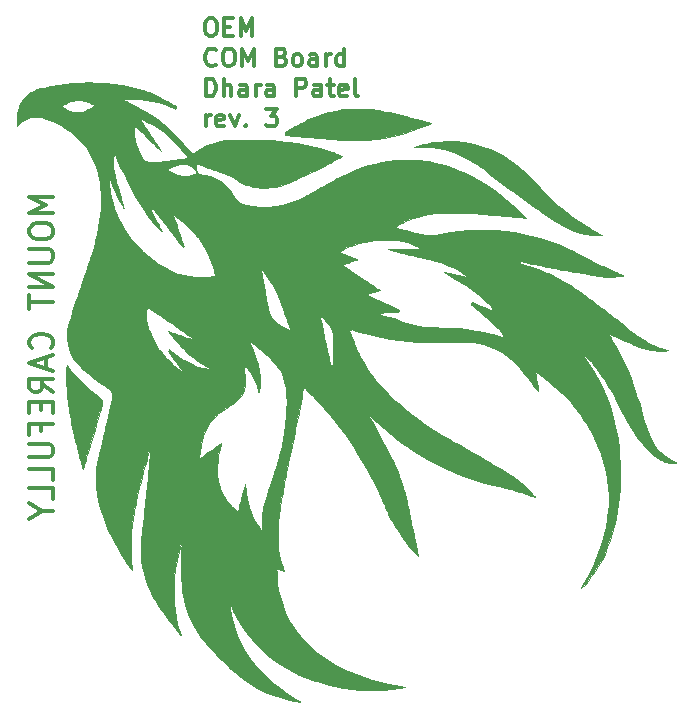
<source format=gbo>
G04 #@! TF.GenerationSoftware,KiCad,Pcbnew,5.0.1-33cea8e~68~ubuntu18.04.1*
G04 #@! TF.CreationDate,2019-04-25T19:51:38-04:00*
G04 #@! TF.ProjectId,IMU,494D552E6B696361645F706362000000,rev?*
G04 #@! TF.SameCoordinates,Original*
G04 #@! TF.FileFunction,Legend,Bot*
G04 #@! TF.FilePolarity,Positive*
%FSLAX46Y46*%
G04 Gerber Fmt 4.6, Leading zero omitted, Abs format (unit mm)*
G04 Created by KiCad (PCBNEW 5.0.1-33cea8e~68~ubuntu18.04.1) date Thu 25 Apr 2019 07:51:38 PM EDT*
%MOMM*%
%LPD*%
G01*
G04 APERTURE LIST*
%ADD10C,0.300000*%
%ADD11C,0.010000*%
G04 APERTURE END LIST*
D10*
X119517681Y-90470769D02*
X117517681Y-90470769D01*
X118946253Y-91137436D01*
X117517681Y-91804102D01*
X119517681Y-91804102D01*
X117517681Y-93137436D02*
X117517681Y-93518388D01*
X117612920Y-93708864D01*
X117803396Y-93899340D01*
X118184348Y-93994579D01*
X118851015Y-93994579D01*
X119231967Y-93899340D01*
X119422443Y-93708864D01*
X119517681Y-93518388D01*
X119517681Y-93137436D01*
X119422443Y-92946960D01*
X119231967Y-92756483D01*
X118851015Y-92661245D01*
X118184348Y-92661245D01*
X117803396Y-92756483D01*
X117612920Y-92946960D01*
X117517681Y-93137436D01*
X117517681Y-94851721D02*
X119136729Y-94851721D01*
X119327205Y-94946960D01*
X119422443Y-95042198D01*
X119517681Y-95232674D01*
X119517681Y-95613626D01*
X119422443Y-95804102D01*
X119327205Y-95899340D01*
X119136729Y-95994579D01*
X117517681Y-95994579D01*
X119517681Y-96946960D02*
X117517681Y-96946960D01*
X119517681Y-98089817D01*
X117517681Y-98089817D01*
X117517681Y-98756483D02*
X117517681Y-99899340D01*
X119517681Y-99327912D02*
X117517681Y-99327912D01*
X119327205Y-103232674D02*
X119422443Y-103137436D01*
X119517681Y-102851721D01*
X119517681Y-102661245D01*
X119422443Y-102375531D01*
X119231967Y-102185055D01*
X119041491Y-102089817D01*
X118660539Y-101994579D01*
X118374824Y-101994579D01*
X117993872Y-102089817D01*
X117803396Y-102185055D01*
X117612920Y-102375531D01*
X117517681Y-102661245D01*
X117517681Y-102851721D01*
X117612920Y-103137436D01*
X117708158Y-103232674D01*
X118946253Y-103994579D02*
X118946253Y-104946960D01*
X119517681Y-103804102D02*
X117517681Y-104470769D01*
X119517681Y-105137436D01*
X119517681Y-106946960D02*
X118565300Y-106280293D01*
X119517681Y-105804102D02*
X117517681Y-105804102D01*
X117517681Y-106566007D01*
X117612920Y-106756483D01*
X117708158Y-106851721D01*
X117898634Y-106946960D01*
X118184348Y-106946960D01*
X118374824Y-106851721D01*
X118470062Y-106756483D01*
X118565300Y-106566007D01*
X118565300Y-105804102D01*
X118470062Y-107804102D02*
X118470062Y-108470769D01*
X119517681Y-108756483D02*
X119517681Y-107804102D01*
X117517681Y-107804102D01*
X117517681Y-108756483D01*
X118470062Y-110280293D02*
X118470062Y-109613626D01*
X119517681Y-109613626D02*
X117517681Y-109613626D01*
X117517681Y-110566007D01*
X117517681Y-111327912D02*
X119136729Y-111327912D01*
X119327205Y-111423150D01*
X119422443Y-111518388D01*
X119517681Y-111708864D01*
X119517681Y-112089817D01*
X119422443Y-112280293D01*
X119327205Y-112375531D01*
X119136729Y-112470769D01*
X117517681Y-112470769D01*
X119517681Y-114375531D02*
X119517681Y-113423150D01*
X117517681Y-113423150D01*
X119517681Y-115994579D02*
X119517681Y-115042198D01*
X117517681Y-115042198D01*
X118565300Y-117042198D02*
X119517681Y-117042198D01*
X117517681Y-116375531D02*
X118565300Y-117042198D01*
X117517681Y-117708864D01*
X132745137Y-75307691D02*
X133030851Y-75307691D01*
X133173708Y-75379120D01*
X133316565Y-75521977D01*
X133387994Y-75807691D01*
X133387994Y-76307691D01*
X133316565Y-76593405D01*
X133173708Y-76736262D01*
X133030851Y-76807691D01*
X132745137Y-76807691D01*
X132602280Y-76736262D01*
X132459422Y-76593405D01*
X132387994Y-76307691D01*
X132387994Y-75807691D01*
X132459422Y-75521977D01*
X132602280Y-75379120D01*
X132745137Y-75307691D01*
X134030851Y-76021977D02*
X134530851Y-76021977D01*
X134745137Y-76807691D02*
X134030851Y-76807691D01*
X134030851Y-75307691D01*
X134745137Y-75307691D01*
X135387994Y-76807691D02*
X135387994Y-75307691D01*
X135887994Y-76379120D01*
X136387994Y-75307691D01*
X136387994Y-76807691D01*
X133316565Y-79214834D02*
X133245137Y-79286262D01*
X133030851Y-79357691D01*
X132887994Y-79357691D01*
X132673708Y-79286262D01*
X132530851Y-79143405D01*
X132459422Y-79000548D01*
X132387994Y-78714834D01*
X132387994Y-78500548D01*
X132459422Y-78214834D01*
X132530851Y-78071977D01*
X132673708Y-77929120D01*
X132887994Y-77857691D01*
X133030851Y-77857691D01*
X133245137Y-77929120D01*
X133316565Y-78000548D01*
X134245137Y-77857691D02*
X134530851Y-77857691D01*
X134673708Y-77929120D01*
X134816565Y-78071977D01*
X134887994Y-78357691D01*
X134887994Y-78857691D01*
X134816565Y-79143405D01*
X134673708Y-79286262D01*
X134530851Y-79357691D01*
X134245137Y-79357691D01*
X134102280Y-79286262D01*
X133959422Y-79143405D01*
X133887994Y-78857691D01*
X133887994Y-78357691D01*
X133959422Y-78071977D01*
X134102280Y-77929120D01*
X134245137Y-77857691D01*
X135530851Y-79357691D02*
X135530851Y-77857691D01*
X136030851Y-78929120D01*
X136530851Y-77857691D01*
X136530851Y-79357691D01*
X138887994Y-78571977D02*
X139102280Y-78643405D01*
X139173708Y-78714834D01*
X139245137Y-78857691D01*
X139245137Y-79071977D01*
X139173708Y-79214834D01*
X139102280Y-79286262D01*
X138959422Y-79357691D01*
X138387994Y-79357691D01*
X138387994Y-77857691D01*
X138887994Y-77857691D01*
X139030851Y-77929120D01*
X139102280Y-78000548D01*
X139173708Y-78143405D01*
X139173708Y-78286262D01*
X139102280Y-78429120D01*
X139030851Y-78500548D01*
X138887994Y-78571977D01*
X138387994Y-78571977D01*
X140102280Y-79357691D02*
X139959422Y-79286262D01*
X139887994Y-79214834D01*
X139816565Y-79071977D01*
X139816565Y-78643405D01*
X139887994Y-78500548D01*
X139959422Y-78429120D01*
X140102280Y-78357691D01*
X140316565Y-78357691D01*
X140459422Y-78429120D01*
X140530851Y-78500548D01*
X140602280Y-78643405D01*
X140602280Y-79071977D01*
X140530851Y-79214834D01*
X140459422Y-79286262D01*
X140316565Y-79357691D01*
X140102280Y-79357691D01*
X141887994Y-79357691D02*
X141887994Y-78571977D01*
X141816565Y-78429120D01*
X141673708Y-78357691D01*
X141387994Y-78357691D01*
X141245137Y-78429120D01*
X141887994Y-79286262D02*
X141745137Y-79357691D01*
X141387994Y-79357691D01*
X141245137Y-79286262D01*
X141173708Y-79143405D01*
X141173708Y-79000548D01*
X141245137Y-78857691D01*
X141387994Y-78786262D01*
X141745137Y-78786262D01*
X141887994Y-78714834D01*
X142602280Y-79357691D02*
X142602280Y-78357691D01*
X142602280Y-78643405D02*
X142673708Y-78500548D01*
X142745137Y-78429120D01*
X142887994Y-78357691D01*
X143030851Y-78357691D01*
X144173708Y-79357691D02*
X144173708Y-77857691D01*
X144173708Y-79286262D02*
X144030851Y-79357691D01*
X143745137Y-79357691D01*
X143602280Y-79286262D01*
X143530851Y-79214834D01*
X143459422Y-79071977D01*
X143459422Y-78643405D01*
X143530851Y-78500548D01*
X143602280Y-78429120D01*
X143745137Y-78357691D01*
X144030851Y-78357691D01*
X144173708Y-78429120D01*
X132459422Y-81907691D02*
X132459422Y-80407691D01*
X132816565Y-80407691D01*
X133030851Y-80479120D01*
X133173708Y-80621977D01*
X133245137Y-80764834D01*
X133316565Y-81050548D01*
X133316565Y-81264834D01*
X133245137Y-81550548D01*
X133173708Y-81693405D01*
X133030851Y-81836262D01*
X132816565Y-81907691D01*
X132459422Y-81907691D01*
X133959422Y-81907691D02*
X133959422Y-80407691D01*
X134602280Y-81907691D02*
X134602280Y-81121977D01*
X134530851Y-80979120D01*
X134387994Y-80907691D01*
X134173708Y-80907691D01*
X134030851Y-80979120D01*
X133959422Y-81050548D01*
X135959422Y-81907691D02*
X135959422Y-81121977D01*
X135887994Y-80979120D01*
X135745137Y-80907691D01*
X135459422Y-80907691D01*
X135316565Y-80979120D01*
X135959422Y-81836262D02*
X135816565Y-81907691D01*
X135459422Y-81907691D01*
X135316565Y-81836262D01*
X135245137Y-81693405D01*
X135245137Y-81550548D01*
X135316565Y-81407691D01*
X135459422Y-81336262D01*
X135816565Y-81336262D01*
X135959422Y-81264834D01*
X136673708Y-81907691D02*
X136673708Y-80907691D01*
X136673708Y-81193405D02*
X136745137Y-81050548D01*
X136816565Y-80979120D01*
X136959422Y-80907691D01*
X137102280Y-80907691D01*
X138245137Y-81907691D02*
X138245137Y-81121977D01*
X138173708Y-80979120D01*
X138030851Y-80907691D01*
X137745137Y-80907691D01*
X137602280Y-80979120D01*
X138245137Y-81836262D02*
X138102280Y-81907691D01*
X137745137Y-81907691D01*
X137602280Y-81836262D01*
X137530851Y-81693405D01*
X137530851Y-81550548D01*
X137602280Y-81407691D01*
X137745137Y-81336262D01*
X138102280Y-81336262D01*
X138245137Y-81264834D01*
X140102280Y-81907691D02*
X140102280Y-80407691D01*
X140673708Y-80407691D01*
X140816565Y-80479120D01*
X140887994Y-80550548D01*
X140959422Y-80693405D01*
X140959422Y-80907691D01*
X140887994Y-81050548D01*
X140816565Y-81121977D01*
X140673708Y-81193405D01*
X140102280Y-81193405D01*
X142245137Y-81907691D02*
X142245137Y-81121977D01*
X142173708Y-80979120D01*
X142030851Y-80907691D01*
X141745137Y-80907691D01*
X141602280Y-80979120D01*
X142245137Y-81836262D02*
X142102280Y-81907691D01*
X141745137Y-81907691D01*
X141602280Y-81836262D01*
X141530851Y-81693405D01*
X141530851Y-81550548D01*
X141602280Y-81407691D01*
X141745137Y-81336262D01*
X142102280Y-81336262D01*
X142245137Y-81264834D01*
X142745137Y-80907691D02*
X143316565Y-80907691D01*
X142959422Y-80407691D02*
X142959422Y-81693405D01*
X143030851Y-81836262D01*
X143173708Y-81907691D01*
X143316565Y-81907691D01*
X144387994Y-81836262D02*
X144245137Y-81907691D01*
X143959422Y-81907691D01*
X143816565Y-81836262D01*
X143745137Y-81693405D01*
X143745137Y-81121977D01*
X143816565Y-80979120D01*
X143959422Y-80907691D01*
X144245137Y-80907691D01*
X144387994Y-80979120D01*
X144459422Y-81121977D01*
X144459422Y-81264834D01*
X143745137Y-81407691D01*
X145316565Y-81907691D02*
X145173708Y-81836262D01*
X145102280Y-81693405D01*
X145102280Y-80407691D01*
X132459422Y-84457691D02*
X132459422Y-83457691D01*
X132459422Y-83743405D02*
X132530851Y-83600548D01*
X132602280Y-83529120D01*
X132745137Y-83457691D01*
X132887994Y-83457691D01*
X133959422Y-84386262D02*
X133816565Y-84457691D01*
X133530851Y-84457691D01*
X133387994Y-84386262D01*
X133316565Y-84243405D01*
X133316565Y-83671977D01*
X133387994Y-83529120D01*
X133530851Y-83457691D01*
X133816565Y-83457691D01*
X133959422Y-83529120D01*
X134030851Y-83671977D01*
X134030851Y-83814834D01*
X133316565Y-83957691D01*
X134530851Y-83457691D02*
X134887994Y-84457691D01*
X135245137Y-83457691D01*
X135816565Y-84314834D02*
X135887994Y-84386262D01*
X135816565Y-84457691D01*
X135745137Y-84386262D01*
X135816565Y-84314834D01*
X135816565Y-84457691D01*
X137530851Y-82957691D02*
X138459422Y-82957691D01*
X137959422Y-83529120D01*
X138173708Y-83529120D01*
X138316565Y-83600548D01*
X138387994Y-83671977D01*
X138459422Y-83814834D01*
X138459422Y-84171977D01*
X138387994Y-84314834D01*
X138316565Y-84386262D01*
X138173708Y-84457691D01*
X137745137Y-84457691D01*
X137602280Y-84386262D01*
X137530851Y-84314834D01*
D11*
G04 #@! TO.C,G\002A\002A\002A*
G36*
X144940397Y-82941461D02*
X144781103Y-82945892D01*
X144651475Y-82952913D01*
X144637310Y-82954014D01*
X144042143Y-83019185D01*
X143455205Y-83117862D01*
X142873288Y-83250906D01*
X142293186Y-83419179D01*
X141711692Y-83623543D01*
X141125597Y-83864859D01*
X140945528Y-83945902D01*
X140725400Y-84050512D01*
X140486215Y-84170547D01*
X140237028Y-84301072D01*
X139986895Y-84437150D01*
X139744870Y-84573846D01*
X139520010Y-84706225D01*
X139321370Y-84829350D01*
X139302762Y-84841308D01*
X139137292Y-84948054D01*
X139137292Y-85064839D01*
X139137250Y-85113307D01*
X139140906Y-85147966D01*
X139153934Y-85171598D01*
X139182008Y-85186981D01*
X139230803Y-85196897D01*
X139305993Y-85204126D01*
X139413251Y-85211449D01*
X139440138Y-85213243D01*
X139488889Y-85216957D01*
X139572947Y-85223868D01*
X139688698Y-85233661D01*
X139832532Y-85246022D01*
X140000834Y-85260637D01*
X140189995Y-85277190D01*
X140396400Y-85295368D01*
X140616437Y-85314854D01*
X140846495Y-85335336D01*
X141012985Y-85350224D01*
X141414632Y-85385964D01*
X141780769Y-85418011D01*
X142114759Y-85446631D01*
X142419969Y-85472089D01*
X142699763Y-85494651D01*
X142957506Y-85514583D01*
X143196564Y-85532149D01*
X143420300Y-85547615D01*
X143632081Y-85561246D01*
X143835272Y-85573309D01*
X143855831Y-85574472D01*
X143989717Y-85580821D01*
X144150952Y-85586512D01*
X144333858Y-85591495D01*
X144532757Y-85595723D01*
X144741971Y-85599147D01*
X144955823Y-85601720D01*
X145168636Y-85603393D01*
X145374730Y-85604117D01*
X145568429Y-85603845D01*
X145744055Y-85602528D01*
X145895930Y-85600118D01*
X146018376Y-85596567D01*
X146083215Y-85593396D01*
X146828912Y-85527509D01*
X147568882Y-85423060D01*
X148302344Y-85280248D01*
X149028517Y-85099274D01*
X149746622Y-84880339D01*
X150455879Y-84623642D01*
X151155505Y-84329384D01*
X151339061Y-84245196D01*
X151418588Y-84207067D01*
X151466527Y-84180895D01*
X151487305Y-84163471D01*
X151485348Y-84151589D01*
X151475831Y-84146098D01*
X151445084Y-84136179D01*
X151383058Y-84118828D01*
X151296449Y-84095823D01*
X151191951Y-84068944D01*
X151076263Y-84039967D01*
X151075292Y-84039727D01*
X150979353Y-84015770D01*
X150851524Y-83983476D01*
X150697729Y-83944362D01*
X150523891Y-83899943D01*
X150335936Y-83851735D01*
X150139787Y-83801254D01*
X149941369Y-83750015D01*
X149815061Y-83717300D01*
X149377214Y-83604816D01*
X148973645Y-83503450D01*
X148601364Y-83412565D01*
X148257383Y-83331526D01*
X147938711Y-83259695D01*
X147642360Y-83196437D01*
X147365340Y-83141116D01*
X147104662Y-83093096D01*
X146857335Y-83051740D01*
X146620372Y-83016414D01*
X146390782Y-82986480D01*
X146366523Y-82983570D01*
X146244766Y-82971983D01*
X146091592Y-82961943D01*
X145914638Y-82953578D01*
X145721539Y-82947019D01*
X145519930Y-82942398D01*
X145317446Y-82939844D01*
X145121724Y-82939488D01*
X144940397Y-82941461D01*
X144940397Y-82941461D01*
G37*
X144940397Y-82941461D02*
X144781103Y-82945892D01*
X144651475Y-82952913D01*
X144637310Y-82954014D01*
X144042143Y-83019185D01*
X143455205Y-83117862D01*
X142873288Y-83250906D01*
X142293186Y-83419179D01*
X141711692Y-83623543D01*
X141125597Y-83864859D01*
X140945528Y-83945902D01*
X140725400Y-84050512D01*
X140486215Y-84170547D01*
X140237028Y-84301072D01*
X139986895Y-84437150D01*
X139744870Y-84573846D01*
X139520010Y-84706225D01*
X139321370Y-84829350D01*
X139302762Y-84841308D01*
X139137292Y-84948054D01*
X139137292Y-85064839D01*
X139137250Y-85113307D01*
X139140906Y-85147966D01*
X139153934Y-85171598D01*
X139182008Y-85186981D01*
X139230803Y-85196897D01*
X139305993Y-85204126D01*
X139413251Y-85211449D01*
X139440138Y-85213243D01*
X139488889Y-85216957D01*
X139572947Y-85223868D01*
X139688698Y-85233661D01*
X139832532Y-85246022D01*
X140000834Y-85260637D01*
X140189995Y-85277190D01*
X140396400Y-85295368D01*
X140616437Y-85314854D01*
X140846495Y-85335336D01*
X141012985Y-85350224D01*
X141414632Y-85385964D01*
X141780769Y-85418011D01*
X142114759Y-85446631D01*
X142419969Y-85472089D01*
X142699763Y-85494651D01*
X142957506Y-85514583D01*
X143196564Y-85532149D01*
X143420300Y-85547615D01*
X143632081Y-85561246D01*
X143835272Y-85573309D01*
X143855831Y-85574472D01*
X143989717Y-85580821D01*
X144150952Y-85586512D01*
X144333858Y-85591495D01*
X144532757Y-85595723D01*
X144741971Y-85599147D01*
X144955823Y-85601720D01*
X145168636Y-85603393D01*
X145374730Y-85604117D01*
X145568429Y-85603845D01*
X145744055Y-85602528D01*
X145895930Y-85600118D01*
X146018376Y-85596567D01*
X146083215Y-85593396D01*
X146828912Y-85527509D01*
X147568882Y-85423060D01*
X148302344Y-85280248D01*
X149028517Y-85099274D01*
X149746622Y-84880339D01*
X150455879Y-84623642D01*
X151155505Y-84329384D01*
X151339061Y-84245196D01*
X151418588Y-84207067D01*
X151466527Y-84180895D01*
X151487305Y-84163471D01*
X151485348Y-84151589D01*
X151475831Y-84146098D01*
X151445084Y-84136179D01*
X151383058Y-84118828D01*
X151296449Y-84095823D01*
X151191951Y-84068944D01*
X151076263Y-84039967D01*
X151075292Y-84039727D01*
X150979353Y-84015770D01*
X150851524Y-83983476D01*
X150697729Y-83944362D01*
X150523891Y-83899943D01*
X150335936Y-83851735D01*
X150139787Y-83801254D01*
X149941369Y-83750015D01*
X149815061Y-83717300D01*
X149377214Y-83604816D01*
X148973645Y-83503450D01*
X148601364Y-83412565D01*
X148257383Y-83331526D01*
X147938711Y-83259695D01*
X147642360Y-83196437D01*
X147365340Y-83141116D01*
X147104662Y-83093096D01*
X146857335Y-83051740D01*
X146620372Y-83016414D01*
X146390782Y-82986480D01*
X146366523Y-82983570D01*
X146244766Y-82971983D01*
X146091592Y-82961943D01*
X145914638Y-82953578D01*
X145721539Y-82947019D01*
X145519930Y-82942398D01*
X145317446Y-82939844D01*
X145121724Y-82939488D01*
X144940397Y-82941461D01*
G36*
X152674211Y-85711535D02*
X152342571Y-85731839D01*
X152009059Y-85761930D01*
X151681667Y-85800733D01*
X151368388Y-85847174D01*
X151077216Y-85900178D01*
X150816141Y-85958670D01*
X150793558Y-85964381D01*
X150714461Y-85986193D01*
X150620605Y-86014570D01*
X150518347Y-86047293D01*
X150414046Y-86082143D01*
X150314060Y-86116902D01*
X150224748Y-86149350D01*
X150152468Y-86177268D01*
X150103578Y-86198438D01*
X150084436Y-86210641D01*
X150084686Y-86211761D01*
X150105592Y-86213010D01*
X150159535Y-86212104D01*
X150240546Y-86209259D01*
X150342658Y-86204693D01*
X150459903Y-86198623D01*
X150485058Y-86197224D01*
X151015280Y-86186878D01*
X151544702Y-86215272D01*
X152071716Y-86282079D01*
X152594713Y-86386969D01*
X153112086Y-86529614D01*
X153622226Y-86709686D01*
X154123526Y-86926856D01*
X154172138Y-86950132D01*
X154337914Y-87031396D01*
X154492816Y-87110219D01*
X154640286Y-87188878D01*
X154783765Y-87269650D01*
X154926696Y-87354811D01*
X155072518Y-87446637D01*
X155224675Y-87547404D01*
X155386608Y-87659389D01*
X155561758Y-87784868D01*
X155753567Y-87926118D01*
X155965476Y-88085414D01*
X156200927Y-88265032D01*
X156448369Y-88455658D01*
X156773658Y-88705912D01*
X157109381Y-88961868D01*
X157453235Y-89221871D01*
X157802917Y-89484262D01*
X158156126Y-89747385D01*
X158510558Y-90009583D01*
X158863912Y-90269200D01*
X159213884Y-90524579D01*
X159558174Y-90774063D01*
X159894478Y-91015995D01*
X160220493Y-91248719D01*
X160533918Y-91470577D01*
X160832450Y-91679914D01*
X161113787Y-91875071D01*
X161375626Y-92054393D01*
X161615664Y-92216223D01*
X161831601Y-92358903D01*
X162021132Y-92480778D01*
X162171152Y-92573677D01*
X162658350Y-92847565D01*
X163149254Y-93082838D01*
X163643661Y-93279429D01*
X164141368Y-93437269D01*
X164642172Y-93556289D01*
X165145870Y-93636422D01*
X165404707Y-93662366D01*
X165535369Y-93671580D01*
X165659312Y-93677936D01*
X165771235Y-93681409D01*
X165865834Y-93681973D01*
X165937808Y-93679605D01*
X165981852Y-93674277D01*
X165992666Y-93665966D01*
X165991931Y-93665166D01*
X165971088Y-93651748D01*
X165920225Y-93621486D01*
X165843372Y-93576707D01*
X165744561Y-93519737D01*
X165627823Y-93452901D01*
X165497189Y-93378526D01*
X165382005Y-93313249D01*
X165165091Y-93190202D01*
X164977090Y-93082628D01*
X164812619Y-92987268D01*
X164666296Y-92900859D01*
X164532741Y-92820141D01*
X164406570Y-92741854D01*
X164282404Y-92662737D01*
X164154859Y-92579530D01*
X164018554Y-92488971D01*
X163990215Y-92469990D01*
X163367615Y-92031099D01*
X162759585Y-91559667D01*
X162225362Y-91107340D01*
X162098048Y-90992010D01*
X161949853Y-90852843D01*
X161785995Y-90695088D01*
X161611689Y-90523995D01*
X161432150Y-90344812D01*
X161252594Y-90162789D01*
X161078237Y-89983177D01*
X160914295Y-89811223D01*
X160765982Y-89652178D01*
X160638516Y-89511292D01*
X160629756Y-89501394D01*
X160477730Y-89332866D01*
X160309173Y-89152262D01*
X160129861Y-88965367D01*
X159945569Y-88777965D01*
X159762070Y-88595842D01*
X159585140Y-88424783D01*
X159420554Y-88270572D01*
X159274086Y-88138995D01*
X159242369Y-88111512D01*
X158948301Y-87867617D01*
X158639031Y-87627442D01*
X158323185Y-87397180D01*
X158009388Y-87183029D01*
X157706266Y-86991184D01*
X157571831Y-86911577D01*
X157047731Y-86630822D01*
X156510276Y-86386389D01*
X155960887Y-86178627D01*
X155400985Y-86007884D01*
X154831991Y-85874508D01*
X154255327Y-85778847D01*
X153672413Y-85721250D01*
X153084672Y-85702064D01*
X152674211Y-85711535D01*
X152674211Y-85711535D01*
G37*
X152674211Y-85711535D02*
X152342571Y-85731839D01*
X152009059Y-85761930D01*
X151681667Y-85800733D01*
X151368388Y-85847174D01*
X151077216Y-85900178D01*
X150816141Y-85958670D01*
X150793558Y-85964381D01*
X150714461Y-85986193D01*
X150620605Y-86014570D01*
X150518347Y-86047293D01*
X150414046Y-86082143D01*
X150314060Y-86116902D01*
X150224748Y-86149350D01*
X150152468Y-86177268D01*
X150103578Y-86198438D01*
X150084436Y-86210641D01*
X150084686Y-86211761D01*
X150105592Y-86213010D01*
X150159535Y-86212104D01*
X150240546Y-86209259D01*
X150342658Y-86204693D01*
X150459903Y-86198623D01*
X150485058Y-86197224D01*
X151015280Y-86186878D01*
X151544702Y-86215272D01*
X152071716Y-86282079D01*
X152594713Y-86386969D01*
X153112086Y-86529614D01*
X153622226Y-86709686D01*
X154123526Y-86926856D01*
X154172138Y-86950132D01*
X154337914Y-87031396D01*
X154492816Y-87110219D01*
X154640286Y-87188878D01*
X154783765Y-87269650D01*
X154926696Y-87354811D01*
X155072518Y-87446637D01*
X155224675Y-87547404D01*
X155386608Y-87659389D01*
X155561758Y-87784868D01*
X155753567Y-87926118D01*
X155965476Y-88085414D01*
X156200927Y-88265032D01*
X156448369Y-88455658D01*
X156773658Y-88705912D01*
X157109381Y-88961868D01*
X157453235Y-89221871D01*
X157802917Y-89484262D01*
X158156126Y-89747385D01*
X158510558Y-90009583D01*
X158863912Y-90269200D01*
X159213884Y-90524579D01*
X159558174Y-90774063D01*
X159894478Y-91015995D01*
X160220493Y-91248719D01*
X160533918Y-91470577D01*
X160832450Y-91679914D01*
X161113787Y-91875071D01*
X161375626Y-92054393D01*
X161615664Y-92216223D01*
X161831601Y-92358903D01*
X162021132Y-92480778D01*
X162171152Y-92573677D01*
X162658350Y-92847565D01*
X163149254Y-93082838D01*
X163643661Y-93279429D01*
X164141368Y-93437269D01*
X164642172Y-93556289D01*
X165145870Y-93636422D01*
X165404707Y-93662366D01*
X165535369Y-93671580D01*
X165659312Y-93677936D01*
X165771235Y-93681409D01*
X165865834Y-93681973D01*
X165937808Y-93679605D01*
X165981852Y-93674277D01*
X165992666Y-93665966D01*
X165991931Y-93665166D01*
X165971088Y-93651748D01*
X165920225Y-93621486D01*
X165843372Y-93576707D01*
X165744561Y-93519737D01*
X165627823Y-93452901D01*
X165497189Y-93378526D01*
X165382005Y-93313249D01*
X165165091Y-93190202D01*
X164977090Y-93082628D01*
X164812619Y-92987268D01*
X164666296Y-92900859D01*
X164532741Y-92820141D01*
X164406570Y-92741854D01*
X164282404Y-92662737D01*
X164154859Y-92579530D01*
X164018554Y-92488971D01*
X163990215Y-92469990D01*
X163367615Y-92031099D01*
X162759585Y-91559667D01*
X162225362Y-91107340D01*
X162098048Y-90992010D01*
X161949853Y-90852843D01*
X161785995Y-90695088D01*
X161611689Y-90523995D01*
X161432150Y-90344812D01*
X161252594Y-90162789D01*
X161078237Y-89983177D01*
X160914295Y-89811223D01*
X160765982Y-89652178D01*
X160638516Y-89511292D01*
X160629756Y-89501394D01*
X160477730Y-89332866D01*
X160309173Y-89152262D01*
X160129861Y-88965367D01*
X159945569Y-88777965D01*
X159762070Y-88595842D01*
X159585140Y-88424783D01*
X159420554Y-88270572D01*
X159274086Y-88138995D01*
X159242369Y-88111512D01*
X158948301Y-87867617D01*
X158639031Y-87627442D01*
X158323185Y-87397180D01*
X158009388Y-87183029D01*
X157706266Y-86991184D01*
X157571831Y-86911577D01*
X157047731Y-86630822D01*
X156510276Y-86386389D01*
X155960887Y-86178627D01*
X155400985Y-86007884D01*
X154831991Y-85874508D01*
X154255327Y-85778847D01*
X153672413Y-85721250D01*
X153084672Y-85702064D01*
X152674211Y-85711535D01*
G36*
X120675531Y-104630497D02*
X120666704Y-104646092D01*
X120661382Y-104678685D01*
X120656839Y-104745831D01*
X120653069Y-104843015D01*
X120650066Y-104965721D01*
X120647824Y-105109434D01*
X120646336Y-105269638D01*
X120645596Y-105441818D01*
X120645598Y-105621458D01*
X120646336Y-105804041D01*
X120647803Y-105985054D01*
X120649993Y-106159980D01*
X120652900Y-106324303D01*
X120656518Y-106473508D01*
X120660840Y-106603080D01*
X120665860Y-106708502D01*
X120669631Y-106763625D01*
X120696420Y-107071704D01*
X120726139Y-107372138D01*
X120759383Y-107668088D01*
X120796745Y-107962713D01*
X120838820Y-108259173D01*
X120886202Y-108560629D01*
X120939484Y-108870241D01*
X120999261Y-109191169D01*
X121066126Y-109526573D01*
X121140673Y-109879613D01*
X121223497Y-110253449D01*
X121315191Y-110651242D01*
X121416349Y-111076151D01*
X121527565Y-111531336D01*
X121649433Y-112019958D01*
X121681321Y-112146471D01*
X121747173Y-112407222D01*
X121804133Y-112632537D01*
X121852894Y-112824863D01*
X121894151Y-112986648D01*
X121928595Y-113120338D01*
X121956922Y-113228381D01*
X121979823Y-113313224D01*
X121997993Y-113377314D01*
X122012124Y-113423098D01*
X122022911Y-113453024D01*
X122031046Y-113469538D01*
X122037224Y-113475088D01*
X122042137Y-113472121D01*
X122046478Y-113463083D01*
X122050859Y-113450663D01*
X122057397Y-113429125D01*
X122074248Y-113372713D01*
X122100643Y-113284025D01*
X122135812Y-113165660D01*
X122178986Y-113020214D01*
X122229395Y-112850287D01*
X122286271Y-112658477D01*
X122348843Y-112447382D01*
X122416341Y-112219601D01*
X122487998Y-111977730D01*
X122563042Y-111724370D01*
X122640706Y-111462117D01*
X122720218Y-111193570D01*
X122800810Y-110921327D01*
X122881713Y-110647987D01*
X122962156Y-110376147D01*
X123041371Y-110108406D01*
X123118587Y-109847362D01*
X123193036Y-109595614D01*
X123263949Y-109355758D01*
X123330554Y-109130395D01*
X123392084Y-108922121D01*
X123429439Y-108795625D01*
X123493133Y-108578160D01*
X123545634Y-108394092D01*
X123587611Y-108239585D01*
X123619734Y-108110803D01*
X123642673Y-108003910D01*
X123657097Y-107915070D01*
X123663677Y-107840447D01*
X123663082Y-107776205D01*
X123655981Y-107718508D01*
X123643044Y-107663521D01*
X123632844Y-107630489D01*
X123586038Y-107538031D01*
X123503697Y-107434453D01*
X123387285Y-107321210D01*
X123238266Y-107199756D01*
X123096215Y-107097422D01*
X122980361Y-107016567D01*
X122871287Y-106937326D01*
X122765898Y-106856882D01*
X122661096Y-106772420D01*
X122553787Y-106681125D01*
X122440872Y-106580181D01*
X122319258Y-106466773D01*
X122185846Y-106338085D01*
X122037541Y-106191302D01*
X121871247Y-106023608D01*
X121683868Y-105832188D01*
X121525271Y-105668922D01*
X121385770Y-105524854D01*
X121270468Y-105405263D01*
X121176342Y-105306590D01*
X121100366Y-105225279D01*
X121039518Y-105157771D01*
X120990771Y-105100510D01*
X120951103Y-105049939D01*
X120917489Y-105002499D01*
X120886904Y-104954634D01*
X120856324Y-104902786D01*
X120822725Y-104843398D01*
X120821339Y-104840927D01*
X120767885Y-104746525D01*
X120729825Y-104682373D01*
X120703912Y-104644380D01*
X120686897Y-104628452D01*
X120675531Y-104630497D01*
X120675531Y-104630497D01*
G37*
X120675531Y-104630497D02*
X120666704Y-104646092D01*
X120661382Y-104678685D01*
X120656839Y-104745831D01*
X120653069Y-104843015D01*
X120650066Y-104965721D01*
X120647824Y-105109434D01*
X120646336Y-105269638D01*
X120645596Y-105441818D01*
X120645598Y-105621458D01*
X120646336Y-105804041D01*
X120647803Y-105985054D01*
X120649993Y-106159980D01*
X120652900Y-106324303D01*
X120656518Y-106473508D01*
X120660840Y-106603080D01*
X120665860Y-106708502D01*
X120669631Y-106763625D01*
X120696420Y-107071704D01*
X120726139Y-107372138D01*
X120759383Y-107668088D01*
X120796745Y-107962713D01*
X120838820Y-108259173D01*
X120886202Y-108560629D01*
X120939484Y-108870241D01*
X120999261Y-109191169D01*
X121066126Y-109526573D01*
X121140673Y-109879613D01*
X121223497Y-110253449D01*
X121315191Y-110651242D01*
X121416349Y-111076151D01*
X121527565Y-111531336D01*
X121649433Y-112019958D01*
X121681321Y-112146471D01*
X121747173Y-112407222D01*
X121804133Y-112632537D01*
X121852894Y-112824863D01*
X121894151Y-112986648D01*
X121928595Y-113120338D01*
X121956922Y-113228381D01*
X121979823Y-113313224D01*
X121997993Y-113377314D01*
X122012124Y-113423098D01*
X122022911Y-113453024D01*
X122031046Y-113469538D01*
X122037224Y-113475088D01*
X122042137Y-113472121D01*
X122046478Y-113463083D01*
X122050859Y-113450663D01*
X122057397Y-113429125D01*
X122074248Y-113372713D01*
X122100643Y-113284025D01*
X122135812Y-113165660D01*
X122178986Y-113020214D01*
X122229395Y-112850287D01*
X122286271Y-112658477D01*
X122348843Y-112447382D01*
X122416341Y-112219601D01*
X122487998Y-111977730D01*
X122563042Y-111724370D01*
X122640706Y-111462117D01*
X122720218Y-111193570D01*
X122800810Y-110921327D01*
X122881713Y-110647987D01*
X122962156Y-110376147D01*
X123041371Y-110108406D01*
X123118587Y-109847362D01*
X123193036Y-109595614D01*
X123263949Y-109355758D01*
X123330554Y-109130395D01*
X123392084Y-108922121D01*
X123429439Y-108795625D01*
X123493133Y-108578160D01*
X123545634Y-108394092D01*
X123587611Y-108239585D01*
X123619734Y-108110803D01*
X123642673Y-108003910D01*
X123657097Y-107915070D01*
X123663677Y-107840447D01*
X123663082Y-107776205D01*
X123655981Y-107718508D01*
X123643044Y-107663521D01*
X123632844Y-107630489D01*
X123586038Y-107538031D01*
X123503697Y-107434453D01*
X123387285Y-107321210D01*
X123238266Y-107199756D01*
X123096215Y-107097422D01*
X122980361Y-107016567D01*
X122871287Y-106937326D01*
X122765898Y-106856882D01*
X122661096Y-106772420D01*
X122553787Y-106681125D01*
X122440872Y-106580181D01*
X122319258Y-106466773D01*
X122185846Y-106338085D01*
X122037541Y-106191302D01*
X121871247Y-106023608D01*
X121683868Y-105832188D01*
X121525271Y-105668922D01*
X121385770Y-105524854D01*
X121270468Y-105405263D01*
X121176342Y-105306590D01*
X121100366Y-105225279D01*
X121039518Y-105157771D01*
X120990771Y-105100510D01*
X120951103Y-105049939D01*
X120917489Y-105002499D01*
X120886904Y-104954634D01*
X120856324Y-104902786D01*
X120822725Y-104843398D01*
X120821339Y-104840927D01*
X120767885Y-104746525D01*
X120729825Y-104682373D01*
X120703912Y-104644380D01*
X120686897Y-104628452D01*
X120675531Y-104630497D01*
G36*
X122299248Y-80732854D02*
X122092090Y-80736271D01*
X121909601Y-80741968D01*
X121811314Y-80746723D01*
X121192974Y-80792755D01*
X120561855Y-80860311D01*
X119930579Y-80947668D01*
X119311767Y-81053103D01*
X118789676Y-81159006D01*
X118466300Y-81238115D01*
X118177641Y-81326563D01*
X117920091Y-81426064D01*
X117690042Y-81538331D01*
X117483885Y-81665080D01*
X117298013Y-81808023D01*
X117166635Y-81930012D01*
X116994715Y-82124119D01*
X116847385Y-82337382D01*
X116723879Y-82572003D01*
X116623432Y-82830184D01*
X116545279Y-83114130D01*
X116488652Y-83426042D01*
X116452788Y-83768123D01*
X116439811Y-84020855D01*
X116427883Y-84392086D01*
X116591934Y-84235268D01*
X116748267Y-84094508D01*
X116897613Y-83979728D01*
X117051714Y-83882613D01*
X117196690Y-83807029D01*
X117369883Y-83731892D01*
X117535144Y-83679250D01*
X117706617Y-83645655D01*
X117898443Y-83627661D01*
X117941051Y-83625607D01*
X118140763Y-83624591D01*
X118337626Y-83639398D01*
X118536450Y-83671372D01*
X118742048Y-83721855D01*
X118959231Y-83792193D01*
X119192810Y-83883728D01*
X119447599Y-83997803D01*
X119679590Y-84111052D01*
X120158150Y-84369738D01*
X120603220Y-84647370D01*
X121016016Y-84944941D01*
X121397756Y-85263444D01*
X121749658Y-85603872D01*
X122072939Y-85967219D01*
X122280408Y-86232426D01*
X122538616Y-86612082D01*
X122770545Y-87018572D01*
X122974622Y-87448450D01*
X123149273Y-87898273D01*
X123292922Y-88364597D01*
X123340643Y-88552029D01*
X123405857Y-88845124D01*
X123458775Y-89131904D01*
X123500049Y-89419304D01*
X123530334Y-89714260D01*
X123550284Y-90023708D01*
X123560553Y-90354583D01*
X123561796Y-90713821D01*
X123559767Y-90875791D01*
X123540274Y-91426194D01*
X123499715Y-91964996D01*
X123436975Y-92500258D01*
X123350942Y-93040041D01*
X123240503Y-93592407D01*
X123106357Y-94158277D01*
X123084754Y-94242886D01*
X123063709Y-94324068D01*
X123042588Y-94403805D01*
X123020756Y-94484079D01*
X122997578Y-94566870D01*
X122972419Y-94654161D01*
X122944644Y-94747933D01*
X122913618Y-94850168D01*
X122878706Y-94962847D01*
X122839273Y-95087953D01*
X122794684Y-95227465D01*
X122744305Y-95383367D01*
X122687500Y-95557640D01*
X122623634Y-95752265D01*
X122552073Y-95969224D01*
X122472181Y-96210499D01*
X122383323Y-96478071D01*
X122284865Y-96773921D01*
X122176171Y-97100032D01*
X122056607Y-97458385D01*
X121925538Y-97850961D01*
X121865767Y-98029932D01*
X121732903Y-98427751D01*
X121611839Y-98790295D01*
X121501995Y-99119354D01*
X121402791Y-99416718D01*
X121313648Y-99684176D01*
X121233984Y-99923517D01*
X121163222Y-100136531D01*
X121100779Y-100325007D01*
X121046078Y-100490735D01*
X120998537Y-100635505D01*
X120957578Y-100761106D01*
X120922619Y-100869328D01*
X120893081Y-100961960D01*
X120868385Y-101040791D01*
X120847950Y-101107611D01*
X120831197Y-101164210D01*
X120817545Y-101212376D01*
X120806415Y-101253901D01*
X120797227Y-101290572D01*
X120789401Y-101324181D01*
X120782357Y-101356515D01*
X120775515Y-101389365D01*
X120772678Y-101403179D01*
X120726266Y-101688194D01*
X120700524Y-101983356D01*
X120695611Y-102278054D01*
X120711689Y-102561675D01*
X120748920Y-102823607D01*
X120750958Y-102834021D01*
X120840258Y-103184883D01*
X120967505Y-103528881D01*
X121131931Y-103864462D01*
X121332769Y-104190073D01*
X121569251Y-104504163D01*
X121587782Y-104526471D01*
X121776445Y-104737675D01*
X121998992Y-104961163D01*
X122252950Y-105194902D01*
X122535842Y-105436861D01*
X122845196Y-105685007D01*
X123178534Y-105937308D01*
X123533383Y-106191731D01*
X123907268Y-106446245D01*
X124000998Y-106508060D01*
X124161010Y-106618363D01*
X124287794Y-106719195D01*
X124384669Y-106814911D01*
X124454957Y-106909864D01*
X124501978Y-107008411D01*
X124529053Y-107114905D01*
X124538796Y-107213347D01*
X124540029Y-107274572D01*
X124537304Y-107334815D01*
X124529468Y-107401467D01*
X124515370Y-107481920D01*
X124493856Y-107583566D01*
X124463775Y-107713797D01*
X124455027Y-107750655D01*
X124431272Y-107851410D01*
X124400353Y-107984152D01*
X124363679Y-108142747D01*
X124322660Y-108321056D01*
X124278706Y-108512944D01*
X124233226Y-108712274D01*
X124187630Y-108912910D01*
X124161093Y-109030086D01*
X124079622Y-109389424D01*
X124005564Y-109714007D01*
X123938087Y-110007277D01*
X123876356Y-110272676D01*
X123819538Y-110513645D01*
X123766799Y-110733626D01*
X123717306Y-110936060D01*
X123670225Y-111124390D01*
X123624723Y-111302058D01*
X123579965Y-111472504D01*
X123535118Y-111639171D01*
X123489349Y-111805501D01*
X123485463Y-111819467D01*
X123377514Y-112232441D01*
X123291041Y-112621646D01*
X123224964Y-112995220D01*
X123178207Y-113361304D01*
X123149689Y-113728039D01*
X123138334Y-114103564D01*
X123140974Y-114419711D01*
X123149634Y-114678634D01*
X123163247Y-114912181D01*
X123183066Y-115133878D01*
X123210340Y-115357248D01*
X123246323Y-115595819D01*
X123254226Y-115643855D01*
X123336951Y-116068052D01*
X123446890Y-116514136D01*
X123582283Y-116977774D01*
X123741373Y-117454634D01*
X123922398Y-117940381D01*
X124123601Y-118430681D01*
X124343222Y-118921202D01*
X124579502Y-119407609D01*
X124830682Y-119885569D01*
X125095002Y-120350749D01*
X125304519Y-120694548D01*
X125369779Y-120796873D01*
X125446939Y-120915404D01*
X125532861Y-121045538D01*
X125624405Y-121182671D01*
X125718433Y-121322201D01*
X125811806Y-121459523D01*
X125901385Y-121590034D01*
X125984032Y-121709132D01*
X126056607Y-121812213D01*
X126115972Y-121894674D01*
X126158987Y-121951912D01*
X126176048Y-121972689D01*
X126187953Y-121976927D01*
X126192854Y-121953102D01*
X126190715Y-121898310D01*
X126181499Y-121809645D01*
X126173146Y-121743455D01*
X126127073Y-121318172D01*
X126096235Y-120864383D01*
X126080673Y-120389586D01*
X126080428Y-119901276D01*
X126095544Y-119406952D01*
X126126061Y-118914110D01*
X126155555Y-118584394D01*
X126183964Y-118319613D01*
X126215663Y-118056459D01*
X126251193Y-117792400D01*
X126291092Y-117524907D01*
X126335899Y-117251450D01*
X126386154Y-116969497D01*
X126442395Y-116676519D01*
X126505161Y-116369985D01*
X126574992Y-116047364D01*
X126652426Y-115706127D01*
X126738002Y-115343743D01*
X126832260Y-114957682D01*
X126935738Y-114545413D01*
X127048975Y-114104407D01*
X127172511Y-113632131D01*
X127306884Y-113126057D01*
X127362542Y-112918240D01*
X127439715Y-112630715D01*
X127507361Y-112378747D01*
X127566091Y-112160155D01*
X127616518Y-111972757D01*
X127659253Y-111814371D01*
X127694910Y-111682817D01*
X127724100Y-111575913D01*
X127747436Y-111491477D01*
X127765530Y-111427328D01*
X127778994Y-111381285D01*
X127788441Y-111351166D01*
X127794482Y-111334790D01*
X127797730Y-111329975D01*
X127798798Y-111334541D01*
X127798296Y-111346304D01*
X127796839Y-111363085D01*
X127795756Y-111374701D01*
X127789978Y-111442254D01*
X127782941Y-111531272D01*
X127776023Y-111624234D01*
X127775007Y-111638471D01*
X127766757Y-111745385D01*
X127754642Y-111888489D01*
X127738931Y-112065112D01*
X127719892Y-112272587D01*
X127697794Y-112508244D01*
X127672905Y-112769414D01*
X127645495Y-113053428D01*
X127615830Y-113357618D01*
X127584181Y-113679315D01*
X127550816Y-114015850D01*
X127516002Y-114364553D01*
X127480010Y-114722757D01*
X127443107Y-115087791D01*
X127405561Y-115456988D01*
X127367642Y-115827678D01*
X127329618Y-116197193D01*
X127291758Y-116562864D01*
X127254329Y-116922021D01*
X127217602Y-117271996D01*
X127181843Y-117610121D01*
X127147322Y-117933725D01*
X127114308Y-118240140D01*
X127083069Y-118526698D01*
X127069184Y-118652778D01*
X126957981Y-119659009D01*
X126956671Y-120284240D01*
X126956800Y-120484160D01*
X126958261Y-120651350D01*
X126961290Y-120792142D01*
X126966123Y-120912867D01*
X126972998Y-121019857D01*
X126982150Y-121119443D01*
X126990613Y-121192778D01*
X127071137Y-121717685D01*
X127180710Y-122226782D01*
X127320661Y-122723525D01*
X127492318Y-123211366D01*
X127697010Y-123693758D01*
X127936067Y-124174155D01*
X128210816Y-124656009D01*
X128494177Y-125100471D01*
X128822258Y-125579343D01*
X129162946Y-126052895D01*
X129522727Y-126529915D01*
X129908086Y-127019189D01*
X129936374Y-127054357D01*
X130052473Y-127197704D01*
X130146096Y-127311439D01*
X130218519Y-127396980D01*
X130271020Y-127455745D01*
X130304875Y-127489150D01*
X130321361Y-127498614D01*
X130321755Y-127485553D01*
X130319944Y-127480167D01*
X130310193Y-127451329D01*
X130290679Y-127392027D01*
X130263601Y-127308996D01*
X130231156Y-127208973D01*
X130201455Y-127117036D01*
X130039148Y-126558739D01*
X129909715Y-125991069D01*
X129812188Y-125408994D01*
X129745596Y-124807485D01*
X129737838Y-124710300D01*
X129729242Y-124557307D01*
X129723775Y-124372931D01*
X129721292Y-124164725D01*
X129721651Y-123940246D01*
X129724707Y-123707050D01*
X129730315Y-123472690D01*
X129738332Y-123244724D01*
X129748612Y-123030705D01*
X129761013Y-122838190D01*
X129775390Y-122674734D01*
X129776959Y-122660026D01*
X129872445Y-121931416D01*
X130002494Y-121184787D01*
X130167117Y-120420077D01*
X130265059Y-120020471D01*
X130311476Y-119838885D01*
X130349194Y-119692675D01*
X130378989Y-119579307D01*
X130401639Y-119496246D01*
X130417919Y-119440957D01*
X130428607Y-119410906D01*
X130434480Y-119403558D01*
X130436313Y-119416378D01*
X130434884Y-119446833D01*
X130432706Y-119473394D01*
X130402128Y-119851423D01*
X130376393Y-120238040D01*
X130355658Y-120627376D01*
X130340082Y-121013565D01*
X130329822Y-121390738D01*
X130325037Y-121753029D01*
X130325884Y-122094570D01*
X130332522Y-122409494D01*
X130345108Y-122691933D01*
X130345762Y-122702880D01*
X130395891Y-123309352D01*
X130471741Y-123887986D01*
X130574080Y-124441015D01*
X130703673Y-124970673D01*
X130861289Y-125479192D01*
X131047693Y-125968807D01*
X131263653Y-126441750D01*
X131509936Y-126900254D01*
X131787308Y-127346554D01*
X132084955Y-127767471D01*
X132219924Y-127940689D01*
X132380539Y-128135333D01*
X132562880Y-128347275D01*
X132763028Y-128572390D01*
X132977062Y-128806552D01*
X133201063Y-129045634D01*
X133431111Y-129285509D01*
X133663287Y-129522053D01*
X133893670Y-129751139D01*
X134118340Y-129968639D01*
X134333378Y-130170430D01*
X134534865Y-130352383D01*
X134569321Y-130382649D01*
X135080122Y-130811399D01*
X135588859Y-131202220D01*
X136097417Y-131556056D01*
X136607681Y-131873854D01*
X137121536Y-132156561D01*
X137640869Y-132405123D01*
X138167565Y-132620486D01*
X138703510Y-132803597D01*
X139250588Y-132955402D01*
X139810685Y-133076846D01*
X140007027Y-133111830D01*
X140167681Y-133138015D01*
X140291677Y-133156152D01*
X140380565Y-133166384D01*
X140435894Y-133168857D01*
X140459214Y-133163714D01*
X140455161Y-133153581D01*
X140432620Y-133138225D01*
X140382883Y-133106758D01*
X140312294Y-133063121D01*
X140227199Y-133011253D01*
X140182600Y-132984312D01*
X139662177Y-132657722D01*
X139148467Y-132309637D01*
X138650545Y-131946569D01*
X138177486Y-131575031D01*
X137925908Y-131364921D01*
X137832716Y-131282290D01*
X137719437Y-131177079D01*
X137591137Y-131054394D01*
X137452883Y-130919338D01*
X137309739Y-130777015D01*
X137166772Y-130632531D01*
X137029048Y-130490988D01*
X136901633Y-130357491D01*
X136789593Y-130237144D01*
X136697993Y-130135052D01*
X136653370Y-130082778D01*
X136270501Y-129594615D01*
X135925425Y-129098369D01*
X135617374Y-128592277D01*
X135345578Y-128074578D01*
X135109270Y-127543510D01*
X134907680Y-126997310D01*
X134740039Y-126434218D01*
X134605580Y-125852471D01*
X134503532Y-125250307D01*
X134485217Y-125113842D01*
X134472136Y-125007565D01*
X134461688Y-124914635D01*
X134454585Y-124842084D01*
X134451540Y-124796945D01*
X134451978Y-124785875D01*
X134461856Y-124792982D01*
X134482258Y-124829007D01*
X134509133Y-124886610D01*
X134514685Y-124899503D01*
X134539936Y-124956222D01*
X134579070Y-125040817D01*
X134628697Y-125146113D01*
X134685424Y-125264935D01*
X134745861Y-125390109D01*
X134771312Y-125442394D01*
X135088527Y-126050339D01*
X135433166Y-126630467D01*
X135805098Y-127182664D01*
X136204190Y-127706818D01*
X136630310Y-128202817D01*
X137083324Y-128670549D01*
X137563101Y-129109901D01*
X138069508Y-129520760D01*
X138602412Y-129903015D01*
X139161682Y-130256552D01*
X139747184Y-130581260D01*
X140358786Y-130877025D01*
X140996355Y-131143737D01*
X141659760Y-131381281D01*
X141839039Y-131439064D01*
X142585980Y-131656016D01*
X143334212Y-131836217D01*
X144088888Y-131980673D01*
X144855163Y-132090390D01*
X145516600Y-132156854D01*
X145638738Y-132164570D01*
X145793045Y-132170773D01*
X145972645Y-132175463D01*
X146170659Y-132178642D01*
X146380210Y-132180308D01*
X146594419Y-132180463D01*
X146806410Y-132179106D01*
X147009304Y-132176239D01*
X147196224Y-132171861D01*
X147360291Y-132165972D01*
X147494629Y-132158574D01*
X147519292Y-132156760D01*
X147681844Y-132142935D01*
X147856640Y-132125974D01*
X148039111Y-132106498D01*
X148224691Y-132085126D01*
X148408810Y-132062480D01*
X148586902Y-132039179D01*
X148754399Y-132015844D01*
X148906732Y-131993094D01*
X149039334Y-131971550D01*
X149147638Y-131951833D01*
X149227075Y-131934561D01*
X149273077Y-131920356D01*
X149277754Y-131918002D01*
X149292550Y-131903767D01*
X149283731Y-131900449D01*
X149248289Y-131896579D01*
X149180059Y-131886503D01*
X149084662Y-131871209D01*
X148967718Y-131851687D01*
X148834847Y-131828924D01*
X148691671Y-131803909D01*
X148543810Y-131777632D01*
X148396885Y-131751080D01*
X148256516Y-131725243D01*
X148128325Y-131701109D01*
X148017931Y-131679667D01*
X147948217Y-131665534D01*
X147210273Y-131496991D01*
X146498063Y-131304300D01*
X145812128Y-131087851D01*
X145153010Y-130848030D01*
X144521249Y-130585227D01*
X143917386Y-130299832D01*
X143341963Y-129992232D01*
X142795521Y-129662815D01*
X142278600Y-129311972D01*
X141791743Y-128940090D01*
X141335490Y-128547558D01*
X140910383Y-128134765D01*
X140516961Y-127702100D01*
X140155768Y-127249951D01*
X139827343Y-126778706D01*
X139532228Y-126288755D01*
X139270963Y-125780486D01*
X139052752Y-125276317D01*
X138865208Y-124751905D01*
X138712004Y-124215059D01*
X138592618Y-123663366D01*
X138506528Y-123094413D01*
X138453574Y-122511625D01*
X138446489Y-122386267D01*
X138440829Y-122262413D01*
X138436726Y-122146110D01*
X138434314Y-122043410D01*
X138433727Y-121960359D01*
X138435099Y-121903007D01*
X138438564Y-121877403D01*
X138439525Y-121876625D01*
X138458990Y-121882504D01*
X138509076Y-121898735D01*
X138583364Y-121923209D01*
X138675439Y-121953817D01*
X138736083Y-121974092D01*
X138835756Y-122006916D01*
X138921627Y-122034118D01*
X138987256Y-122053743D01*
X139026200Y-122063837D01*
X139034071Y-122064513D01*
X139030725Y-122044509D01*
X139016756Y-121994270D01*
X138994185Y-121920535D01*
X138965032Y-121830044D01*
X138951801Y-121790126D01*
X138842308Y-121428976D01*
X138745285Y-121040960D01*
X138663035Y-120636939D01*
X138597858Y-120227777D01*
X138566531Y-119971625D01*
X138557649Y-119861532D01*
X138550648Y-119718693D01*
X138545497Y-119549393D01*
X138542162Y-119359913D01*
X138540614Y-119156540D01*
X138540819Y-118945556D01*
X138542747Y-118733245D01*
X138546364Y-118525891D01*
X138551641Y-118329779D01*
X138558544Y-118151192D01*
X138567042Y-117996414D01*
X138577103Y-117871728D01*
X138577153Y-117871240D01*
X138596650Y-117684715D01*
X138617218Y-117502175D01*
X138639432Y-117319971D01*
X138663864Y-117134458D01*
X138691090Y-116941988D01*
X138721682Y-116738914D01*
X138756213Y-116521589D01*
X138795259Y-116286366D01*
X138839393Y-116029598D01*
X138889188Y-115747638D01*
X138945217Y-115436839D01*
X139008056Y-115093554D01*
X139048967Y-114872086D01*
X139106363Y-114563639D01*
X139162162Y-114266814D01*
X139217108Y-113977938D01*
X139271947Y-113693336D01*
X139327424Y-113409335D01*
X139384284Y-113122262D01*
X139443271Y-112828442D01*
X139505130Y-112524201D01*
X139570607Y-112205867D01*
X139640445Y-111869764D01*
X139715391Y-111512220D01*
X139796188Y-111129561D01*
X139883582Y-110718112D01*
X139978318Y-110274200D01*
X140033415Y-110016778D01*
X140111253Y-109653332D01*
X140181307Y-109325956D01*
X140244016Y-109032516D01*
X140299817Y-108770881D01*
X140349148Y-108538917D01*
X140392448Y-108334491D01*
X140430154Y-108155472D01*
X140462704Y-107999726D01*
X140490535Y-107865121D01*
X140514087Y-107749523D01*
X140533796Y-107650801D01*
X140543841Y-107599061D01*
X139285802Y-107599061D01*
X139285509Y-107965430D01*
X139275891Y-108346420D01*
X139256999Y-108737378D01*
X139228881Y-109133650D01*
X139191588Y-109530583D01*
X139155752Y-109840932D01*
X139078042Y-110385237D01*
X138979003Y-110952037D01*
X138860381Y-111532292D01*
X138723923Y-112116961D01*
X138689479Y-112253932D01*
X138652389Y-112398857D01*
X138617692Y-112532846D01*
X138584458Y-112658845D01*
X138551760Y-112779803D01*
X138518670Y-112898665D01*
X138484260Y-113018380D01*
X138447602Y-113141894D01*
X138407768Y-113272154D01*
X138363830Y-113412107D01*
X138314860Y-113564700D01*
X138259930Y-113732881D01*
X138198112Y-113919595D01*
X138128478Y-114127791D01*
X138050100Y-114360415D01*
X137962050Y-114620415D01*
X137863399Y-114910737D01*
X137753221Y-115234328D01*
X137723527Y-115321471D01*
X137612166Y-115657077D01*
X137516901Y-115964167D01*
X137436127Y-116249062D01*
X137368239Y-116518084D01*
X137311629Y-116777553D01*
X137264693Y-117033791D01*
X137229574Y-117265548D01*
X137219670Y-117358609D01*
X137211144Y-117479592D01*
X137204109Y-117621306D01*
X137198677Y-117776560D01*
X137194962Y-117938161D01*
X137193075Y-118098919D01*
X137193129Y-118251641D01*
X137195237Y-118389138D01*
X137199511Y-118504216D01*
X137206064Y-118589685D01*
X137208542Y-118608817D01*
X137215449Y-118665798D01*
X137216882Y-118703043D01*
X137214396Y-118711394D01*
X137200136Y-118696552D01*
X137166693Y-118655481D01*
X137118129Y-118593357D01*
X137058511Y-118515360D01*
X137011195Y-118452509D01*
X136774157Y-118114982D01*
X136568498Y-117776157D01*
X136391518Y-117429886D01*
X136240517Y-117070020D01*
X136112794Y-116690408D01*
X136005649Y-116284903D01*
X135953665Y-116044394D01*
X135915980Y-115839821D01*
X135880372Y-115615087D01*
X135848783Y-115384440D01*
X135823154Y-115162129D01*
X135805428Y-114962403D01*
X135804574Y-114950240D01*
X135797893Y-114865802D01*
X135790732Y-114795841D01*
X135784134Y-114749653D01*
X135780688Y-114736865D01*
X135773737Y-114751401D01*
X135757936Y-114800113D01*
X135734314Y-114879368D01*
X135703899Y-114985532D01*
X135667719Y-115114974D01*
X135626801Y-115264061D01*
X135582175Y-115429161D01*
X135540127Y-115586788D01*
X135489431Y-115777959D01*
X135438798Y-115968824D01*
X135389744Y-116153672D01*
X135343787Y-116326793D01*
X135302442Y-116482474D01*
X135267226Y-116615004D01*
X135239655Y-116718672D01*
X135228115Y-116762005D01*
X135146222Y-117069309D01*
X135065796Y-117006897D01*
X135027107Y-116973778D01*
X134966681Y-116918260D01*
X134890225Y-116845763D01*
X134803446Y-116761705D01*
X134712050Y-116671506D01*
X134701033Y-116660516D01*
X134428387Y-116368560D01*
X134192305Y-116072849D01*
X133990272Y-115769462D01*
X133819774Y-115454474D01*
X133678298Y-115123962D01*
X133630212Y-114989317D01*
X133556186Y-114748506D01*
X133498937Y-114509975D01*
X133457450Y-114266020D01*
X133430714Y-114008936D01*
X133417713Y-113731019D01*
X133417436Y-113424564D01*
X133418360Y-113378712D01*
X133429248Y-113092459D01*
X133449476Y-112819135D01*
X133480339Y-112549604D01*
X133523130Y-112274730D01*
X133579143Y-111985376D01*
X133649671Y-111672405D01*
X133674432Y-111570187D01*
X133697943Y-111472743D01*
X133717113Y-111389872D01*
X133730423Y-111328425D01*
X133736351Y-111295256D01*
X133736306Y-111291433D01*
X133719748Y-111301265D01*
X133674012Y-111331459D01*
X133601985Y-111380039D01*
X133506553Y-111445031D01*
X133390601Y-111524459D01*
X133257015Y-111616347D01*
X133108681Y-111718720D01*
X132948486Y-111829603D01*
X132830185Y-111911678D01*
X132663157Y-112027543D01*
X132505802Y-112136449D01*
X132361031Y-112236399D01*
X132231753Y-112325396D01*
X132120878Y-112401445D01*
X132031315Y-112462547D01*
X131965973Y-112506706D01*
X131927762Y-112531925D01*
X131918721Y-112537240D01*
X131911858Y-112518835D01*
X131908404Y-112467818D01*
X131908164Y-112390488D01*
X131910942Y-112293143D01*
X131916542Y-112182083D01*
X131924768Y-112063606D01*
X131935424Y-111944010D01*
X131937946Y-111919400D01*
X132001553Y-111461375D01*
X132093433Y-111030101D01*
X132213731Y-110625208D01*
X132362591Y-110246322D01*
X132540154Y-109893072D01*
X132746565Y-109565087D01*
X132946691Y-109303625D01*
X133206295Y-109020781D01*
X133495905Y-108756229D01*
X133808448Y-108515921D01*
X134121053Y-108314990D01*
X134225902Y-108253753D01*
X134336051Y-108189376D01*
X134438609Y-108129395D01*
X134520684Y-108081349D01*
X134522658Y-108080192D01*
X134799150Y-107898799D01*
X135042097Y-107698548D01*
X135251101Y-107480095D01*
X135425768Y-107244096D01*
X135565701Y-106991208D01*
X135670503Y-106722086D01*
X135739779Y-106437387D01*
X135773132Y-106137766D01*
X135776330Y-106003950D01*
X135775979Y-105931624D01*
X135774849Y-105866261D01*
X135772485Y-105802375D01*
X135768429Y-105734484D01*
X135762226Y-105657102D01*
X135753419Y-105564744D01*
X135741552Y-105451925D01*
X135726170Y-105313162D01*
X135706814Y-105142970D01*
X135699130Y-105075942D01*
X135692570Y-105016307D01*
X133051061Y-105016307D01*
X132867298Y-105004919D01*
X132627517Y-104980700D01*
X132366363Y-104937643D01*
X132095188Y-104878264D01*
X131825347Y-104805078D01*
X131568193Y-104720600D01*
X131543866Y-104711721D01*
X131413494Y-104659690D01*
X131260158Y-104592077D01*
X131094084Y-104513926D01*
X130925496Y-104430280D01*
X130764623Y-104346183D01*
X130621688Y-104266679D01*
X130530600Y-104211960D01*
X130165946Y-103966985D01*
X129815823Y-103699064D01*
X129522568Y-103448107D01*
X129459479Y-103392513D01*
X129407256Y-103348324D01*
X129372581Y-103321090D01*
X129362370Y-103315086D01*
X129344378Y-103329207D01*
X129313069Y-103364746D01*
X129298784Y-103382905D01*
X129247056Y-103450723D01*
X129861122Y-104315866D01*
X129977271Y-104479592D01*
X130086826Y-104634190D01*
X130187658Y-104776644D01*
X130277638Y-104903937D01*
X130354635Y-105013052D01*
X130416520Y-105100974D01*
X130461164Y-105164684D01*
X130486436Y-105201168D01*
X130491259Y-105208451D01*
X130498160Y-105222239D01*
X130494448Y-105225783D01*
X130475181Y-105216450D01*
X130435416Y-105191606D01*
X130370211Y-105148616D01*
X130335215Y-105125294D01*
X130016903Y-104895952D01*
X129698159Y-104633579D01*
X129384667Y-104343741D01*
X129082112Y-104032002D01*
X128796180Y-103703927D01*
X128532554Y-103365081D01*
X128521360Y-103349743D01*
X128272229Y-102984593D01*
X128047773Y-102606188D01*
X127873150Y-102269778D01*
X127777027Y-102068775D01*
X127697837Y-101892199D01*
X127632152Y-101731130D01*
X127576539Y-101576646D01*
X127527567Y-101419825D01*
X127482140Y-101253051D01*
X127436651Y-101062160D01*
X127405149Y-100893514D01*
X127386081Y-100733502D01*
X127377896Y-100568514D01*
X127379041Y-100384941D01*
X127379872Y-100356511D01*
X127384719Y-100232456D01*
X127391222Y-100137273D01*
X127400768Y-100060755D01*
X127414745Y-99992698D01*
X127434541Y-99922897D01*
X127442007Y-99899523D01*
X127467289Y-99827731D01*
X127490034Y-99773662D01*
X127506667Y-99745401D01*
X127511108Y-99743215D01*
X127529532Y-99755120D01*
X127577566Y-99787632D01*
X127652922Y-99839166D01*
X127753312Y-99908132D01*
X127876447Y-99992944D01*
X128020039Y-100092014D01*
X128181799Y-100203755D01*
X128359440Y-100326578D01*
X128550673Y-100458896D01*
X128753210Y-100599122D01*
X128964762Y-100745667D01*
X129183042Y-100896945D01*
X129405760Y-101051368D01*
X129630629Y-101207348D01*
X129855360Y-101363297D01*
X130077665Y-101517628D01*
X130295256Y-101668753D01*
X130505844Y-101815086D01*
X130707142Y-101955037D01*
X130896860Y-102087020D01*
X131072710Y-102209447D01*
X131232405Y-102320730D01*
X131373655Y-102419282D01*
X131494173Y-102503514D01*
X131591671Y-102571841D01*
X131663859Y-102622673D01*
X131708450Y-102654424D01*
X131723167Y-102665499D01*
X131704594Y-102659863D01*
X131652333Y-102641951D01*
X131569418Y-102612847D01*
X131458882Y-102573635D01*
X131323759Y-102525399D01*
X131167083Y-102469224D01*
X130991888Y-102406192D01*
X130801207Y-102337390D01*
X130598074Y-102263901D01*
X130502671Y-102229322D01*
X130294762Y-102154105D01*
X130097797Y-102083201D01*
X129914825Y-102017684D01*
X129748897Y-101958630D01*
X129603059Y-101907113D01*
X129480361Y-101864209D01*
X129383851Y-101830992D01*
X129316579Y-101808536D01*
X129281593Y-101797917D01*
X129277193Y-101797288D01*
X129285868Y-101814867D01*
X129316203Y-101858240D01*
X129364844Y-101923177D01*
X129428437Y-102005450D01*
X129503630Y-102100829D01*
X129587067Y-102205088D01*
X129675396Y-102313995D01*
X129765263Y-102423324D01*
X129853314Y-102528844D01*
X129916024Y-102602803D01*
X130008287Y-102707432D01*
X130121851Y-102830997D01*
X130250591Y-102967259D01*
X130388379Y-103109976D01*
X130529090Y-103252908D01*
X130666596Y-103389815D01*
X130794770Y-103514455D01*
X130907486Y-103620588D01*
X130975153Y-103681622D01*
X131409523Y-104038876D01*
X131860276Y-104361960D01*
X132325919Y-104649896D01*
X132804962Y-104901705D01*
X132914292Y-104953216D01*
X133051061Y-105016307D01*
X135692570Y-105016307D01*
X135686588Y-104961943D01*
X135676610Y-104861835D01*
X135669734Y-104781868D01*
X135666498Y-104728292D01*
X135667390Y-104707398D01*
X135686778Y-104713864D01*
X135727304Y-104743862D01*
X135783510Y-104792297D01*
X135849938Y-104854071D01*
X135921129Y-104924087D01*
X135991624Y-104997250D01*
X136055967Y-105068463D01*
X136063791Y-105077540D01*
X136286396Y-105366275D01*
X136475622Y-105674203D01*
X136633263Y-106004298D01*
X136656020Y-106060240D01*
X136700782Y-106183889D01*
X136747541Y-106331847D01*
X136792532Y-106490519D01*
X136831991Y-106646309D01*
X136862155Y-106785621D01*
X136871685Y-106839259D01*
X136884511Y-106910726D01*
X136896118Y-106951585D01*
X136907955Y-106960344D01*
X136921470Y-106935510D01*
X136938109Y-106875593D01*
X136959322Y-106779101D01*
X136967185Y-106740882D01*
X137014566Y-106440222D01*
X137038944Y-106123933D01*
X137039315Y-105808685D01*
X137031592Y-105674342D01*
X137015387Y-105495741D01*
X136994104Y-105320969D01*
X136966751Y-105146578D01*
X136932335Y-104969120D01*
X136889863Y-104785150D01*
X136838343Y-104591219D01*
X136776781Y-104383882D01*
X136704187Y-104159692D01*
X136619566Y-103915200D01*
X136521926Y-103646962D01*
X136410274Y-103351529D01*
X136283618Y-103025454D01*
X136228360Y-102885240D01*
X136186341Y-102777820D01*
X136150331Y-102683513D01*
X136122449Y-102608055D01*
X136104815Y-102557187D01*
X136099548Y-102536646D01*
X136099612Y-102536548D01*
X136116826Y-102545519D01*
X136159725Y-102576564D01*
X136224264Y-102626393D01*
X136306401Y-102691717D01*
X136402091Y-102769248D01*
X136507290Y-102855696D01*
X136617954Y-102947774D01*
X136730041Y-103042191D01*
X136839505Y-103135660D01*
X136891419Y-103180516D01*
X137087054Y-103353194D01*
X137287168Y-103535224D01*
X137487663Y-103722550D01*
X137684438Y-103911120D01*
X137873393Y-104096879D01*
X138050431Y-104275774D01*
X138211450Y-104443751D01*
X138352352Y-104596756D01*
X138469037Y-104730735D01*
X138511972Y-104783015D01*
X138700518Y-105048127D01*
X138863887Y-105341165D01*
X139000797Y-105659134D01*
X139109965Y-105999040D01*
X139190111Y-106357890D01*
X139192740Y-106372855D01*
X139230240Y-106634210D01*
X139258217Y-106928798D01*
X139276721Y-107251966D01*
X139285802Y-107599061D01*
X140543841Y-107599061D01*
X140550101Y-107566821D01*
X140563440Y-107495451D01*
X140574250Y-107434557D01*
X140582970Y-107382008D01*
X140590036Y-107335671D01*
X140595888Y-107293413D01*
X140600964Y-107253101D01*
X140601086Y-107252086D01*
X140608452Y-107183229D01*
X140617219Y-107089409D01*
X140626703Y-106979400D01*
X140636218Y-106861975D01*
X140645079Y-106745909D01*
X140652602Y-106639977D01*
X140658103Y-106552951D01*
X140660896Y-106493605D01*
X140661099Y-106483142D01*
X140674124Y-106483949D01*
X140711373Y-106510853D01*
X140770398Y-106561395D01*
X140848749Y-106633117D01*
X140943975Y-106723560D01*
X141053627Y-106830264D01*
X141175255Y-106950771D01*
X141306409Y-107082622D01*
X141444640Y-107223359D01*
X141587497Y-107370522D01*
X141732530Y-107521652D01*
X141877290Y-107674291D01*
X142019327Y-107825979D01*
X142156190Y-107974259D01*
X142255076Y-108082976D01*
X142930510Y-108859684D01*
X143580440Y-109665580D01*
X144204283Y-110499754D01*
X144801454Y-111361294D01*
X145371368Y-112249288D01*
X145913442Y-113162825D01*
X146427090Y-114100993D01*
X146911729Y-115062881D01*
X147366775Y-116047577D01*
X147380461Y-116078591D01*
X147443353Y-116221994D01*
X147511893Y-116379428D01*
X147580616Y-116538266D01*
X147644058Y-116685881D01*
X147693946Y-116803005D01*
X147767877Y-116974635D01*
X147841103Y-117137642D01*
X147915630Y-117295517D01*
X147993463Y-117451752D01*
X148076607Y-117609838D01*
X148167068Y-117773267D01*
X148266851Y-117945528D01*
X148377962Y-118130114D01*
X148502405Y-118330516D01*
X148642186Y-118550224D01*
X148799311Y-118792731D01*
X148975784Y-119061527D01*
X149093154Y-119238932D01*
X149238095Y-119456013D01*
X149364186Y-119641585D01*
X149472798Y-119797576D01*
X149565305Y-119925914D01*
X149643081Y-120028527D01*
X149707498Y-120107343D01*
X149729640Y-120132426D01*
X149780509Y-120186860D01*
X149846923Y-120255501D01*
X149924557Y-120334128D01*
X150009086Y-120418519D01*
X150096183Y-120504453D01*
X150181523Y-120587710D01*
X150260782Y-120664068D01*
X150329632Y-120729305D01*
X150383750Y-120779202D01*
X150418809Y-120809536D01*
X150430523Y-120816404D01*
X150426560Y-120796351D01*
X150415106Y-120741164D01*
X150396812Y-120653930D01*
X150372332Y-120537733D01*
X150342318Y-120395660D01*
X150307422Y-120230795D01*
X150268296Y-120046225D01*
X150225593Y-119845034D01*
X150179965Y-119630309D01*
X150146170Y-119471417D01*
X150091980Y-119215950D01*
X150035120Y-118946455D01*
X149976956Y-118669499D01*
X149918856Y-118391649D01*
X149862187Y-118119472D01*
X149808317Y-117859534D01*
X149758613Y-117618403D01*
X149714443Y-117402645D01*
X149678713Y-117226471D01*
X149617433Y-116924490D01*
X149561948Y-116656201D01*
X149511072Y-116416846D01*
X149463619Y-116201667D01*
X149418401Y-116005909D01*
X149374230Y-115824814D01*
X149329920Y-115653626D01*
X149284285Y-115487586D01*
X149236135Y-115321939D01*
X149184286Y-115151928D01*
X149127549Y-114972794D01*
X149078994Y-114823240D01*
X148954574Y-114455742D01*
X148822171Y-114089763D01*
X148680449Y-113722499D01*
X148528070Y-113351146D01*
X148363698Y-112972900D01*
X148185996Y-112584956D01*
X147993628Y-112184510D01*
X147785257Y-111768757D01*
X147559546Y-111334895D01*
X147315159Y-110880118D01*
X147050759Y-110401623D01*
X146765009Y-109896604D01*
X146564761Y-109548595D01*
X146486325Y-109412708D01*
X146414757Y-109287959D01*
X146352268Y-109178267D01*
X146301074Y-109087549D01*
X146263388Y-109019725D01*
X146241423Y-108978710D01*
X146236625Y-108967855D01*
X146256719Y-108969323D01*
X146300812Y-108979159D01*
X146318776Y-108983913D01*
X146372844Y-109008113D01*
X146440853Y-109056146D01*
X146526962Y-109131092D01*
X146562001Y-109164115D01*
X147109624Y-109670356D01*
X147688686Y-110171717D01*
X148291568Y-110662177D01*
X148910650Y-111135711D01*
X149538312Y-111586297D01*
X150127677Y-111982469D01*
X150581738Y-112269570D01*
X151037408Y-112541410D01*
X151504735Y-112803683D01*
X151993767Y-113062082D01*
X152347347Y-113240224D01*
X153064193Y-113579296D01*
X153782350Y-113887247D01*
X154507088Y-114165861D01*
X155243676Y-114416925D01*
X155997383Y-114642222D01*
X156773478Y-114843540D01*
X157577232Y-115022662D01*
X157655056Y-115038557D01*
X157828597Y-115073859D01*
X157980538Y-115105301D01*
X158115647Y-115134235D01*
X158238689Y-115162013D01*
X158354432Y-115189986D01*
X158467643Y-115219506D01*
X158583088Y-115251926D01*
X158705533Y-115288596D01*
X158839746Y-115330868D01*
X158990494Y-115380095D01*
X159162542Y-115437627D01*
X159360658Y-115504817D01*
X159589608Y-115583017D01*
X159660194Y-115607174D01*
X159815202Y-115659893D01*
X159958362Y-115707926D01*
X160085528Y-115749931D01*
X160192556Y-115784569D01*
X160275299Y-115810498D01*
X160329612Y-115826377D01*
X160351351Y-115830866D01*
X160351505Y-115830770D01*
X160340924Y-115814898D01*
X160306245Y-115774929D01*
X160250947Y-115714451D01*
X160178511Y-115637053D01*
X160092417Y-115546322D01*
X159996145Y-115445846D01*
X159893175Y-115339213D01*
X159786988Y-115230010D01*
X159681065Y-115121826D01*
X159578884Y-115018248D01*
X159483927Y-114922864D01*
X159399673Y-114839262D01*
X159329604Y-114771029D01*
X159277198Y-114721754D01*
X159265934Y-114711639D01*
X159155150Y-114617412D01*
X159029708Y-114517839D01*
X158887591Y-114411590D01*
X158726777Y-114297333D01*
X158545249Y-114173738D01*
X158340987Y-114039473D01*
X158111972Y-113893207D01*
X157856185Y-113733609D01*
X157571606Y-113559347D01*
X157256217Y-113369090D01*
X156975908Y-113201825D01*
X156804487Y-113099920D01*
X156618883Y-112989509D01*
X156427796Y-112875775D01*
X156239932Y-112763899D01*
X156063993Y-112659065D01*
X155908683Y-112566454D01*
X155842677Y-112527064D01*
X155737707Y-112464898D01*
X155603202Y-112386039D01*
X155443623Y-112293064D01*
X155263430Y-112188550D01*
X155067085Y-112075072D01*
X154859048Y-111955209D01*
X154643778Y-111831537D01*
X154425738Y-111706633D01*
X154209387Y-111583074D01*
X154152600Y-111550711D01*
X153845775Y-111375767D01*
X153570059Y-111218187D01*
X153322472Y-111076225D01*
X153100035Y-110948138D01*
X152899771Y-110832182D01*
X152718700Y-110726611D01*
X152553844Y-110629681D01*
X152402223Y-110539649D01*
X152260860Y-110454770D01*
X152126775Y-110373299D01*
X151996991Y-110293492D01*
X151868527Y-110213605D01*
X151856831Y-110206291D01*
X151342504Y-109874077D01*
X150830550Y-109523004D01*
X150324295Y-109155934D01*
X149827069Y-108775727D01*
X149342199Y-108385245D01*
X148873012Y-107987350D01*
X148422838Y-107584903D01*
X147995003Y-107180767D01*
X147592835Y-106777801D01*
X147219664Y-106378869D01*
X146878815Y-105986831D01*
X146712368Y-105782773D01*
X146350539Y-105306785D01*
X146022902Y-104829723D01*
X145725015Y-104344664D01*
X145452432Y-103844683D01*
X145392125Y-103725394D01*
X145325849Y-103590617D01*
X145264699Y-103461940D01*
X145206394Y-103333886D01*
X145197299Y-103312949D01*
X143237281Y-103312949D01*
X143236213Y-103598394D01*
X143230600Y-104673009D01*
X143152446Y-104684890D01*
X143079584Y-104695114D01*
X143036242Y-104697019D01*
X143013405Y-104688789D01*
X143002062Y-104668606D01*
X142997952Y-104653742D01*
X142987450Y-104609341D01*
X142969840Y-104531779D01*
X142945769Y-104424048D01*
X142915886Y-104289139D01*
X142880839Y-104130045D01*
X142841276Y-103949755D01*
X142797844Y-103751262D01*
X142751192Y-103537556D01*
X142701966Y-103311630D01*
X142650817Y-103076475D01*
X142598390Y-102835082D01*
X142545334Y-102590442D01*
X142492298Y-102345547D01*
X142439928Y-102103389D01*
X142388873Y-101866958D01*
X142355601Y-101712624D01*
X139641958Y-101712624D01*
X139635612Y-101719231D01*
X139615990Y-101717362D01*
X139578442Y-101705594D01*
X139518321Y-101682508D01*
X139430979Y-101646681D01*
X139329188Y-101604025D01*
X139006089Y-101451563D01*
X138717317Y-101280466D01*
X138462830Y-101090692D01*
X138242586Y-100882200D01*
X138056541Y-100654949D01*
X137904653Y-100408897D01*
X137786881Y-100144003D01*
X137763402Y-100076761D01*
X137736736Y-99986540D01*
X137706168Y-99866845D01*
X137673811Y-99726813D01*
X137641780Y-99575583D01*
X137613040Y-99426932D01*
X137595850Y-99331749D01*
X137574221Y-99209526D01*
X137548739Y-99063735D01*
X137519990Y-98897851D01*
X137488560Y-98715347D01*
X137455033Y-98519697D01*
X137419996Y-98314373D01*
X137384035Y-98102851D01*
X137347736Y-97888603D01*
X137311683Y-97675102D01*
X137276463Y-97465823D01*
X137242661Y-97264239D01*
X137211564Y-97078013D01*
X133221602Y-97078013D01*
X133048409Y-97118633D01*
X132935203Y-97142926D01*
X132802927Y-97167794D01*
X132665087Y-97190993D01*
X132535187Y-97210279D01*
X132426730Y-97223408D01*
X132406292Y-97225317D01*
X132314506Y-97230633D01*
X132194163Y-97233867D01*
X132055723Y-97235099D01*
X131909646Y-97234405D01*
X131766392Y-97231864D01*
X131636421Y-97227554D01*
X131530194Y-97221552D01*
X131494939Y-97218522D01*
X131041451Y-97154447D01*
X130585241Y-97052609D01*
X130128304Y-96914039D01*
X129672635Y-96739766D01*
X129220229Y-96530819D01*
X128773083Y-96288228D01*
X128333191Y-96013021D01*
X127902548Y-95706229D01*
X127483151Y-95368881D01*
X127076993Y-95002005D01*
X126940565Y-94869030D01*
X126521184Y-94426461D01*
X126132959Y-93963594D01*
X125777346Y-93482411D01*
X125455799Y-92984896D01*
X125169774Y-92473034D01*
X125138862Y-92412625D01*
X124909179Y-91926102D01*
X124715958Y-91443512D01*
X124557618Y-90959859D01*
X124432579Y-90470144D01*
X124339259Y-89969371D01*
X124316913Y-89814009D01*
X124309328Y-89744615D01*
X124301757Y-89652241D01*
X124294422Y-89542602D01*
X124287543Y-89421411D01*
X124281342Y-89294381D01*
X124276040Y-89167225D01*
X124271857Y-89045656D01*
X124269015Y-88935388D01*
X124267734Y-88842135D01*
X124268236Y-88771609D01*
X124270742Y-88729523D01*
X124274604Y-88720373D01*
X124284508Y-88740712D01*
X124306404Y-88792447D01*
X124338240Y-88870505D01*
X124377966Y-88969816D01*
X124423531Y-89085308D01*
X124460314Y-89179526D01*
X124549138Y-89407029D01*
X124627162Y-89604063D01*
X124697168Y-89776802D01*
X124761939Y-89931419D01*
X124824258Y-90074087D01*
X124886908Y-90210977D01*
X124952670Y-90348263D01*
X125024327Y-90492118D01*
X125104662Y-90648714D01*
X125196458Y-90824223D01*
X125232653Y-90892861D01*
X125298844Y-91017812D01*
X125358896Y-91130456D01*
X125410469Y-91226464D01*
X125451224Y-91301503D01*
X125478820Y-91351244D01*
X125490918Y-91371355D01*
X125491248Y-91371554D01*
X125486782Y-91352505D01*
X125472595Y-91299659D01*
X125449742Y-91216783D01*
X125419276Y-91107640D01*
X125382253Y-90975997D01*
X125339728Y-90825619D01*
X125292753Y-90660271D01*
X125252356Y-90518608D01*
X125157707Y-90185772D01*
X125073608Y-89886668D01*
X124999126Y-89617676D01*
X124933333Y-89375174D01*
X124875298Y-89155542D01*
X124824090Y-88955159D01*
X124778779Y-88770404D01*
X124738434Y-88597657D01*
X124702125Y-88433297D01*
X124668923Y-88273703D01*
X124647054Y-88163009D01*
X124625785Y-88046392D01*
X124610829Y-87944592D01*
X124601097Y-87845296D01*
X124595498Y-87736193D01*
X124592942Y-87604972D01*
X124592546Y-87547548D01*
X124593362Y-87393967D01*
X124598301Y-87270539D01*
X124608712Y-87168440D01*
X124625943Y-87078845D01*
X124651342Y-86992929D01*
X124686259Y-86901867D01*
X124694056Y-86883312D01*
X124728584Y-86802013D01*
X124970541Y-87326203D01*
X125139732Y-87691734D01*
X125294839Y-88024607D01*
X125437401Y-88327983D01*
X125568957Y-88605023D01*
X125691045Y-88858886D01*
X125805203Y-89092735D01*
X125912971Y-89309729D01*
X126015887Y-89513029D01*
X126115490Y-89705796D01*
X126213318Y-89891190D01*
X126276767Y-90009394D01*
X126581414Y-90553676D01*
X126887693Y-91061397D01*
X127197321Y-91535072D01*
X127512016Y-91977217D01*
X127833496Y-92390348D01*
X128163478Y-92776980D01*
X128176436Y-92791437D01*
X128259670Y-92882835D01*
X128346145Y-92975529D01*
X128432007Y-93065636D01*
X128513401Y-93149277D01*
X128586470Y-93222569D01*
X128647362Y-93281634D01*
X128692221Y-93322588D01*
X128717191Y-93341552D01*
X128720670Y-93339348D01*
X128710431Y-93318495D01*
X128683686Y-93266387D01*
X128642163Y-93186329D01*
X128587588Y-93081627D01*
X128521690Y-92955589D01*
X128446194Y-92811520D01*
X128362829Y-92652726D01*
X128273321Y-92482515D01*
X128239715Y-92418677D01*
X128148671Y-92245600D01*
X128063374Y-92083099D01*
X127985519Y-91934426D01*
X127916801Y-91802834D01*
X127858913Y-91691575D01*
X127813549Y-91603901D01*
X127782404Y-91543063D01*
X127767171Y-91512313D01*
X127765908Y-91509204D01*
X127781095Y-91491680D01*
X127818231Y-91464588D01*
X127864675Y-91435677D01*
X127907789Y-91412696D01*
X127934933Y-91403393D01*
X127937554Y-91403980D01*
X127951246Y-91420271D01*
X127987382Y-91465340D01*
X128044365Y-91537159D01*
X128120602Y-91633696D01*
X128214498Y-91752923D01*
X128324458Y-91892809D01*
X128448887Y-92051323D01*
X128586191Y-92226437D01*
X128734775Y-92416119D01*
X128893044Y-92618340D01*
X129059404Y-92831070D01*
X129211754Y-93026029D01*
X129414068Y-93284937D01*
X129593782Y-93514710D01*
X129752292Y-93717057D01*
X129890993Y-93893684D01*
X130011280Y-94046299D01*
X130114547Y-94176610D01*
X130202191Y-94286326D01*
X130275607Y-94377153D01*
X130336189Y-94450799D01*
X130385333Y-94508972D01*
X130424434Y-94553380D01*
X130454887Y-94585730D01*
X130478088Y-94607730D01*
X130495432Y-94621088D01*
X130508313Y-94627511D01*
X130518127Y-94628707D01*
X130520791Y-94628278D01*
X130559202Y-94618357D01*
X130574383Y-94612508D01*
X130569007Y-94593714D01*
X130551939Y-94540871D01*
X130524162Y-94456892D01*
X130486657Y-94344693D01*
X130440408Y-94207188D01*
X130386397Y-94047292D01*
X130325606Y-93867920D01*
X130259017Y-93671986D01*
X130187614Y-93462404D01*
X130119516Y-93262972D01*
X130044546Y-93043209D01*
X129973525Y-92834184D01*
X129907438Y-92638845D01*
X129847267Y-92460137D01*
X129793995Y-92301006D01*
X129748607Y-92164399D01*
X129712084Y-92053261D01*
X129685410Y-91970538D01*
X129669569Y-91919177D01*
X129665385Y-91902204D01*
X129682024Y-91907619D01*
X129724659Y-91934314D01*
X129788913Y-91978983D01*
X129870406Y-92038322D01*
X129964760Y-92109026D01*
X130067597Y-92187791D01*
X130174538Y-92271312D01*
X130281206Y-92356284D01*
X130383220Y-92439403D01*
X130441702Y-92488127D01*
X130662639Y-92681546D01*
X130891032Y-92895274D01*
X131119054Y-93121299D01*
X131338879Y-93351612D01*
X131542677Y-93578200D01*
X131722624Y-93793053D01*
X131748730Y-93825870D01*
X132033013Y-94212803D01*
X132296480Y-94625170D01*
X132535254Y-95055701D01*
X132745454Y-95497127D01*
X132923200Y-95942179D01*
X133001881Y-96173778D01*
X133038189Y-96292615D01*
X133075887Y-96424517D01*
X133112796Y-96560984D01*
X133146735Y-96693518D01*
X133175522Y-96813619D01*
X133196977Y-96912788D01*
X133208437Y-96978772D01*
X133221602Y-97078013D01*
X137211564Y-97078013D01*
X137210864Y-97073823D01*
X137181656Y-96898050D01*
X137155623Y-96740392D01*
X137133352Y-96604323D01*
X137115428Y-96493317D01*
X137102437Y-96410847D01*
X137094963Y-96360387D01*
X137093409Y-96345226D01*
X137105226Y-96359369D01*
X137135785Y-96402419D01*
X137182537Y-96470513D01*
X137242934Y-96559790D01*
X137314426Y-96666388D01*
X137394466Y-96786446D01*
X137480504Y-96916102D01*
X137569992Y-97051494D01*
X137660382Y-97188761D01*
X137749124Y-97324040D01*
X137833671Y-97453472D01*
X137911473Y-97573193D01*
X137979982Y-97679342D01*
X138036650Y-97768058D01*
X138078927Y-97835478D01*
X138100401Y-97871016D01*
X138214784Y-98076114D01*
X138329724Y-98300603D01*
X138446760Y-98547907D01*
X138567431Y-98821451D01*
X138693277Y-99124661D01*
X138825836Y-99460962D01*
X138887449Y-99622317D01*
X138915636Y-99697594D01*
X138953476Y-99799857D01*
X138999437Y-99924877D01*
X139051989Y-100068428D01*
X139109601Y-100226284D01*
X139170740Y-100394216D01*
X139233876Y-100567997D01*
X139297478Y-100743402D01*
X139360015Y-100916202D01*
X139419955Y-101082170D01*
X139475767Y-101237080D01*
X139525920Y-101376704D01*
X139568883Y-101496815D01*
X139603125Y-101593186D01*
X139627114Y-101661591D01*
X139639319Y-101697801D01*
X139639675Y-101698962D01*
X139641958Y-101712624D01*
X142355601Y-101712624D01*
X142339781Y-101639246D01*
X142293300Y-101423244D01*
X142250077Y-101221945D01*
X142210760Y-101038338D01*
X142175998Y-100875417D01*
X142146439Y-100736171D01*
X142122729Y-100623593D01*
X142105518Y-100540673D01*
X142095452Y-100490404D01*
X142092998Y-100475585D01*
X142108306Y-100480949D01*
X142145927Y-100510882D01*
X142201725Y-100561186D01*
X142271565Y-100627665D01*
X142351311Y-100706121D01*
X142436827Y-100792358D01*
X142523976Y-100882178D01*
X142608625Y-100971384D01*
X142686636Y-101055780D01*
X142753875Y-101131168D01*
X142806205Y-101193350D01*
X142827746Y-101221235D01*
X142925414Y-101367484D01*
X143016305Y-101528178D01*
X143093917Y-101690565D01*
X143151751Y-101841895D01*
X143163077Y-101879009D01*
X143179366Y-101943982D01*
X143193348Y-102018486D01*
X143205150Y-102105482D01*
X143214897Y-102207932D01*
X143222715Y-102328795D01*
X143228730Y-102471034D01*
X143233069Y-102637607D01*
X143235856Y-102831477D01*
X143237218Y-103055604D01*
X143237281Y-103312949D01*
X145197299Y-103312949D01*
X145148653Y-103200978D01*
X145089196Y-103057738D01*
X145025741Y-102898688D01*
X144956008Y-102718350D01*
X144877717Y-102511249D01*
X144802282Y-102308855D01*
X144749699Y-102167180D01*
X144701128Y-102036461D01*
X144658332Y-101921435D01*
X144623076Y-101826839D01*
X144597124Y-101757411D01*
X144582242Y-101717887D01*
X144579709Y-101711325D01*
X144579813Y-101693642D01*
X144600978Y-101679653D01*
X144649817Y-101666403D01*
X144703062Y-101656153D01*
X144838804Y-101631894D01*
X145168641Y-101739151D01*
X145864066Y-101950150D01*
X146573542Y-102135172D01*
X147299217Y-102294524D01*
X148043237Y-102428514D01*
X148807750Y-102537446D01*
X149594902Y-102621628D01*
X150406841Y-102681366D01*
X151245714Y-102716967D01*
X152101927Y-102728735D01*
X152292787Y-102727935D01*
X152502875Y-102725577D01*
X152720545Y-102721892D01*
X152934151Y-102717107D01*
X153132047Y-102711453D01*
X153302586Y-102705157D01*
X153303542Y-102705116D01*
X153560559Y-102695432D01*
X153813690Y-102688428D01*
X154058213Y-102684099D01*
X154289405Y-102682438D01*
X154502544Y-102683442D01*
X154692908Y-102687103D01*
X154855775Y-102693418D01*
X154986422Y-102702380D01*
X155031831Y-102707083D01*
X155503274Y-102778989D01*
X155953413Y-102881134D01*
X156384814Y-103014712D01*
X156800044Y-103180915D01*
X157201669Y-103380937D01*
X157592255Y-103615973D01*
X157974370Y-103887214D01*
X158350579Y-104195856D01*
X158477534Y-104309465D01*
X158725356Y-104549700D01*
X158979840Y-104823771D01*
X159241819Y-105132661D01*
X159512123Y-105477350D01*
X159791584Y-105858819D01*
X159795615Y-105864496D01*
X159915368Y-106031109D01*
X160032392Y-106189977D01*
X160144421Y-106338308D01*
X160249190Y-106473309D01*
X160344433Y-106592188D01*
X160427885Y-106692154D01*
X160497279Y-106770414D01*
X160550350Y-106824177D01*
X160584832Y-106850650D01*
X160596600Y-106851548D01*
X160595531Y-106830811D01*
X160588418Y-106775660D01*
X160575898Y-106690179D01*
X160558610Y-106578456D01*
X160537191Y-106444578D01*
X160512278Y-106292629D01*
X160484511Y-106126697D01*
X160471580Y-106050471D01*
X160442459Y-105878907D01*
X160415493Y-105718898D01*
X160391375Y-105574642D01*
X160370798Y-105450338D01*
X160354456Y-105350184D01*
X160343043Y-105278380D01*
X160337250Y-105239123D01*
X160336661Y-105233346D01*
X160351351Y-105232452D01*
X160393284Y-105253319D01*
X160459047Y-105293473D01*
X160545229Y-105350439D01*
X160648418Y-105421741D01*
X160765202Y-105504906D01*
X160892171Y-105597458D01*
X161025912Y-105696923D01*
X161163014Y-105800826D01*
X161300066Y-105906693D01*
X161433655Y-106012047D01*
X161560371Y-106114416D01*
X161626061Y-106168684D01*
X162199563Y-106670912D01*
X162742928Y-107196097D01*
X163255183Y-107743158D01*
X163735352Y-108311010D01*
X164182461Y-108898571D01*
X164509050Y-109372009D01*
X164651292Y-109590623D01*
X164777746Y-109792133D01*
X164893678Y-109985757D01*
X165004350Y-110180715D01*
X165115027Y-110386224D01*
X165230973Y-110611503D01*
X165329051Y-110808086D01*
X165598404Y-111386786D01*
X165832154Y-111960919D01*
X166031925Y-112536127D01*
X166199341Y-113118058D01*
X166336026Y-113712355D01*
X166443605Y-114324664D01*
X166523637Y-114960009D01*
X166534327Y-115090875D01*
X166543162Y-115253421D01*
X166550106Y-115440538D01*
X166555123Y-115645116D01*
X166558177Y-115860045D01*
X166559231Y-116078218D01*
X166558250Y-116292523D01*
X166555197Y-116495853D01*
X166550036Y-116681097D01*
X166542730Y-116841147D01*
X166533835Y-116962701D01*
X166452172Y-117649517D01*
X166336712Y-118327658D01*
X166186872Y-118998823D01*
X166002069Y-119664715D01*
X165781719Y-120327034D01*
X165525238Y-120987480D01*
X165232045Y-121647755D01*
X164901554Y-122309558D01*
X164533184Y-122974591D01*
X164387034Y-123222038D01*
X164325821Y-123324967D01*
X164272745Y-123416107D01*
X164230688Y-123490345D01*
X164202535Y-123542572D01*
X164191170Y-123567677D01*
X164191219Y-123569064D01*
X164206640Y-123558320D01*
X164244646Y-123523676D01*
X164300776Y-123469435D01*
X164370569Y-123399901D01*
X164441598Y-123327574D01*
X164778096Y-122955966D01*
X165098688Y-122549960D01*
X165402705Y-122111140D01*
X165689479Y-121641092D01*
X165958341Y-121141400D01*
X166208624Y-120613649D01*
X166439659Y-120059425D01*
X166650777Y-119480311D01*
X166841311Y-118877893D01*
X167010593Y-118253756D01*
X167157953Y-117609485D01*
X167282724Y-116946665D01*
X167368275Y-116386317D01*
X167444176Y-115733263D01*
X167496891Y-115056914D01*
X167526334Y-114365492D01*
X167532418Y-113667222D01*
X167515055Y-112970328D01*
X167474158Y-112283033D01*
X167418034Y-111687317D01*
X167320497Y-110948665D01*
X167194388Y-110222154D01*
X167040434Y-109509664D01*
X166859361Y-108813075D01*
X166651892Y-108134265D01*
X166418755Y-107475114D01*
X166160673Y-106837503D01*
X165878372Y-106223310D01*
X165572577Y-105634416D01*
X165244014Y-105072700D01*
X164893407Y-104540041D01*
X164521483Y-104038320D01*
X164415648Y-103906125D01*
X164367143Y-103845069D01*
X164331424Y-103797226D01*
X164313252Y-103769136D01*
X164312566Y-103764471D01*
X164336056Y-103776354D01*
X164384282Y-103809268D01*
X164452061Y-103859109D01*
X164534207Y-103921774D01*
X164625535Y-103993160D01*
X164720862Y-104069163D01*
X164815001Y-104145679D01*
X164902769Y-104218607D01*
X164978981Y-104283841D01*
X165038453Y-104337279D01*
X165049332Y-104347580D01*
X165110908Y-104410638D01*
X165180060Y-104489306D01*
X165258391Y-104585778D01*
X165347504Y-104702244D01*
X165449001Y-104840897D01*
X165564486Y-105003929D01*
X165695562Y-105193531D01*
X165843831Y-105411896D01*
X166010896Y-105661217D01*
X166021136Y-105676583D01*
X166208105Y-105959732D01*
X166378162Y-106223078D01*
X166535341Y-106473524D01*
X166683676Y-106717974D01*
X166827200Y-106963330D01*
X166969946Y-107216495D01*
X167115948Y-107484373D01*
X167269239Y-107773865D01*
X167433853Y-108091875D01*
X167444058Y-108111778D01*
X167532042Y-108283130D01*
X167620791Y-108455353D01*
X167707341Y-108622738D01*
X167788727Y-108779575D01*
X167861985Y-108920152D01*
X167924150Y-109038760D01*
X167972257Y-109129688D01*
X167981681Y-109147317D01*
X168216089Y-109573425D01*
X168444229Y-109964944D01*
X168668562Y-110325376D01*
X168891553Y-110658218D01*
X169115664Y-110966973D01*
X169343358Y-111255140D01*
X169577098Y-111526220D01*
X169819348Y-111783712D01*
X169879605Y-111844453D01*
X170108516Y-112064627D01*
X170323728Y-112253875D01*
X170529940Y-112415750D01*
X170731848Y-112553803D01*
X170934150Y-112671587D01*
X171053369Y-112731942D01*
X171265975Y-112825500D01*
X171463706Y-112893047D01*
X171658161Y-112937315D01*
X171860937Y-112961036D01*
X172051549Y-112967086D01*
X172152480Y-112966729D01*
X172220707Y-112964972D01*
X172262603Y-112960783D01*
X172284538Y-112953132D01*
X172292885Y-112940988D01*
X172294061Y-112927851D01*
X172280066Y-112895154D01*
X172234429Y-112865784D01*
X172211023Y-112855826D01*
X171969451Y-112747956D01*
X171722448Y-112614615D01*
X171478754Y-112461703D01*
X171247112Y-112295122D01*
X171036263Y-112120772D01*
X170854950Y-111944556D01*
X170844720Y-111933530D01*
X170667554Y-111729625D01*
X170503510Y-111515570D01*
X170350971Y-111288033D01*
X170208322Y-111043681D01*
X170073945Y-110779180D01*
X169946225Y-110491198D01*
X169823544Y-110176402D01*
X169704287Y-109831457D01*
X169586836Y-109453033D01*
X169507662Y-109176625D01*
X169393982Y-108770782D01*
X169287842Y-108398367D01*
X169187797Y-108054779D01*
X169092402Y-107735415D01*
X169000214Y-107435674D01*
X168909787Y-107150954D01*
X168819678Y-106876653D01*
X168728441Y-106608169D01*
X168634632Y-106340900D01*
X168536807Y-106070244D01*
X168507994Y-105991855D01*
X168265291Y-105365022D01*
X168001309Y-104741439D01*
X167719330Y-104127910D01*
X167422639Y-103531242D01*
X167114519Y-102958238D01*
X166798254Y-102415702D01*
X166745061Y-102329099D01*
X157735224Y-102329099D01*
X157728694Y-102336868D01*
X157713485Y-102332983D01*
X157688267Y-102324350D01*
X157631770Y-102305582D01*
X157549881Y-102278615D01*
X157448486Y-102245386D01*
X157333473Y-102207832D01*
X157298292Y-102196370D01*
X157202587Y-102165227D01*
X157119505Y-102138496D01*
X157044779Y-102115168D01*
X156974142Y-102094236D01*
X156903327Y-102074691D01*
X156828066Y-102055526D01*
X156744094Y-102035732D01*
X156647143Y-102014302D01*
X156532945Y-101990228D01*
X156397234Y-101962501D01*
X156235743Y-101930114D01*
X156044205Y-101892058D01*
X155832908Y-101850209D01*
X155524055Y-101789407D01*
X155248525Y-101736203D01*
X155001421Y-101690049D01*
X154777848Y-101650398D01*
X154572908Y-101616702D01*
X154381705Y-101588414D01*
X154199344Y-101564987D01*
X154020928Y-101545873D01*
X153841562Y-101530524D01*
X153656348Y-101518394D01*
X153460390Y-101508934D01*
X153248793Y-101501598D01*
X153016661Y-101495837D01*
X152759096Y-101491105D01*
X152599292Y-101488662D01*
X152272452Y-101483021D01*
X151980896Y-101476035D01*
X151720850Y-101467531D01*
X151488540Y-101457337D01*
X151280189Y-101445279D01*
X151092024Y-101431184D01*
X150920270Y-101414879D01*
X150870138Y-101409390D01*
X150467780Y-101355311D01*
X150094967Y-101286606D01*
X149744266Y-101201283D01*
X149408244Y-101097352D01*
X149079468Y-100972822D01*
X148828369Y-100862479D01*
X148694842Y-100801901D01*
X148579030Y-100753533D01*
X148470952Y-100714257D01*
X148360626Y-100680952D01*
X148238067Y-100650502D01*
X148093295Y-100619786D01*
X147982279Y-100598150D01*
X147821825Y-100567100D01*
X147692251Y-100540730D01*
X147585915Y-100517157D01*
X147495175Y-100494497D01*
X147412388Y-100470869D01*
X147329913Y-100444388D01*
X147259457Y-100420037D01*
X147087544Y-100359301D01*
X147100547Y-100298540D01*
X147111852Y-100253767D01*
X147121209Y-100229502D01*
X147121436Y-100229237D01*
X147141990Y-100226518D01*
X147197548Y-100222219D01*
X147284078Y-100216573D01*
X147397550Y-100209815D01*
X147533934Y-100202182D01*
X147689197Y-100193907D01*
X147859310Y-100185227D01*
X147970181Y-100179758D01*
X148178800Y-100169574D01*
X148351696Y-100160821D01*
X148492174Y-100152958D01*
X148603536Y-100145442D01*
X148689087Y-100137733D01*
X148752132Y-100129289D01*
X148795973Y-100119567D01*
X148823916Y-100108027D01*
X148839264Y-100094126D01*
X148845321Y-100077323D01*
X148845392Y-100057077D01*
X148843200Y-100036642D01*
X148838839Y-100026806D01*
X148826269Y-100014107D01*
X148803288Y-99997442D01*
X148767694Y-99975711D01*
X148717283Y-99947814D01*
X148649856Y-99912651D01*
X148563208Y-99869120D01*
X148455138Y-99816121D01*
X148323445Y-99752553D01*
X148165924Y-99677316D01*
X147980376Y-99589309D01*
X147764597Y-99487431D01*
X147516385Y-99370583D01*
X147417663Y-99324169D01*
X147197049Y-99220403D01*
X146987030Y-99121473D01*
X146790237Y-99028628D01*
X146609303Y-98943118D01*
X146446859Y-98866191D01*
X146305539Y-98799095D01*
X146187975Y-98743081D01*
X146096799Y-98699395D01*
X146034644Y-98669287D01*
X146004141Y-98654006D01*
X146001398Y-98652313D01*
X146020555Y-98646276D01*
X146072787Y-98631193D01*
X146153483Y-98608358D01*
X146258035Y-98579068D01*
X146381832Y-98544615D01*
X146520266Y-98506295D01*
X146580987Y-98489545D01*
X146724323Y-98449885D01*
X146855080Y-98413399D01*
X146968618Y-98381405D01*
X147060296Y-98355222D01*
X147125472Y-98336170D01*
X147159507Y-98325569D01*
X147163384Y-98323969D01*
X147162246Y-98320960D01*
X147154908Y-98313998D01*
X147139715Y-98301951D01*
X147115008Y-98283686D01*
X147079132Y-98258071D01*
X147030429Y-98223975D01*
X146967243Y-98180264D01*
X146887917Y-98125808D01*
X146790793Y-98059474D01*
X146674215Y-97980130D01*
X146536527Y-97886644D01*
X146376071Y-97777884D01*
X146191190Y-97652718D01*
X145980228Y-97510014D01*
X145741527Y-97348639D01*
X145473431Y-97167462D01*
X145233292Y-97005215D01*
X145037065Y-96872583D01*
X144850145Y-96746118D01*
X144675076Y-96627549D01*
X144514402Y-96518605D01*
X144370669Y-96421015D01*
X144246421Y-96336509D01*
X144144202Y-96266815D01*
X144066558Y-96213664D01*
X144016032Y-96178783D01*
X143995170Y-96163903D01*
X143994878Y-96163647D01*
X144008627Y-96153925D01*
X144055678Y-96133807D01*
X144132085Y-96104716D01*
X144233903Y-96068079D01*
X144357189Y-96025320D01*
X144497998Y-95977864D01*
X144624994Y-95936045D01*
X144775979Y-95886507D01*
X144914479Y-95840448D01*
X145036273Y-95799320D01*
X145137140Y-95764575D01*
X145212859Y-95737662D01*
X145259212Y-95720035D01*
X145272369Y-95713421D01*
X145254812Y-95703983D01*
X145204666Y-95681825D01*
X145125716Y-95648506D01*
X145021750Y-95605583D01*
X144896553Y-95554613D01*
X144753912Y-95497153D01*
X144597613Y-95434762D01*
X144520138Y-95404029D01*
X144358700Y-95339806D01*
X144209141Y-95279706D01*
X144075247Y-95225296D01*
X143960805Y-95178141D01*
X143869600Y-95139809D01*
X143805420Y-95111864D01*
X143772049Y-95095874D01*
X143768085Y-95092928D01*
X143784188Y-95075003D01*
X143828125Y-95041829D01*
X143893697Y-94997362D01*
X143974706Y-94945556D01*
X144064953Y-94890366D01*
X144158240Y-94835748D01*
X144248368Y-94785657D01*
X144256369Y-94781369D01*
X144622132Y-94605520D01*
X145015208Y-94452646D01*
X145431041Y-94323107D01*
X145865076Y-94217264D01*
X146312758Y-94135475D01*
X146769532Y-94078103D01*
X147230842Y-94045505D01*
X147692133Y-94038042D01*
X148148851Y-94056074D01*
X148596439Y-94099962D01*
X149030344Y-94170064D01*
X149446009Y-94266741D01*
X149721108Y-94349564D01*
X149821517Y-94385966D01*
X149938922Y-94433471D01*
X150066304Y-94488737D01*
X150196648Y-94548420D01*
X150322936Y-94609179D01*
X150438151Y-94667670D01*
X150535277Y-94720551D01*
X150607296Y-94764477D01*
X150635677Y-94785261D01*
X150694292Y-94833988D01*
X149298920Y-94834691D01*
X149069641Y-94834955D01*
X148852398Y-94835494D01*
X148650256Y-94836283D01*
X148466276Y-94837295D01*
X148303523Y-94838505D01*
X148165060Y-94839888D01*
X148053949Y-94841417D01*
X147973254Y-94843067D01*
X147926039Y-94844812D01*
X147914465Y-94846310D01*
X147942482Y-94859944D01*
X148005712Y-94881467D01*
X148101254Y-94910141D01*
X148226207Y-94945228D01*
X148377670Y-94985990D01*
X148552744Y-95031690D01*
X148748527Y-95081590D01*
X148962118Y-95134952D01*
X149190618Y-95191039D01*
X149431126Y-95249113D01*
X149680740Y-95308436D01*
X149936561Y-95368271D01*
X150195688Y-95427881D01*
X150248976Y-95440011D01*
X150438723Y-95483202D01*
X150627253Y-95526264D01*
X150808888Y-95567889D01*
X150977947Y-95606770D01*
X151128752Y-95641598D01*
X151255623Y-95671068D01*
X151352881Y-95693871D01*
X151388430Y-95702316D01*
X151860239Y-95823023D01*
X152296387Y-95951126D01*
X152699781Y-96087725D01*
X153073328Y-96233924D01*
X153419933Y-96390825D01*
X153742503Y-96559530D01*
X153916558Y-96661294D01*
X154030569Y-96733993D01*
X154159684Y-96821780D01*
X154294331Y-96917680D01*
X154424936Y-97014721D01*
X154541925Y-97105929D01*
X154635727Y-97184331D01*
X154641061Y-97189056D01*
X154683654Y-97228276D01*
X154698617Y-97247327D01*
X154688361Y-97251033D01*
X154670369Y-97247735D01*
X154642245Y-97241412D01*
X154579791Y-97227331D01*
X154486791Y-97206344D01*
X154367030Y-97179309D01*
X154224295Y-97147078D01*
X154062370Y-97110507D01*
X153885039Y-97070450D01*
X153696090Y-97027762D01*
X153635449Y-97014061D01*
X153445401Y-96971254D01*
X153267178Y-96931371D01*
X153104355Y-96895194D01*
X152960503Y-96863502D01*
X152839198Y-96837080D01*
X152744011Y-96816707D01*
X152678517Y-96803165D01*
X152646289Y-96797237D01*
X152643525Y-96797109D01*
X152657976Y-96808258D01*
X152701695Y-96836649D01*
X152770338Y-96879592D01*
X152859563Y-96934396D01*
X152965027Y-96998370D01*
X153072753Y-97063066D01*
X153406776Y-97263585D01*
X153709395Y-97447109D01*
X153983424Y-97615513D01*
X154231677Y-97770672D01*
X154456968Y-97914462D01*
X154662113Y-98048756D01*
X154849925Y-98175431D01*
X155023219Y-98296360D01*
X155184810Y-98413420D01*
X155337511Y-98528484D01*
X155484138Y-98643428D01*
X155627504Y-98760126D01*
X155657061Y-98784699D01*
X155834780Y-98940174D01*
X156020370Y-99115603D01*
X156206950Y-99303667D01*
X156387637Y-99497048D01*
X156555552Y-99688426D01*
X156703812Y-99870482D01*
X156802809Y-100003317D01*
X156853994Y-100076657D01*
X156883821Y-100122424D01*
X156894412Y-100144281D01*
X156887891Y-100145890D01*
X156884287Y-100143839D01*
X156863118Y-100133870D01*
X156809570Y-100109720D01*
X156727052Y-100072901D01*
X156618976Y-100024921D01*
X156488749Y-99967292D01*
X156339782Y-99901523D01*
X156175484Y-99829125D01*
X155999266Y-99751607D01*
X155931145Y-99721675D01*
X154997508Y-99311566D01*
X154962080Y-99354595D01*
X154925354Y-99404880D01*
X154902101Y-99442650D01*
X154889011Y-99476609D01*
X154899705Y-99503434D01*
X154928721Y-99530573D01*
X154959840Y-99556711D01*
X155015032Y-99603121D01*
X155088479Y-99664906D01*
X155174361Y-99737172D01*
X155259861Y-99809132D01*
X155357268Y-99890965D01*
X155476203Y-99990632D01*
X155608137Y-100101001D01*
X155744539Y-100214938D01*
X155876877Y-100325310D01*
X155940369Y-100378189D01*
X156261127Y-100651547D01*
X156549297Y-100910918D01*
X156807567Y-101159130D01*
X157038623Y-101399012D01*
X157245150Y-101633393D01*
X157429835Y-101865102D01*
X157595365Y-102096969D01*
X157647641Y-102176159D01*
X157696587Y-102253246D01*
X157725151Y-102302725D01*
X157735224Y-102329099D01*
X166745061Y-102329099D01*
X166723625Y-102294201D01*
X166663872Y-102197349D01*
X166612500Y-102113004D01*
X166572589Y-102046313D01*
X166547216Y-102002420D01*
X166539461Y-101986472D01*
X166539478Y-101986471D01*
X166562604Y-101994376D01*
X166618063Y-102017151D01*
X166702662Y-102053385D01*
X166813210Y-102101668D01*
X166946515Y-102160589D01*
X167099384Y-102228739D01*
X167268627Y-102304706D01*
X167451051Y-102387080D01*
X167634138Y-102470204D01*
X167954938Y-102615008D01*
X168244705Y-102743018D01*
X168507041Y-102855541D01*
X168745548Y-102953883D01*
X168963825Y-103039349D01*
X169165473Y-103113244D01*
X169354094Y-103176875D01*
X169533289Y-103231547D01*
X169706658Y-103278567D01*
X169877802Y-103319239D01*
X170050323Y-103354870D01*
X170099248Y-103364099D01*
X170286259Y-103394066D01*
X170484560Y-103417580D01*
X170686802Y-103434372D01*
X170885632Y-103444172D01*
X171073699Y-103446711D01*
X171243652Y-103441719D01*
X171388140Y-103428927D01*
X171473446Y-103414479D01*
X171541831Y-103399421D01*
X171453908Y-103376611D01*
X171219205Y-103313518D01*
X171014103Y-103253191D01*
X170829570Y-103192523D01*
X170656573Y-103128412D01*
X170486079Y-103057752D01*
X170355561Y-102999122D01*
X170188866Y-102919897D01*
X170027066Y-102838135D01*
X169867317Y-102751879D01*
X169706774Y-102659175D01*
X169542593Y-102558068D01*
X169371932Y-102446602D01*
X169191944Y-102322821D01*
X168999788Y-102184772D01*
X168792618Y-102030497D01*
X168567590Y-101858043D01*
X168321861Y-101665454D01*
X168052586Y-101450774D01*
X167761138Y-101215470D01*
X167638213Y-101116679D01*
X167490135Y-100999240D01*
X167323036Y-100867926D01*
X167143045Y-100727510D01*
X166956291Y-100582765D01*
X166768904Y-100438462D01*
X166587014Y-100299375D01*
X166484708Y-100221653D01*
X166308942Y-100088496D01*
X166123761Y-99948215D01*
X165935314Y-99805467D01*
X165749749Y-99664909D01*
X165573213Y-99531198D01*
X165411856Y-99408989D01*
X165271825Y-99302941D01*
X165200891Y-99249227D01*
X164801895Y-98950170D01*
X164427521Y-98676136D01*
X164074362Y-98424917D01*
X163739015Y-98194305D01*
X163418074Y-97982093D01*
X163108133Y-97786072D01*
X162805788Y-97604034D01*
X162507634Y-97433771D01*
X162210265Y-97273075D01*
X161938677Y-97133898D01*
X161762546Y-97046952D01*
X161596430Y-96967528D01*
X161435411Y-96893674D01*
X161274569Y-96823441D01*
X161108984Y-96754877D01*
X160933738Y-96686034D01*
X160743910Y-96614959D01*
X160534581Y-96539702D01*
X160300832Y-96458314D01*
X160037743Y-96368844D01*
X159851394Y-96306339D01*
X159677376Y-96248190D01*
X159515117Y-96193921D01*
X159368295Y-96144766D01*
X159240589Y-96101959D01*
X159135679Y-96066733D01*
X159057243Y-96040324D01*
X159008959Y-96023963D01*
X158994333Y-96018860D01*
X158995219Y-96000068D01*
X159003397Y-95959203D01*
X159015132Y-95911681D01*
X159026692Y-95872920D01*
X159033113Y-95858753D01*
X159053580Y-95860763D01*
X159107961Y-95870421D01*
X159192035Y-95886863D01*
X159301575Y-95909224D01*
X159432360Y-95936641D01*
X159580164Y-95968249D01*
X159740765Y-96003185D01*
X159762629Y-96007985D01*
X160038073Y-96068233D01*
X160296959Y-96124208D01*
X160543543Y-96176732D01*
X160782084Y-96226632D01*
X161016840Y-96274731D01*
X161252067Y-96321855D01*
X161492025Y-96368827D01*
X161740970Y-96416472D01*
X162003160Y-96465614D01*
X162282853Y-96517079D01*
X162584307Y-96571690D01*
X162911779Y-96630272D01*
X163269528Y-96693650D01*
X163638523Y-96758564D01*
X163924637Y-96808275D01*
X164213429Y-96857527D01*
X164501228Y-96905747D01*
X164784361Y-96952359D01*
X165059158Y-96996788D01*
X165321945Y-97038459D01*
X165569052Y-97076798D01*
X165796806Y-97111229D01*
X166001535Y-97141178D01*
X166179568Y-97166070D01*
X166327233Y-97185329D01*
X166440857Y-97198382D01*
X166459570Y-97200235D01*
X166577541Y-97207594D01*
X166706826Y-97207633D01*
X166852681Y-97199952D01*
X167020363Y-97184150D01*
X167215131Y-97159825D01*
X167442240Y-97126578D01*
X167458292Y-97124092D01*
X167582241Y-97104694D01*
X167671894Y-97089951D01*
X167731580Y-97078603D01*
X167765630Y-97069388D01*
X167778375Y-97061046D01*
X167774143Y-97052318D01*
X167757266Y-97041941D01*
X167751304Y-97038799D01*
X167719530Y-97024007D01*
X167656423Y-96996167D01*
X167566700Y-96957306D01*
X167455080Y-96909449D01*
X167326283Y-96854622D01*
X167185026Y-96794851D01*
X167086996Y-96753567D01*
X166830117Y-96645192D01*
X166604179Y-96548822D01*
X166403860Y-96461904D01*
X166223838Y-96381883D01*
X166058792Y-96306205D01*
X165903399Y-96232315D01*
X165752338Y-96157660D01*
X165600285Y-96079684D01*
X165441921Y-95995835D01*
X165271921Y-95903558D01*
X165084966Y-95800298D01*
X164986677Y-95745544D01*
X164786743Y-95635944D01*
X164563468Y-95517053D01*
X164324180Y-95392543D01*
X164076206Y-95266087D01*
X163826873Y-95141356D01*
X163583509Y-95022023D01*
X163353442Y-94911760D01*
X163143999Y-94814239D01*
X162993754Y-94746781D01*
X162236729Y-94430669D01*
X161486772Y-94151038D01*
X160741831Y-93907670D01*
X159999851Y-93700344D01*
X159258780Y-93528841D01*
X158516563Y-93392941D01*
X157771147Y-93292426D01*
X157020478Y-93227074D01*
X156262502Y-93196666D01*
X155495167Y-93200984D01*
X154716418Y-93239807D01*
X153924201Y-93312916D01*
X153116464Y-93420091D01*
X152291153Y-93561112D01*
X152153262Y-93587596D01*
X152017208Y-93613902D01*
X151910593Y-93633431D01*
X151824526Y-93647029D01*
X151750121Y-93655542D01*
X151678487Y-93659815D01*
X151600738Y-93660696D01*
X151507983Y-93659030D01*
X151426985Y-93656730D01*
X151307705Y-93651787D01*
X151189808Y-93643722D01*
X151069904Y-93631840D01*
X150944603Y-93615446D01*
X150810515Y-93593845D01*
X150664250Y-93566341D01*
X150502418Y-93532240D01*
X150321628Y-93490847D01*
X150118490Y-93441466D01*
X149889616Y-93383402D01*
X149631613Y-93315960D01*
X149341093Y-93238446D01*
X149195270Y-93199126D01*
X148995190Y-93144713D01*
X148830444Y-93099153D01*
X148698498Y-93061660D01*
X148596817Y-93031452D01*
X148522866Y-93007742D01*
X148474109Y-92989748D01*
X148448011Y-92976684D01*
X148442038Y-92967767D01*
X148443039Y-92966407D01*
X148472871Y-92945149D01*
X148530963Y-92909691D01*
X148610779Y-92863615D01*
X148705781Y-92810500D01*
X148809432Y-92753926D01*
X148915196Y-92697474D01*
X149016534Y-92644723D01*
X149106909Y-92599252D01*
X149160523Y-92573498D01*
X149581450Y-92390291D01*
X150009090Y-92231059D01*
X150446562Y-92095258D01*
X150896986Y-91982347D01*
X151363483Y-91891783D01*
X151849173Y-91823022D01*
X152357177Y-91775523D01*
X152890615Y-91748743D01*
X153452606Y-91742140D01*
X153895811Y-91750134D01*
X154100053Y-91756689D01*
X154300731Y-91764182D01*
X154501031Y-91772839D01*
X154704140Y-91782886D01*
X154913244Y-91794548D01*
X155131530Y-91808052D01*
X155362184Y-91823624D01*
X155608394Y-91841489D01*
X155873345Y-91861874D01*
X156160224Y-91885005D01*
X156472218Y-91911107D01*
X156812514Y-91940407D01*
X157184298Y-91973130D01*
X157590756Y-92009503D01*
X157728138Y-92021902D01*
X157970695Y-92043828D01*
X158204886Y-92064989D01*
X158427359Y-92085081D01*
X158634757Y-92103802D01*
X158823725Y-92120850D01*
X158990909Y-92135922D01*
X159132953Y-92148715D01*
X159246501Y-92158928D01*
X159328199Y-92166256D01*
X159374692Y-92170399D01*
X159377431Y-92170640D01*
X159522262Y-92183349D01*
X159481705Y-92126393D01*
X159451960Y-92091119D01*
X159397371Y-92032868D01*
X159321694Y-91955289D01*
X159228687Y-91862031D01*
X159122107Y-91756741D01*
X159005711Y-91643070D01*
X158883256Y-91524667D01*
X158758498Y-91405179D01*
X158635196Y-91288257D01*
X158517106Y-91177548D01*
X158407985Y-91076703D01*
X158311590Y-90989369D01*
X158304046Y-90982635D01*
X157708305Y-90473447D01*
X157104719Y-90001033D01*
X156493723Y-89565632D01*
X155875749Y-89167484D01*
X155251230Y-88806829D01*
X154620599Y-88483906D01*
X153984288Y-88198954D01*
X153342731Y-87952214D01*
X152696361Y-87743926D01*
X152224129Y-87616887D01*
X151894440Y-87539302D01*
X151581664Y-87474063D01*
X151273709Y-87419129D01*
X150958478Y-87372458D01*
X150623878Y-87332008D01*
X150401215Y-87309140D01*
X150278497Y-87300106D01*
X150123746Y-87293177D01*
X149943948Y-87288316D01*
X149746089Y-87285485D01*
X149537155Y-87284647D01*
X149324130Y-87285762D01*
X149114001Y-87288794D01*
X148913753Y-87293704D01*
X148730372Y-87300455D01*
X148570844Y-87309008D01*
X148442153Y-87319326D01*
X148437600Y-87319790D01*
X147862935Y-87391048D01*
X147302403Y-87485650D01*
X146751890Y-87604913D01*
X146207282Y-87750157D01*
X145664466Y-87922699D01*
X145119328Y-88123859D01*
X144567755Y-88354956D01*
X144005632Y-88617307D01*
X143428847Y-88912233D01*
X143367369Y-88945088D01*
X143201980Y-89034615D01*
X143029605Y-89129552D01*
X142846344Y-89232123D01*
X142648300Y-89344553D01*
X142431573Y-89469064D01*
X142192265Y-89607882D01*
X141926477Y-89763229D01*
X141706600Y-89892404D01*
X141490379Y-90019158D01*
X141302729Y-90127927D01*
X141138958Y-90221235D01*
X140994374Y-90301604D01*
X140864286Y-90371560D01*
X140744002Y-90433626D01*
X140628831Y-90490326D01*
X140514080Y-90544184D01*
X140397523Y-90596635D01*
X139895303Y-90800452D01*
X139393810Y-90966986D01*
X138888167Y-91097624D01*
X138373500Y-91193757D01*
X138228754Y-91214460D01*
X138096105Y-91228211D01*
X137932714Y-91238793D01*
X137746621Y-91246206D01*
X137545865Y-91250450D01*
X137338486Y-91251524D01*
X137132522Y-91249427D01*
X136936013Y-91244160D01*
X136756999Y-91235721D01*
X136603518Y-91224110D01*
X136519138Y-91214578D01*
X136369920Y-91192889D01*
X136212617Y-91167212D01*
X136054722Y-91139014D01*
X135903729Y-91109761D01*
X135767129Y-91080920D01*
X135652416Y-91053958D01*
X135567084Y-91030340D01*
X135551324Y-91025166D01*
X135358803Y-90944056D01*
X135196051Y-90841720D01*
X135057524Y-90713668D01*
X134937679Y-90555413D01*
X134904540Y-90501376D01*
X134697527Y-90170085D01*
X134485320Y-89875211D01*
X134265368Y-89614184D01*
X134035119Y-89384435D01*
X133792020Y-89183393D01*
X133533522Y-89008489D01*
X133286638Y-88871820D01*
X133017614Y-88753065D01*
X132728567Y-88657457D01*
X132414589Y-88583587D01*
X132118449Y-88536049D01*
X132014619Y-88520815D01*
X131938325Y-88504564D01*
X131878094Y-88483986D01*
X131822452Y-88455772D01*
X131805834Y-88445871D01*
X131751323Y-88412445D01*
X131718199Y-88391902D01*
X131661234Y-88391902D01*
X131661191Y-88391973D01*
X131633982Y-88413747D01*
X131578135Y-88444067D01*
X131502132Y-88479276D01*
X131414456Y-88515712D01*
X131323591Y-88549718D01*
X131238019Y-88577633D01*
X131216739Y-88583702D01*
X131062253Y-88619846D01*
X130910330Y-88641278D01*
X130750275Y-88648630D01*
X130571392Y-88642539D01*
X130428023Y-88630494D01*
X130212111Y-88593499D01*
X129985710Y-88526412D01*
X129757933Y-88432949D01*
X129537891Y-88316825D01*
X129343638Y-88188400D01*
X129283561Y-88143319D01*
X129237817Y-88107699D01*
X129213720Y-88087290D01*
X129211754Y-88084779D01*
X129228349Y-88071174D01*
X129273641Y-88044532D01*
X129340886Y-88008279D01*
X129423342Y-87965842D01*
X129514267Y-87920647D01*
X129606916Y-87876122D01*
X129694549Y-87835694D01*
X129748134Y-87812163D01*
X129919575Y-87743339D01*
X130070279Y-87693577D01*
X130211854Y-87660012D01*
X130355909Y-87639783D01*
X130481754Y-87631233D01*
X130680736Y-87633640D01*
X130855300Y-87661014D01*
X131013267Y-87716234D01*
X131162455Y-87802181D01*
X131310686Y-87921736D01*
X131337114Y-87946331D01*
X131403296Y-88013841D01*
X131470504Y-88090588D01*
X131534148Y-88170259D01*
X131589634Y-88246540D01*
X131632371Y-88313117D01*
X131657769Y-88363675D01*
X131661234Y-88391902D01*
X131718199Y-88391902D01*
X131712400Y-88388306D01*
X131698610Y-88379439D01*
X131694161Y-88359736D01*
X131685368Y-88308503D01*
X131673259Y-88232704D01*
X131658860Y-88139306D01*
X131643199Y-88035274D01*
X131627304Y-87927574D01*
X131612201Y-87823170D01*
X131598918Y-87729029D01*
X131588483Y-87652115D01*
X131581923Y-87599395D01*
X131580264Y-87577833D01*
X131580358Y-87577671D01*
X131600806Y-87582303D01*
X131654350Y-87598627D01*
X131737230Y-87625346D01*
X131845690Y-87661163D01*
X131975969Y-87704781D01*
X132124309Y-87754904D01*
X132286950Y-87810234D01*
X132460135Y-87869474D01*
X132640103Y-87931328D01*
X132823097Y-87994499D01*
X133005358Y-88057689D01*
X133183126Y-88119602D01*
X133352642Y-88178941D01*
X133510148Y-88234409D01*
X133651886Y-88284709D01*
X133774095Y-88328545D01*
X133873017Y-88364618D01*
X133944894Y-88391633D01*
X133979138Y-88405316D01*
X134361667Y-88580827D01*
X134714073Y-88770999D01*
X134859420Y-88859001D01*
X135089002Y-88998713D01*
X135298296Y-89116668D01*
X135496134Y-89217168D01*
X135691348Y-89304518D01*
X135892769Y-89383019D01*
X136040446Y-89434429D01*
X136408981Y-89540055D01*
X136781367Y-89611840D01*
X137159287Y-89649648D01*
X137544425Y-89653341D01*
X137938465Y-89622783D01*
X138343089Y-89557835D01*
X138759983Y-89458362D01*
X139190828Y-89324224D01*
X139637310Y-89155286D01*
X139679876Y-89137722D01*
X139749899Y-89107909D01*
X139830762Y-89072061D01*
X139924144Y-89029348D01*
X140031724Y-88978939D01*
X140155182Y-88920004D01*
X140296198Y-88851713D01*
X140456450Y-88773235D01*
X140637619Y-88683739D01*
X140841383Y-88582396D01*
X141069423Y-88468375D01*
X141323417Y-88340846D01*
X141605045Y-88198977D01*
X141915987Y-88041940D01*
X142257922Y-87868903D01*
X142632529Y-87679036D01*
X142727842Y-87630689D01*
X142936520Y-87524529D01*
X143134387Y-87423296D01*
X143318773Y-87328390D01*
X143487007Y-87241214D01*
X143636418Y-87163170D01*
X143741081Y-87107932D01*
X130932126Y-87107932D01*
X130877902Y-87122518D01*
X130846959Y-87128377D01*
X130781421Y-87138959D01*
X130685406Y-87153682D01*
X130563031Y-87171958D01*
X130418415Y-87193204D01*
X130255677Y-87216833D01*
X130078936Y-87242261D01*
X129892309Y-87268902D01*
X129699915Y-87296172D01*
X129505872Y-87323485D01*
X129314300Y-87350255D01*
X129129316Y-87375898D01*
X128955039Y-87399829D01*
X128795587Y-87421462D01*
X128655079Y-87440212D01*
X128537633Y-87455494D01*
X128508369Y-87459207D01*
X128277314Y-87483755D01*
X128065300Y-87497152D01*
X127876657Y-87499377D01*
X127715720Y-87490409D01*
X127586821Y-87470230D01*
X127560754Y-87463611D01*
X127437136Y-87421426D01*
X127332120Y-87366218D01*
X127236832Y-87291486D01*
X127142396Y-87190727D01*
X127079294Y-87110893D01*
X126983900Y-86969362D01*
X126885889Y-86796551D01*
X126788477Y-86599816D01*
X126694879Y-86386517D01*
X126608312Y-86164012D01*
X126531992Y-85939658D01*
X126469135Y-85720813D01*
X126465494Y-85706568D01*
X126413164Y-85484707D01*
X126375577Y-85286479D01*
X126351126Y-85100025D01*
X126338204Y-84913486D01*
X126335089Y-84743778D01*
X126334082Y-84660596D01*
X126332047Y-84586891D01*
X126330788Y-84523709D01*
X126332109Y-84472100D01*
X126337817Y-84433110D01*
X126349714Y-84407789D01*
X126369607Y-84397185D01*
X126399300Y-84402344D01*
X126440597Y-84424316D01*
X126495304Y-84464148D01*
X126565225Y-84522889D01*
X126652165Y-84601586D01*
X126757928Y-84701288D01*
X126884320Y-84823042D01*
X127033144Y-84967896D01*
X127206207Y-85136899D01*
X127405312Y-85331099D01*
X127492434Y-85415858D01*
X127667214Y-85585595D01*
X127833815Y-85747112D01*
X127990130Y-85898382D01*
X128134052Y-86037381D01*
X128263474Y-86162082D01*
X128376291Y-86270460D01*
X128470395Y-86360490D01*
X128543680Y-86430144D01*
X128594040Y-86477399D01*
X128619367Y-86500228D01*
X128622021Y-86502063D01*
X128612576Y-86485212D01*
X128583344Y-86438050D01*
X128535886Y-86363002D01*
X128471758Y-86262490D01*
X128392520Y-86138938D01*
X128299729Y-85994767D01*
X128194944Y-85832402D01*
X128079724Y-85654264D01*
X127955626Y-85462778D01*
X127824210Y-85260366D01*
X127747820Y-85142866D01*
X127612996Y-84935333D01*
X127484672Y-84737303D01*
X127364400Y-84551204D01*
X127253736Y-84379465D01*
X127154234Y-84224515D01*
X127067449Y-84088783D01*
X126994935Y-83974697D01*
X126938247Y-83884686D01*
X126898939Y-83821178D01*
X126878565Y-83786603D01*
X126876006Y-83780782D01*
X126896429Y-83785564D01*
X126946191Y-83806338D01*
X127020243Y-83840545D01*
X127113533Y-83885625D01*
X127221009Y-83939019D01*
X127337620Y-83998166D01*
X127458315Y-84060506D01*
X127578041Y-84123481D01*
X127691748Y-84184530D01*
X127794384Y-84241092D01*
X127873369Y-84286196D01*
X128380584Y-84605295D01*
X128868667Y-84958370D01*
X129337337Y-85345168D01*
X129786315Y-85765435D01*
X130215319Y-86218918D01*
X130624067Y-86705363D01*
X130784429Y-86912548D01*
X130932126Y-87107932D01*
X143741081Y-87107932D01*
X143764336Y-87095659D01*
X143868089Y-87040084D01*
X143945007Y-86997846D01*
X143992419Y-86970347D01*
X144007655Y-86958989D01*
X144007611Y-86958934D01*
X143981869Y-86944683D01*
X143924529Y-86919513D01*
X143840873Y-86885439D01*
X143736179Y-86844473D01*
X143615726Y-86798625D01*
X143484794Y-86749910D01*
X143348662Y-86700339D01*
X143212609Y-86651924D01*
X143096491Y-86611651D01*
X142406271Y-86393137D01*
X141687847Y-86199721D01*
X140943295Y-86031803D01*
X140174692Y-85889781D01*
X139384115Y-85774054D01*
X138573638Y-85685020D01*
X138046429Y-85642299D01*
X137850859Y-85630350D01*
X137629961Y-85619925D01*
X137387896Y-85611024D01*
X137128823Y-85603651D01*
X136856904Y-85597805D01*
X136576299Y-85593491D01*
X136291168Y-85590708D01*
X136005672Y-85589459D01*
X135723972Y-85589746D01*
X135450229Y-85591570D01*
X135188602Y-85594933D01*
X134943253Y-85599836D01*
X134718342Y-85606283D01*
X134518029Y-85614273D01*
X134346476Y-85623810D01*
X134207842Y-85634894D01*
X134154985Y-85640670D01*
X133681914Y-85716457D01*
X133223399Y-85825785D01*
X132781578Y-85967838D01*
X132358589Y-86141804D01*
X131956572Y-86346867D01*
X131577664Y-86582212D01*
X131453377Y-86669784D01*
X131391060Y-86713894D01*
X131340599Y-86747361D01*
X131310332Y-86764736D01*
X131306163Y-86766009D01*
X131288955Y-86751755D01*
X131247395Y-86710219D01*
X131183190Y-86643244D01*
X131098045Y-86552670D01*
X130993663Y-86440340D01*
X130871749Y-86308095D01*
X130734009Y-86157776D01*
X130582147Y-85991224D01*
X130417867Y-85810283D01*
X130266132Y-85642548D01*
X129944182Y-85293222D01*
X129633355Y-84970352D01*
X129335182Y-84675401D01*
X129051189Y-84409830D01*
X128782905Y-84175103D01*
X128531858Y-83972681D01*
X128479061Y-83932606D01*
X128347753Y-83835651D01*
X128217139Y-83742613D01*
X128083722Y-83651385D01*
X127944005Y-83559860D01*
X127794492Y-83465928D01*
X127631687Y-83367485D01*
X127452091Y-83262420D01*
X127252208Y-83148628D01*
X127028542Y-83024000D01*
X126777596Y-82886430D01*
X126495872Y-82733808D01*
X126440478Y-82703959D01*
X126362150Y-82661747D01*
X123024692Y-82661747D01*
X123018744Y-82680854D01*
X122983596Y-82715110D01*
X122924389Y-82761017D01*
X122846263Y-82815078D01*
X122754359Y-82873795D01*
X122653817Y-82933671D01*
X122549779Y-82991207D01*
X122510061Y-83011901D01*
X122338893Y-83094573D01*
X122185203Y-83157354D01*
X122036130Y-83204982D01*
X121892149Y-83239457D01*
X121792491Y-83253157D01*
X121666411Y-83260231D01*
X121525948Y-83260974D01*
X121383140Y-83255678D01*
X121250023Y-83244637D01*
X121138636Y-83228146D01*
X121103292Y-83220200D01*
X120989391Y-83182826D01*
X120856613Y-83126334D01*
X120716177Y-83056532D01*
X120579305Y-82979227D01*
X120457215Y-82900224D01*
X120394184Y-82853194D01*
X120241922Y-82731317D01*
X120292973Y-82690417D01*
X120363705Y-82639841D01*
X120459057Y-82580009D01*
X120567840Y-82517313D01*
X120678865Y-82458143D01*
X120780943Y-82408890D01*
X120802256Y-82399518D01*
X120944702Y-82342352D01*
X121074687Y-82300353D01*
X121203834Y-82271122D01*
X121343766Y-82252262D01*
X121506107Y-82241373D01*
X121581985Y-82238652D01*
X121796417Y-82238503D01*
X121986394Y-82252916D01*
X122164490Y-82283968D01*
X122343279Y-82333737D01*
X122500292Y-82390390D01*
X122586986Y-82426796D01*
X122683661Y-82471389D01*
X122782124Y-82519929D01*
X122874183Y-82568178D01*
X122951647Y-82611896D01*
X123006324Y-82646844D01*
X123024692Y-82661747D01*
X126362150Y-82661747D01*
X126275863Y-82615246D01*
X126116416Y-82529185D01*
X125966624Y-82448204D01*
X125830970Y-82374733D01*
X125713940Y-82311205D01*
X125620019Y-82260048D01*
X125553691Y-82223693D01*
X125531526Y-82211406D01*
X125377990Y-82125625D01*
X125502218Y-82108547D01*
X125574843Y-82101837D01*
X125679516Y-82096617D01*
X125809236Y-82092867D01*
X125957005Y-82090571D01*
X126115821Y-82089709D01*
X126278685Y-82090265D01*
X126438596Y-82092219D01*
X126588556Y-82095554D01*
X126721563Y-82100252D01*
X126830618Y-82106295D01*
X126896446Y-82112146D01*
X127399804Y-82185168D01*
X127907450Y-82289030D01*
X128422386Y-82424571D01*
X128947616Y-82592631D01*
X129486143Y-82794049D01*
X129800417Y-82924197D01*
X129871310Y-82954548D01*
X129907878Y-82862563D01*
X129929918Y-82807503D01*
X129945748Y-82768659D01*
X129950030Y-82758619D01*
X129936608Y-82744793D01*
X129895995Y-82718437D01*
X129835972Y-82684454D01*
X129813261Y-82672417D01*
X129758836Y-82643598D01*
X129676067Y-82599204D01*
X129570880Y-82542441D01*
X129449200Y-82476513D01*
X129316950Y-82404627D01*
X129180057Y-82329986D01*
X129161374Y-82319781D01*
X128906615Y-82181632D01*
X128680117Y-82061290D01*
X128476694Y-81956350D01*
X128291165Y-81864404D01*
X128118347Y-81783046D01*
X127953057Y-81709870D01*
X127790112Y-81642468D01*
X127624328Y-81578435D01*
X127450524Y-81515364D01*
X127363575Y-81485017D01*
X126709331Y-81277897D01*
X126039967Y-81103251D01*
X125353101Y-80960578D01*
X124646349Y-80849376D01*
X123994985Y-80776127D01*
X123845357Y-80764743D01*
X123663758Y-80754875D01*
X123457267Y-80746619D01*
X123232966Y-80740070D01*
X122997933Y-80735324D01*
X122759250Y-80732475D01*
X122523995Y-80731620D01*
X122299248Y-80732854D01*
X122299248Y-80732854D01*
G37*
X122299248Y-80732854D02*
X122092090Y-80736271D01*
X121909601Y-80741968D01*
X121811314Y-80746723D01*
X121192974Y-80792755D01*
X120561855Y-80860311D01*
X119930579Y-80947668D01*
X119311767Y-81053103D01*
X118789676Y-81159006D01*
X118466300Y-81238115D01*
X118177641Y-81326563D01*
X117920091Y-81426064D01*
X117690042Y-81538331D01*
X117483885Y-81665080D01*
X117298013Y-81808023D01*
X117166635Y-81930012D01*
X116994715Y-82124119D01*
X116847385Y-82337382D01*
X116723879Y-82572003D01*
X116623432Y-82830184D01*
X116545279Y-83114130D01*
X116488652Y-83426042D01*
X116452788Y-83768123D01*
X116439811Y-84020855D01*
X116427883Y-84392086D01*
X116591934Y-84235268D01*
X116748267Y-84094508D01*
X116897613Y-83979728D01*
X117051714Y-83882613D01*
X117196690Y-83807029D01*
X117369883Y-83731892D01*
X117535144Y-83679250D01*
X117706617Y-83645655D01*
X117898443Y-83627661D01*
X117941051Y-83625607D01*
X118140763Y-83624591D01*
X118337626Y-83639398D01*
X118536450Y-83671372D01*
X118742048Y-83721855D01*
X118959231Y-83792193D01*
X119192810Y-83883728D01*
X119447599Y-83997803D01*
X119679590Y-84111052D01*
X120158150Y-84369738D01*
X120603220Y-84647370D01*
X121016016Y-84944941D01*
X121397756Y-85263444D01*
X121749658Y-85603872D01*
X122072939Y-85967219D01*
X122280408Y-86232426D01*
X122538616Y-86612082D01*
X122770545Y-87018572D01*
X122974622Y-87448450D01*
X123149273Y-87898273D01*
X123292922Y-88364597D01*
X123340643Y-88552029D01*
X123405857Y-88845124D01*
X123458775Y-89131904D01*
X123500049Y-89419304D01*
X123530334Y-89714260D01*
X123550284Y-90023708D01*
X123560553Y-90354583D01*
X123561796Y-90713821D01*
X123559767Y-90875791D01*
X123540274Y-91426194D01*
X123499715Y-91964996D01*
X123436975Y-92500258D01*
X123350942Y-93040041D01*
X123240503Y-93592407D01*
X123106357Y-94158277D01*
X123084754Y-94242886D01*
X123063709Y-94324068D01*
X123042588Y-94403805D01*
X123020756Y-94484079D01*
X122997578Y-94566870D01*
X122972419Y-94654161D01*
X122944644Y-94747933D01*
X122913618Y-94850168D01*
X122878706Y-94962847D01*
X122839273Y-95087953D01*
X122794684Y-95227465D01*
X122744305Y-95383367D01*
X122687500Y-95557640D01*
X122623634Y-95752265D01*
X122552073Y-95969224D01*
X122472181Y-96210499D01*
X122383323Y-96478071D01*
X122284865Y-96773921D01*
X122176171Y-97100032D01*
X122056607Y-97458385D01*
X121925538Y-97850961D01*
X121865767Y-98029932D01*
X121732903Y-98427751D01*
X121611839Y-98790295D01*
X121501995Y-99119354D01*
X121402791Y-99416718D01*
X121313648Y-99684176D01*
X121233984Y-99923517D01*
X121163222Y-100136531D01*
X121100779Y-100325007D01*
X121046078Y-100490735D01*
X120998537Y-100635505D01*
X120957578Y-100761106D01*
X120922619Y-100869328D01*
X120893081Y-100961960D01*
X120868385Y-101040791D01*
X120847950Y-101107611D01*
X120831197Y-101164210D01*
X120817545Y-101212376D01*
X120806415Y-101253901D01*
X120797227Y-101290572D01*
X120789401Y-101324181D01*
X120782357Y-101356515D01*
X120775515Y-101389365D01*
X120772678Y-101403179D01*
X120726266Y-101688194D01*
X120700524Y-101983356D01*
X120695611Y-102278054D01*
X120711689Y-102561675D01*
X120748920Y-102823607D01*
X120750958Y-102834021D01*
X120840258Y-103184883D01*
X120967505Y-103528881D01*
X121131931Y-103864462D01*
X121332769Y-104190073D01*
X121569251Y-104504163D01*
X121587782Y-104526471D01*
X121776445Y-104737675D01*
X121998992Y-104961163D01*
X122252950Y-105194902D01*
X122535842Y-105436861D01*
X122845196Y-105685007D01*
X123178534Y-105937308D01*
X123533383Y-106191731D01*
X123907268Y-106446245D01*
X124000998Y-106508060D01*
X124161010Y-106618363D01*
X124287794Y-106719195D01*
X124384669Y-106814911D01*
X124454957Y-106909864D01*
X124501978Y-107008411D01*
X124529053Y-107114905D01*
X124538796Y-107213347D01*
X124540029Y-107274572D01*
X124537304Y-107334815D01*
X124529468Y-107401467D01*
X124515370Y-107481920D01*
X124493856Y-107583566D01*
X124463775Y-107713797D01*
X124455027Y-107750655D01*
X124431272Y-107851410D01*
X124400353Y-107984152D01*
X124363679Y-108142747D01*
X124322660Y-108321056D01*
X124278706Y-108512944D01*
X124233226Y-108712274D01*
X124187630Y-108912910D01*
X124161093Y-109030086D01*
X124079622Y-109389424D01*
X124005564Y-109714007D01*
X123938087Y-110007277D01*
X123876356Y-110272676D01*
X123819538Y-110513645D01*
X123766799Y-110733626D01*
X123717306Y-110936060D01*
X123670225Y-111124390D01*
X123624723Y-111302058D01*
X123579965Y-111472504D01*
X123535118Y-111639171D01*
X123489349Y-111805501D01*
X123485463Y-111819467D01*
X123377514Y-112232441D01*
X123291041Y-112621646D01*
X123224964Y-112995220D01*
X123178207Y-113361304D01*
X123149689Y-113728039D01*
X123138334Y-114103564D01*
X123140974Y-114419711D01*
X123149634Y-114678634D01*
X123163247Y-114912181D01*
X123183066Y-115133878D01*
X123210340Y-115357248D01*
X123246323Y-115595819D01*
X123254226Y-115643855D01*
X123336951Y-116068052D01*
X123446890Y-116514136D01*
X123582283Y-116977774D01*
X123741373Y-117454634D01*
X123922398Y-117940381D01*
X124123601Y-118430681D01*
X124343222Y-118921202D01*
X124579502Y-119407609D01*
X124830682Y-119885569D01*
X125095002Y-120350749D01*
X125304519Y-120694548D01*
X125369779Y-120796873D01*
X125446939Y-120915404D01*
X125532861Y-121045538D01*
X125624405Y-121182671D01*
X125718433Y-121322201D01*
X125811806Y-121459523D01*
X125901385Y-121590034D01*
X125984032Y-121709132D01*
X126056607Y-121812213D01*
X126115972Y-121894674D01*
X126158987Y-121951912D01*
X126176048Y-121972689D01*
X126187953Y-121976927D01*
X126192854Y-121953102D01*
X126190715Y-121898310D01*
X126181499Y-121809645D01*
X126173146Y-121743455D01*
X126127073Y-121318172D01*
X126096235Y-120864383D01*
X126080673Y-120389586D01*
X126080428Y-119901276D01*
X126095544Y-119406952D01*
X126126061Y-118914110D01*
X126155555Y-118584394D01*
X126183964Y-118319613D01*
X126215663Y-118056459D01*
X126251193Y-117792400D01*
X126291092Y-117524907D01*
X126335899Y-117251450D01*
X126386154Y-116969497D01*
X126442395Y-116676519D01*
X126505161Y-116369985D01*
X126574992Y-116047364D01*
X126652426Y-115706127D01*
X126738002Y-115343743D01*
X126832260Y-114957682D01*
X126935738Y-114545413D01*
X127048975Y-114104407D01*
X127172511Y-113632131D01*
X127306884Y-113126057D01*
X127362542Y-112918240D01*
X127439715Y-112630715D01*
X127507361Y-112378747D01*
X127566091Y-112160155D01*
X127616518Y-111972757D01*
X127659253Y-111814371D01*
X127694910Y-111682817D01*
X127724100Y-111575913D01*
X127747436Y-111491477D01*
X127765530Y-111427328D01*
X127778994Y-111381285D01*
X127788441Y-111351166D01*
X127794482Y-111334790D01*
X127797730Y-111329975D01*
X127798798Y-111334541D01*
X127798296Y-111346304D01*
X127796839Y-111363085D01*
X127795756Y-111374701D01*
X127789978Y-111442254D01*
X127782941Y-111531272D01*
X127776023Y-111624234D01*
X127775007Y-111638471D01*
X127766757Y-111745385D01*
X127754642Y-111888489D01*
X127738931Y-112065112D01*
X127719892Y-112272587D01*
X127697794Y-112508244D01*
X127672905Y-112769414D01*
X127645495Y-113053428D01*
X127615830Y-113357618D01*
X127584181Y-113679315D01*
X127550816Y-114015850D01*
X127516002Y-114364553D01*
X127480010Y-114722757D01*
X127443107Y-115087791D01*
X127405561Y-115456988D01*
X127367642Y-115827678D01*
X127329618Y-116197193D01*
X127291758Y-116562864D01*
X127254329Y-116922021D01*
X127217602Y-117271996D01*
X127181843Y-117610121D01*
X127147322Y-117933725D01*
X127114308Y-118240140D01*
X127083069Y-118526698D01*
X127069184Y-118652778D01*
X126957981Y-119659009D01*
X126956671Y-120284240D01*
X126956800Y-120484160D01*
X126958261Y-120651350D01*
X126961290Y-120792142D01*
X126966123Y-120912867D01*
X126972998Y-121019857D01*
X126982150Y-121119443D01*
X126990613Y-121192778D01*
X127071137Y-121717685D01*
X127180710Y-122226782D01*
X127320661Y-122723525D01*
X127492318Y-123211366D01*
X127697010Y-123693758D01*
X127936067Y-124174155D01*
X128210816Y-124656009D01*
X128494177Y-125100471D01*
X128822258Y-125579343D01*
X129162946Y-126052895D01*
X129522727Y-126529915D01*
X129908086Y-127019189D01*
X129936374Y-127054357D01*
X130052473Y-127197704D01*
X130146096Y-127311439D01*
X130218519Y-127396980D01*
X130271020Y-127455745D01*
X130304875Y-127489150D01*
X130321361Y-127498614D01*
X130321755Y-127485553D01*
X130319944Y-127480167D01*
X130310193Y-127451329D01*
X130290679Y-127392027D01*
X130263601Y-127308996D01*
X130231156Y-127208973D01*
X130201455Y-127117036D01*
X130039148Y-126558739D01*
X129909715Y-125991069D01*
X129812188Y-125408994D01*
X129745596Y-124807485D01*
X129737838Y-124710300D01*
X129729242Y-124557307D01*
X129723775Y-124372931D01*
X129721292Y-124164725D01*
X129721651Y-123940246D01*
X129724707Y-123707050D01*
X129730315Y-123472690D01*
X129738332Y-123244724D01*
X129748612Y-123030705D01*
X129761013Y-122838190D01*
X129775390Y-122674734D01*
X129776959Y-122660026D01*
X129872445Y-121931416D01*
X130002494Y-121184787D01*
X130167117Y-120420077D01*
X130265059Y-120020471D01*
X130311476Y-119838885D01*
X130349194Y-119692675D01*
X130378989Y-119579307D01*
X130401639Y-119496246D01*
X130417919Y-119440957D01*
X130428607Y-119410906D01*
X130434480Y-119403558D01*
X130436313Y-119416378D01*
X130434884Y-119446833D01*
X130432706Y-119473394D01*
X130402128Y-119851423D01*
X130376393Y-120238040D01*
X130355658Y-120627376D01*
X130340082Y-121013565D01*
X130329822Y-121390738D01*
X130325037Y-121753029D01*
X130325884Y-122094570D01*
X130332522Y-122409494D01*
X130345108Y-122691933D01*
X130345762Y-122702880D01*
X130395891Y-123309352D01*
X130471741Y-123887986D01*
X130574080Y-124441015D01*
X130703673Y-124970673D01*
X130861289Y-125479192D01*
X131047693Y-125968807D01*
X131263653Y-126441750D01*
X131509936Y-126900254D01*
X131787308Y-127346554D01*
X132084955Y-127767471D01*
X132219924Y-127940689D01*
X132380539Y-128135333D01*
X132562880Y-128347275D01*
X132763028Y-128572390D01*
X132977062Y-128806552D01*
X133201063Y-129045634D01*
X133431111Y-129285509D01*
X133663287Y-129522053D01*
X133893670Y-129751139D01*
X134118340Y-129968639D01*
X134333378Y-130170430D01*
X134534865Y-130352383D01*
X134569321Y-130382649D01*
X135080122Y-130811399D01*
X135588859Y-131202220D01*
X136097417Y-131556056D01*
X136607681Y-131873854D01*
X137121536Y-132156561D01*
X137640869Y-132405123D01*
X138167565Y-132620486D01*
X138703510Y-132803597D01*
X139250588Y-132955402D01*
X139810685Y-133076846D01*
X140007027Y-133111830D01*
X140167681Y-133138015D01*
X140291677Y-133156152D01*
X140380565Y-133166384D01*
X140435894Y-133168857D01*
X140459214Y-133163714D01*
X140455161Y-133153581D01*
X140432620Y-133138225D01*
X140382883Y-133106758D01*
X140312294Y-133063121D01*
X140227199Y-133011253D01*
X140182600Y-132984312D01*
X139662177Y-132657722D01*
X139148467Y-132309637D01*
X138650545Y-131946569D01*
X138177486Y-131575031D01*
X137925908Y-131364921D01*
X137832716Y-131282290D01*
X137719437Y-131177079D01*
X137591137Y-131054394D01*
X137452883Y-130919338D01*
X137309739Y-130777015D01*
X137166772Y-130632531D01*
X137029048Y-130490988D01*
X136901633Y-130357491D01*
X136789593Y-130237144D01*
X136697993Y-130135052D01*
X136653370Y-130082778D01*
X136270501Y-129594615D01*
X135925425Y-129098369D01*
X135617374Y-128592277D01*
X135345578Y-128074578D01*
X135109270Y-127543510D01*
X134907680Y-126997310D01*
X134740039Y-126434218D01*
X134605580Y-125852471D01*
X134503532Y-125250307D01*
X134485217Y-125113842D01*
X134472136Y-125007565D01*
X134461688Y-124914635D01*
X134454585Y-124842084D01*
X134451540Y-124796945D01*
X134451978Y-124785875D01*
X134461856Y-124792982D01*
X134482258Y-124829007D01*
X134509133Y-124886610D01*
X134514685Y-124899503D01*
X134539936Y-124956222D01*
X134579070Y-125040817D01*
X134628697Y-125146113D01*
X134685424Y-125264935D01*
X134745861Y-125390109D01*
X134771312Y-125442394D01*
X135088527Y-126050339D01*
X135433166Y-126630467D01*
X135805098Y-127182664D01*
X136204190Y-127706818D01*
X136630310Y-128202817D01*
X137083324Y-128670549D01*
X137563101Y-129109901D01*
X138069508Y-129520760D01*
X138602412Y-129903015D01*
X139161682Y-130256552D01*
X139747184Y-130581260D01*
X140358786Y-130877025D01*
X140996355Y-131143737D01*
X141659760Y-131381281D01*
X141839039Y-131439064D01*
X142585980Y-131656016D01*
X143334212Y-131836217D01*
X144088888Y-131980673D01*
X144855163Y-132090390D01*
X145516600Y-132156854D01*
X145638738Y-132164570D01*
X145793045Y-132170773D01*
X145972645Y-132175463D01*
X146170659Y-132178642D01*
X146380210Y-132180308D01*
X146594419Y-132180463D01*
X146806410Y-132179106D01*
X147009304Y-132176239D01*
X147196224Y-132171861D01*
X147360291Y-132165972D01*
X147494629Y-132158574D01*
X147519292Y-132156760D01*
X147681844Y-132142935D01*
X147856640Y-132125974D01*
X148039111Y-132106498D01*
X148224691Y-132085126D01*
X148408810Y-132062480D01*
X148586902Y-132039179D01*
X148754399Y-132015844D01*
X148906732Y-131993094D01*
X149039334Y-131971550D01*
X149147638Y-131951833D01*
X149227075Y-131934561D01*
X149273077Y-131920356D01*
X149277754Y-131918002D01*
X149292550Y-131903767D01*
X149283731Y-131900449D01*
X149248289Y-131896579D01*
X149180059Y-131886503D01*
X149084662Y-131871209D01*
X148967718Y-131851687D01*
X148834847Y-131828924D01*
X148691671Y-131803909D01*
X148543810Y-131777632D01*
X148396885Y-131751080D01*
X148256516Y-131725243D01*
X148128325Y-131701109D01*
X148017931Y-131679667D01*
X147948217Y-131665534D01*
X147210273Y-131496991D01*
X146498063Y-131304300D01*
X145812128Y-131087851D01*
X145153010Y-130848030D01*
X144521249Y-130585227D01*
X143917386Y-130299832D01*
X143341963Y-129992232D01*
X142795521Y-129662815D01*
X142278600Y-129311972D01*
X141791743Y-128940090D01*
X141335490Y-128547558D01*
X140910383Y-128134765D01*
X140516961Y-127702100D01*
X140155768Y-127249951D01*
X139827343Y-126778706D01*
X139532228Y-126288755D01*
X139270963Y-125780486D01*
X139052752Y-125276317D01*
X138865208Y-124751905D01*
X138712004Y-124215059D01*
X138592618Y-123663366D01*
X138506528Y-123094413D01*
X138453574Y-122511625D01*
X138446489Y-122386267D01*
X138440829Y-122262413D01*
X138436726Y-122146110D01*
X138434314Y-122043410D01*
X138433727Y-121960359D01*
X138435099Y-121903007D01*
X138438564Y-121877403D01*
X138439525Y-121876625D01*
X138458990Y-121882504D01*
X138509076Y-121898735D01*
X138583364Y-121923209D01*
X138675439Y-121953817D01*
X138736083Y-121974092D01*
X138835756Y-122006916D01*
X138921627Y-122034118D01*
X138987256Y-122053743D01*
X139026200Y-122063837D01*
X139034071Y-122064513D01*
X139030725Y-122044509D01*
X139016756Y-121994270D01*
X138994185Y-121920535D01*
X138965032Y-121830044D01*
X138951801Y-121790126D01*
X138842308Y-121428976D01*
X138745285Y-121040960D01*
X138663035Y-120636939D01*
X138597858Y-120227777D01*
X138566531Y-119971625D01*
X138557649Y-119861532D01*
X138550648Y-119718693D01*
X138545497Y-119549393D01*
X138542162Y-119359913D01*
X138540614Y-119156540D01*
X138540819Y-118945556D01*
X138542747Y-118733245D01*
X138546364Y-118525891D01*
X138551641Y-118329779D01*
X138558544Y-118151192D01*
X138567042Y-117996414D01*
X138577103Y-117871728D01*
X138577153Y-117871240D01*
X138596650Y-117684715D01*
X138617218Y-117502175D01*
X138639432Y-117319971D01*
X138663864Y-117134458D01*
X138691090Y-116941988D01*
X138721682Y-116738914D01*
X138756213Y-116521589D01*
X138795259Y-116286366D01*
X138839393Y-116029598D01*
X138889188Y-115747638D01*
X138945217Y-115436839D01*
X139008056Y-115093554D01*
X139048967Y-114872086D01*
X139106363Y-114563639D01*
X139162162Y-114266814D01*
X139217108Y-113977938D01*
X139271947Y-113693336D01*
X139327424Y-113409335D01*
X139384284Y-113122262D01*
X139443271Y-112828442D01*
X139505130Y-112524201D01*
X139570607Y-112205867D01*
X139640445Y-111869764D01*
X139715391Y-111512220D01*
X139796188Y-111129561D01*
X139883582Y-110718112D01*
X139978318Y-110274200D01*
X140033415Y-110016778D01*
X140111253Y-109653332D01*
X140181307Y-109325956D01*
X140244016Y-109032516D01*
X140299817Y-108770881D01*
X140349148Y-108538917D01*
X140392448Y-108334491D01*
X140430154Y-108155472D01*
X140462704Y-107999726D01*
X140490535Y-107865121D01*
X140514087Y-107749523D01*
X140533796Y-107650801D01*
X140543841Y-107599061D01*
X139285802Y-107599061D01*
X139285509Y-107965430D01*
X139275891Y-108346420D01*
X139256999Y-108737378D01*
X139228881Y-109133650D01*
X139191588Y-109530583D01*
X139155752Y-109840932D01*
X139078042Y-110385237D01*
X138979003Y-110952037D01*
X138860381Y-111532292D01*
X138723923Y-112116961D01*
X138689479Y-112253932D01*
X138652389Y-112398857D01*
X138617692Y-112532846D01*
X138584458Y-112658845D01*
X138551760Y-112779803D01*
X138518670Y-112898665D01*
X138484260Y-113018380D01*
X138447602Y-113141894D01*
X138407768Y-113272154D01*
X138363830Y-113412107D01*
X138314860Y-113564700D01*
X138259930Y-113732881D01*
X138198112Y-113919595D01*
X138128478Y-114127791D01*
X138050100Y-114360415D01*
X137962050Y-114620415D01*
X137863399Y-114910737D01*
X137753221Y-115234328D01*
X137723527Y-115321471D01*
X137612166Y-115657077D01*
X137516901Y-115964167D01*
X137436127Y-116249062D01*
X137368239Y-116518084D01*
X137311629Y-116777553D01*
X137264693Y-117033791D01*
X137229574Y-117265548D01*
X137219670Y-117358609D01*
X137211144Y-117479592D01*
X137204109Y-117621306D01*
X137198677Y-117776560D01*
X137194962Y-117938161D01*
X137193075Y-118098919D01*
X137193129Y-118251641D01*
X137195237Y-118389138D01*
X137199511Y-118504216D01*
X137206064Y-118589685D01*
X137208542Y-118608817D01*
X137215449Y-118665798D01*
X137216882Y-118703043D01*
X137214396Y-118711394D01*
X137200136Y-118696552D01*
X137166693Y-118655481D01*
X137118129Y-118593357D01*
X137058511Y-118515360D01*
X137011195Y-118452509D01*
X136774157Y-118114982D01*
X136568498Y-117776157D01*
X136391518Y-117429886D01*
X136240517Y-117070020D01*
X136112794Y-116690408D01*
X136005649Y-116284903D01*
X135953665Y-116044394D01*
X135915980Y-115839821D01*
X135880372Y-115615087D01*
X135848783Y-115384440D01*
X135823154Y-115162129D01*
X135805428Y-114962403D01*
X135804574Y-114950240D01*
X135797893Y-114865802D01*
X135790732Y-114795841D01*
X135784134Y-114749653D01*
X135780688Y-114736865D01*
X135773737Y-114751401D01*
X135757936Y-114800113D01*
X135734314Y-114879368D01*
X135703899Y-114985532D01*
X135667719Y-115114974D01*
X135626801Y-115264061D01*
X135582175Y-115429161D01*
X135540127Y-115586788D01*
X135489431Y-115777959D01*
X135438798Y-115968824D01*
X135389744Y-116153672D01*
X135343787Y-116326793D01*
X135302442Y-116482474D01*
X135267226Y-116615004D01*
X135239655Y-116718672D01*
X135228115Y-116762005D01*
X135146222Y-117069309D01*
X135065796Y-117006897D01*
X135027107Y-116973778D01*
X134966681Y-116918260D01*
X134890225Y-116845763D01*
X134803446Y-116761705D01*
X134712050Y-116671506D01*
X134701033Y-116660516D01*
X134428387Y-116368560D01*
X134192305Y-116072849D01*
X133990272Y-115769462D01*
X133819774Y-115454474D01*
X133678298Y-115123962D01*
X133630212Y-114989317D01*
X133556186Y-114748506D01*
X133498937Y-114509975D01*
X133457450Y-114266020D01*
X133430714Y-114008936D01*
X133417713Y-113731019D01*
X133417436Y-113424564D01*
X133418360Y-113378712D01*
X133429248Y-113092459D01*
X133449476Y-112819135D01*
X133480339Y-112549604D01*
X133523130Y-112274730D01*
X133579143Y-111985376D01*
X133649671Y-111672405D01*
X133674432Y-111570187D01*
X133697943Y-111472743D01*
X133717113Y-111389872D01*
X133730423Y-111328425D01*
X133736351Y-111295256D01*
X133736306Y-111291433D01*
X133719748Y-111301265D01*
X133674012Y-111331459D01*
X133601985Y-111380039D01*
X133506553Y-111445031D01*
X133390601Y-111524459D01*
X133257015Y-111616347D01*
X133108681Y-111718720D01*
X132948486Y-111829603D01*
X132830185Y-111911678D01*
X132663157Y-112027543D01*
X132505802Y-112136449D01*
X132361031Y-112236399D01*
X132231753Y-112325396D01*
X132120878Y-112401445D01*
X132031315Y-112462547D01*
X131965973Y-112506706D01*
X131927762Y-112531925D01*
X131918721Y-112537240D01*
X131911858Y-112518835D01*
X131908404Y-112467818D01*
X131908164Y-112390488D01*
X131910942Y-112293143D01*
X131916542Y-112182083D01*
X131924768Y-112063606D01*
X131935424Y-111944010D01*
X131937946Y-111919400D01*
X132001553Y-111461375D01*
X132093433Y-111030101D01*
X132213731Y-110625208D01*
X132362591Y-110246322D01*
X132540154Y-109893072D01*
X132746565Y-109565087D01*
X132946691Y-109303625D01*
X133206295Y-109020781D01*
X133495905Y-108756229D01*
X133808448Y-108515921D01*
X134121053Y-108314990D01*
X134225902Y-108253753D01*
X134336051Y-108189376D01*
X134438609Y-108129395D01*
X134520684Y-108081349D01*
X134522658Y-108080192D01*
X134799150Y-107898799D01*
X135042097Y-107698548D01*
X135251101Y-107480095D01*
X135425768Y-107244096D01*
X135565701Y-106991208D01*
X135670503Y-106722086D01*
X135739779Y-106437387D01*
X135773132Y-106137766D01*
X135776330Y-106003950D01*
X135775979Y-105931624D01*
X135774849Y-105866261D01*
X135772485Y-105802375D01*
X135768429Y-105734484D01*
X135762226Y-105657102D01*
X135753419Y-105564744D01*
X135741552Y-105451925D01*
X135726170Y-105313162D01*
X135706814Y-105142970D01*
X135699130Y-105075942D01*
X135692570Y-105016307D01*
X133051061Y-105016307D01*
X132867298Y-105004919D01*
X132627517Y-104980700D01*
X132366363Y-104937643D01*
X132095188Y-104878264D01*
X131825347Y-104805078D01*
X131568193Y-104720600D01*
X131543866Y-104711721D01*
X131413494Y-104659690D01*
X131260158Y-104592077D01*
X131094084Y-104513926D01*
X130925496Y-104430280D01*
X130764623Y-104346183D01*
X130621688Y-104266679D01*
X130530600Y-104211960D01*
X130165946Y-103966985D01*
X129815823Y-103699064D01*
X129522568Y-103448107D01*
X129459479Y-103392513D01*
X129407256Y-103348324D01*
X129372581Y-103321090D01*
X129362370Y-103315086D01*
X129344378Y-103329207D01*
X129313069Y-103364746D01*
X129298784Y-103382905D01*
X129247056Y-103450723D01*
X129861122Y-104315866D01*
X129977271Y-104479592D01*
X130086826Y-104634190D01*
X130187658Y-104776644D01*
X130277638Y-104903937D01*
X130354635Y-105013052D01*
X130416520Y-105100974D01*
X130461164Y-105164684D01*
X130486436Y-105201168D01*
X130491259Y-105208451D01*
X130498160Y-105222239D01*
X130494448Y-105225783D01*
X130475181Y-105216450D01*
X130435416Y-105191606D01*
X130370211Y-105148616D01*
X130335215Y-105125294D01*
X130016903Y-104895952D01*
X129698159Y-104633579D01*
X129384667Y-104343741D01*
X129082112Y-104032002D01*
X128796180Y-103703927D01*
X128532554Y-103365081D01*
X128521360Y-103349743D01*
X128272229Y-102984593D01*
X128047773Y-102606188D01*
X127873150Y-102269778D01*
X127777027Y-102068775D01*
X127697837Y-101892199D01*
X127632152Y-101731130D01*
X127576539Y-101576646D01*
X127527567Y-101419825D01*
X127482140Y-101253051D01*
X127436651Y-101062160D01*
X127405149Y-100893514D01*
X127386081Y-100733502D01*
X127377896Y-100568514D01*
X127379041Y-100384941D01*
X127379872Y-100356511D01*
X127384719Y-100232456D01*
X127391222Y-100137273D01*
X127400768Y-100060755D01*
X127414745Y-99992698D01*
X127434541Y-99922897D01*
X127442007Y-99899523D01*
X127467289Y-99827731D01*
X127490034Y-99773662D01*
X127506667Y-99745401D01*
X127511108Y-99743215D01*
X127529532Y-99755120D01*
X127577566Y-99787632D01*
X127652922Y-99839166D01*
X127753312Y-99908132D01*
X127876447Y-99992944D01*
X128020039Y-100092014D01*
X128181799Y-100203755D01*
X128359440Y-100326578D01*
X128550673Y-100458896D01*
X128753210Y-100599122D01*
X128964762Y-100745667D01*
X129183042Y-100896945D01*
X129405760Y-101051368D01*
X129630629Y-101207348D01*
X129855360Y-101363297D01*
X130077665Y-101517628D01*
X130295256Y-101668753D01*
X130505844Y-101815086D01*
X130707142Y-101955037D01*
X130896860Y-102087020D01*
X131072710Y-102209447D01*
X131232405Y-102320730D01*
X131373655Y-102419282D01*
X131494173Y-102503514D01*
X131591671Y-102571841D01*
X131663859Y-102622673D01*
X131708450Y-102654424D01*
X131723167Y-102665499D01*
X131704594Y-102659863D01*
X131652333Y-102641951D01*
X131569418Y-102612847D01*
X131458882Y-102573635D01*
X131323759Y-102525399D01*
X131167083Y-102469224D01*
X130991888Y-102406192D01*
X130801207Y-102337390D01*
X130598074Y-102263901D01*
X130502671Y-102229322D01*
X130294762Y-102154105D01*
X130097797Y-102083201D01*
X129914825Y-102017684D01*
X129748897Y-101958630D01*
X129603059Y-101907113D01*
X129480361Y-101864209D01*
X129383851Y-101830992D01*
X129316579Y-101808536D01*
X129281593Y-101797917D01*
X129277193Y-101797288D01*
X129285868Y-101814867D01*
X129316203Y-101858240D01*
X129364844Y-101923177D01*
X129428437Y-102005450D01*
X129503630Y-102100829D01*
X129587067Y-102205088D01*
X129675396Y-102313995D01*
X129765263Y-102423324D01*
X129853314Y-102528844D01*
X129916024Y-102602803D01*
X130008287Y-102707432D01*
X130121851Y-102830997D01*
X130250591Y-102967259D01*
X130388379Y-103109976D01*
X130529090Y-103252908D01*
X130666596Y-103389815D01*
X130794770Y-103514455D01*
X130907486Y-103620588D01*
X130975153Y-103681622D01*
X131409523Y-104038876D01*
X131860276Y-104361960D01*
X132325919Y-104649896D01*
X132804962Y-104901705D01*
X132914292Y-104953216D01*
X133051061Y-105016307D01*
X135692570Y-105016307D01*
X135686588Y-104961943D01*
X135676610Y-104861835D01*
X135669734Y-104781868D01*
X135666498Y-104728292D01*
X135667390Y-104707398D01*
X135686778Y-104713864D01*
X135727304Y-104743862D01*
X135783510Y-104792297D01*
X135849938Y-104854071D01*
X135921129Y-104924087D01*
X135991624Y-104997250D01*
X136055967Y-105068463D01*
X136063791Y-105077540D01*
X136286396Y-105366275D01*
X136475622Y-105674203D01*
X136633263Y-106004298D01*
X136656020Y-106060240D01*
X136700782Y-106183889D01*
X136747541Y-106331847D01*
X136792532Y-106490519D01*
X136831991Y-106646309D01*
X136862155Y-106785621D01*
X136871685Y-106839259D01*
X136884511Y-106910726D01*
X136896118Y-106951585D01*
X136907955Y-106960344D01*
X136921470Y-106935510D01*
X136938109Y-106875593D01*
X136959322Y-106779101D01*
X136967185Y-106740882D01*
X137014566Y-106440222D01*
X137038944Y-106123933D01*
X137039315Y-105808685D01*
X137031592Y-105674342D01*
X137015387Y-105495741D01*
X136994104Y-105320969D01*
X136966751Y-105146578D01*
X136932335Y-104969120D01*
X136889863Y-104785150D01*
X136838343Y-104591219D01*
X136776781Y-104383882D01*
X136704187Y-104159692D01*
X136619566Y-103915200D01*
X136521926Y-103646962D01*
X136410274Y-103351529D01*
X136283618Y-103025454D01*
X136228360Y-102885240D01*
X136186341Y-102777820D01*
X136150331Y-102683513D01*
X136122449Y-102608055D01*
X136104815Y-102557187D01*
X136099548Y-102536646D01*
X136099612Y-102536548D01*
X136116826Y-102545519D01*
X136159725Y-102576564D01*
X136224264Y-102626393D01*
X136306401Y-102691717D01*
X136402091Y-102769248D01*
X136507290Y-102855696D01*
X136617954Y-102947774D01*
X136730041Y-103042191D01*
X136839505Y-103135660D01*
X136891419Y-103180516D01*
X137087054Y-103353194D01*
X137287168Y-103535224D01*
X137487663Y-103722550D01*
X137684438Y-103911120D01*
X137873393Y-104096879D01*
X138050431Y-104275774D01*
X138211450Y-104443751D01*
X138352352Y-104596756D01*
X138469037Y-104730735D01*
X138511972Y-104783015D01*
X138700518Y-105048127D01*
X138863887Y-105341165D01*
X139000797Y-105659134D01*
X139109965Y-105999040D01*
X139190111Y-106357890D01*
X139192740Y-106372855D01*
X139230240Y-106634210D01*
X139258217Y-106928798D01*
X139276721Y-107251966D01*
X139285802Y-107599061D01*
X140543841Y-107599061D01*
X140550101Y-107566821D01*
X140563440Y-107495451D01*
X140574250Y-107434557D01*
X140582970Y-107382008D01*
X140590036Y-107335671D01*
X140595888Y-107293413D01*
X140600964Y-107253101D01*
X140601086Y-107252086D01*
X140608452Y-107183229D01*
X140617219Y-107089409D01*
X140626703Y-106979400D01*
X140636218Y-106861975D01*
X140645079Y-106745909D01*
X140652602Y-106639977D01*
X140658103Y-106552951D01*
X140660896Y-106493605D01*
X140661099Y-106483142D01*
X140674124Y-106483949D01*
X140711373Y-106510853D01*
X140770398Y-106561395D01*
X140848749Y-106633117D01*
X140943975Y-106723560D01*
X141053627Y-106830264D01*
X141175255Y-106950771D01*
X141306409Y-107082622D01*
X141444640Y-107223359D01*
X141587497Y-107370522D01*
X141732530Y-107521652D01*
X141877290Y-107674291D01*
X142019327Y-107825979D01*
X142156190Y-107974259D01*
X142255076Y-108082976D01*
X142930510Y-108859684D01*
X143580440Y-109665580D01*
X144204283Y-110499754D01*
X144801454Y-111361294D01*
X145371368Y-112249288D01*
X145913442Y-113162825D01*
X146427090Y-114100993D01*
X146911729Y-115062881D01*
X147366775Y-116047577D01*
X147380461Y-116078591D01*
X147443353Y-116221994D01*
X147511893Y-116379428D01*
X147580616Y-116538266D01*
X147644058Y-116685881D01*
X147693946Y-116803005D01*
X147767877Y-116974635D01*
X147841103Y-117137642D01*
X147915630Y-117295517D01*
X147993463Y-117451752D01*
X148076607Y-117609838D01*
X148167068Y-117773267D01*
X148266851Y-117945528D01*
X148377962Y-118130114D01*
X148502405Y-118330516D01*
X148642186Y-118550224D01*
X148799311Y-118792731D01*
X148975784Y-119061527D01*
X149093154Y-119238932D01*
X149238095Y-119456013D01*
X149364186Y-119641585D01*
X149472798Y-119797576D01*
X149565305Y-119925914D01*
X149643081Y-120028527D01*
X149707498Y-120107343D01*
X149729640Y-120132426D01*
X149780509Y-120186860D01*
X149846923Y-120255501D01*
X149924557Y-120334128D01*
X150009086Y-120418519D01*
X150096183Y-120504453D01*
X150181523Y-120587710D01*
X150260782Y-120664068D01*
X150329632Y-120729305D01*
X150383750Y-120779202D01*
X150418809Y-120809536D01*
X150430523Y-120816404D01*
X150426560Y-120796351D01*
X150415106Y-120741164D01*
X150396812Y-120653930D01*
X150372332Y-120537733D01*
X150342318Y-120395660D01*
X150307422Y-120230795D01*
X150268296Y-120046225D01*
X150225593Y-119845034D01*
X150179965Y-119630309D01*
X150146170Y-119471417D01*
X150091980Y-119215950D01*
X150035120Y-118946455D01*
X149976956Y-118669499D01*
X149918856Y-118391649D01*
X149862187Y-118119472D01*
X149808317Y-117859534D01*
X149758613Y-117618403D01*
X149714443Y-117402645D01*
X149678713Y-117226471D01*
X149617433Y-116924490D01*
X149561948Y-116656201D01*
X149511072Y-116416846D01*
X149463619Y-116201667D01*
X149418401Y-116005909D01*
X149374230Y-115824814D01*
X149329920Y-115653626D01*
X149284285Y-115487586D01*
X149236135Y-115321939D01*
X149184286Y-115151928D01*
X149127549Y-114972794D01*
X149078994Y-114823240D01*
X148954574Y-114455742D01*
X148822171Y-114089763D01*
X148680449Y-113722499D01*
X148528070Y-113351146D01*
X148363698Y-112972900D01*
X148185996Y-112584956D01*
X147993628Y-112184510D01*
X147785257Y-111768757D01*
X147559546Y-111334895D01*
X147315159Y-110880118D01*
X147050759Y-110401623D01*
X146765009Y-109896604D01*
X146564761Y-109548595D01*
X146486325Y-109412708D01*
X146414757Y-109287959D01*
X146352268Y-109178267D01*
X146301074Y-109087549D01*
X146263388Y-109019725D01*
X146241423Y-108978710D01*
X146236625Y-108967855D01*
X146256719Y-108969323D01*
X146300812Y-108979159D01*
X146318776Y-108983913D01*
X146372844Y-109008113D01*
X146440853Y-109056146D01*
X146526962Y-109131092D01*
X146562001Y-109164115D01*
X147109624Y-109670356D01*
X147688686Y-110171717D01*
X148291568Y-110662177D01*
X148910650Y-111135711D01*
X149538312Y-111586297D01*
X150127677Y-111982469D01*
X150581738Y-112269570D01*
X151037408Y-112541410D01*
X151504735Y-112803683D01*
X151993767Y-113062082D01*
X152347347Y-113240224D01*
X153064193Y-113579296D01*
X153782350Y-113887247D01*
X154507088Y-114165861D01*
X155243676Y-114416925D01*
X155997383Y-114642222D01*
X156773478Y-114843540D01*
X157577232Y-115022662D01*
X157655056Y-115038557D01*
X157828597Y-115073859D01*
X157980538Y-115105301D01*
X158115647Y-115134235D01*
X158238689Y-115162013D01*
X158354432Y-115189986D01*
X158467643Y-115219506D01*
X158583088Y-115251926D01*
X158705533Y-115288596D01*
X158839746Y-115330868D01*
X158990494Y-115380095D01*
X159162542Y-115437627D01*
X159360658Y-115504817D01*
X159589608Y-115583017D01*
X159660194Y-115607174D01*
X159815202Y-115659893D01*
X159958362Y-115707926D01*
X160085528Y-115749931D01*
X160192556Y-115784569D01*
X160275299Y-115810498D01*
X160329612Y-115826377D01*
X160351351Y-115830866D01*
X160351505Y-115830770D01*
X160340924Y-115814898D01*
X160306245Y-115774929D01*
X160250947Y-115714451D01*
X160178511Y-115637053D01*
X160092417Y-115546322D01*
X159996145Y-115445846D01*
X159893175Y-115339213D01*
X159786988Y-115230010D01*
X159681065Y-115121826D01*
X159578884Y-115018248D01*
X159483927Y-114922864D01*
X159399673Y-114839262D01*
X159329604Y-114771029D01*
X159277198Y-114721754D01*
X159265934Y-114711639D01*
X159155150Y-114617412D01*
X159029708Y-114517839D01*
X158887591Y-114411590D01*
X158726777Y-114297333D01*
X158545249Y-114173738D01*
X158340987Y-114039473D01*
X158111972Y-113893207D01*
X157856185Y-113733609D01*
X157571606Y-113559347D01*
X157256217Y-113369090D01*
X156975908Y-113201825D01*
X156804487Y-113099920D01*
X156618883Y-112989509D01*
X156427796Y-112875775D01*
X156239932Y-112763899D01*
X156063993Y-112659065D01*
X155908683Y-112566454D01*
X155842677Y-112527064D01*
X155737707Y-112464898D01*
X155603202Y-112386039D01*
X155443623Y-112293064D01*
X155263430Y-112188550D01*
X155067085Y-112075072D01*
X154859048Y-111955209D01*
X154643778Y-111831537D01*
X154425738Y-111706633D01*
X154209387Y-111583074D01*
X154152600Y-111550711D01*
X153845775Y-111375767D01*
X153570059Y-111218187D01*
X153322472Y-111076225D01*
X153100035Y-110948138D01*
X152899771Y-110832182D01*
X152718700Y-110726611D01*
X152553844Y-110629681D01*
X152402223Y-110539649D01*
X152260860Y-110454770D01*
X152126775Y-110373299D01*
X151996991Y-110293492D01*
X151868527Y-110213605D01*
X151856831Y-110206291D01*
X151342504Y-109874077D01*
X150830550Y-109523004D01*
X150324295Y-109155934D01*
X149827069Y-108775727D01*
X149342199Y-108385245D01*
X148873012Y-107987350D01*
X148422838Y-107584903D01*
X147995003Y-107180767D01*
X147592835Y-106777801D01*
X147219664Y-106378869D01*
X146878815Y-105986831D01*
X146712368Y-105782773D01*
X146350539Y-105306785D01*
X146022902Y-104829723D01*
X145725015Y-104344664D01*
X145452432Y-103844683D01*
X145392125Y-103725394D01*
X145325849Y-103590617D01*
X145264699Y-103461940D01*
X145206394Y-103333886D01*
X145197299Y-103312949D01*
X143237281Y-103312949D01*
X143236213Y-103598394D01*
X143230600Y-104673009D01*
X143152446Y-104684890D01*
X143079584Y-104695114D01*
X143036242Y-104697019D01*
X143013405Y-104688789D01*
X143002062Y-104668606D01*
X142997952Y-104653742D01*
X142987450Y-104609341D01*
X142969840Y-104531779D01*
X142945769Y-104424048D01*
X142915886Y-104289139D01*
X142880839Y-104130045D01*
X142841276Y-103949755D01*
X142797844Y-103751262D01*
X142751192Y-103537556D01*
X142701966Y-103311630D01*
X142650817Y-103076475D01*
X142598390Y-102835082D01*
X142545334Y-102590442D01*
X142492298Y-102345547D01*
X142439928Y-102103389D01*
X142388873Y-101866958D01*
X142355601Y-101712624D01*
X139641958Y-101712624D01*
X139635612Y-101719231D01*
X139615990Y-101717362D01*
X139578442Y-101705594D01*
X139518321Y-101682508D01*
X139430979Y-101646681D01*
X139329188Y-101604025D01*
X139006089Y-101451563D01*
X138717317Y-101280466D01*
X138462830Y-101090692D01*
X138242586Y-100882200D01*
X138056541Y-100654949D01*
X137904653Y-100408897D01*
X137786881Y-100144003D01*
X137763402Y-100076761D01*
X137736736Y-99986540D01*
X137706168Y-99866845D01*
X137673811Y-99726813D01*
X137641780Y-99575583D01*
X137613040Y-99426932D01*
X137595850Y-99331749D01*
X137574221Y-99209526D01*
X137548739Y-99063735D01*
X137519990Y-98897851D01*
X137488560Y-98715347D01*
X137455033Y-98519697D01*
X137419996Y-98314373D01*
X137384035Y-98102851D01*
X137347736Y-97888603D01*
X137311683Y-97675102D01*
X137276463Y-97465823D01*
X137242661Y-97264239D01*
X137211564Y-97078013D01*
X133221602Y-97078013D01*
X133048409Y-97118633D01*
X132935203Y-97142926D01*
X132802927Y-97167794D01*
X132665087Y-97190993D01*
X132535187Y-97210279D01*
X132426730Y-97223408D01*
X132406292Y-97225317D01*
X132314506Y-97230633D01*
X132194163Y-97233867D01*
X132055723Y-97235099D01*
X131909646Y-97234405D01*
X131766392Y-97231864D01*
X131636421Y-97227554D01*
X131530194Y-97221552D01*
X131494939Y-97218522D01*
X131041451Y-97154447D01*
X130585241Y-97052609D01*
X130128304Y-96914039D01*
X129672635Y-96739766D01*
X129220229Y-96530819D01*
X128773083Y-96288228D01*
X128333191Y-96013021D01*
X127902548Y-95706229D01*
X127483151Y-95368881D01*
X127076993Y-95002005D01*
X126940565Y-94869030D01*
X126521184Y-94426461D01*
X126132959Y-93963594D01*
X125777346Y-93482411D01*
X125455799Y-92984896D01*
X125169774Y-92473034D01*
X125138862Y-92412625D01*
X124909179Y-91926102D01*
X124715958Y-91443512D01*
X124557618Y-90959859D01*
X124432579Y-90470144D01*
X124339259Y-89969371D01*
X124316913Y-89814009D01*
X124309328Y-89744615D01*
X124301757Y-89652241D01*
X124294422Y-89542602D01*
X124287543Y-89421411D01*
X124281342Y-89294381D01*
X124276040Y-89167225D01*
X124271857Y-89045656D01*
X124269015Y-88935388D01*
X124267734Y-88842135D01*
X124268236Y-88771609D01*
X124270742Y-88729523D01*
X124274604Y-88720373D01*
X124284508Y-88740712D01*
X124306404Y-88792447D01*
X124338240Y-88870505D01*
X124377966Y-88969816D01*
X124423531Y-89085308D01*
X124460314Y-89179526D01*
X124549138Y-89407029D01*
X124627162Y-89604063D01*
X124697168Y-89776802D01*
X124761939Y-89931419D01*
X124824258Y-90074087D01*
X124886908Y-90210977D01*
X124952670Y-90348263D01*
X125024327Y-90492118D01*
X125104662Y-90648714D01*
X125196458Y-90824223D01*
X125232653Y-90892861D01*
X125298844Y-91017812D01*
X125358896Y-91130456D01*
X125410469Y-91226464D01*
X125451224Y-91301503D01*
X125478820Y-91351244D01*
X125490918Y-91371355D01*
X125491248Y-91371554D01*
X125486782Y-91352505D01*
X125472595Y-91299659D01*
X125449742Y-91216783D01*
X125419276Y-91107640D01*
X125382253Y-90975997D01*
X125339728Y-90825619D01*
X125292753Y-90660271D01*
X125252356Y-90518608D01*
X125157707Y-90185772D01*
X125073608Y-89886668D01*
X124999126Y-89617676D01*
X124933333Y-89375174D01*
X124875298Y-89155542D01*
X124824090Y-88955159D01*
X124778779Y-88770404D01*
X124738434Y-88597657D01*
X124702125Y-88433297D01*
X124668923Y-88273703D01*
X124647054Y-88163009D01*
X124625785Y-88046392D01*
X124610829Y-87944592D01*
X124601097Y-87845296D01*
X124595498Y-87736193D01*
X124592942Y-87604972D01*
X124592546Y-87547548D01*
X124593362Y-87393967D01*
X124598301Y-87270539D01*
X124608712Y-87168440D01*
X124625943Y-87078845D01*
X124651342Y-86992929D01*
X124686259Y-86901867D01*
X124694056Y-86883312D01*
X124728584Y-86802013D01*
X124970541Y-87326203D01*
X125139732Y-87691734D01*
X125294839Y-88024607D01*
X125437401Y-88327983D01*
X125568957Y-88605023D01*
X125691045Y-88858886D01*
X125805203Y-89092735D01*
X125912971Y-89309729D01*
X126015887Y-89513029D01*
X126115490Y-89705796D01*
X126213318Y-89891190D01*
X126276767Y-90009394D01*
X126581414Y-90553676D01*
X126887693Y-91061397D01*
X127197321Y-91535072D01*
X127512016Y-91977217D01*
X127833496Y-92390348D01*
X128163478Y-92776980D01*
X128176436Y-92791437D01*
X128259670Y-92882835D01*
X128346145Y-92975529D01*
X128432007Y-93065636D01*
X128513401Y-93149277D01*
X128586470Y-93222569D01*
X128647362Y-93281634D01*
X128692221Y-93322588D01*
X128717191Y-93341552D01*
X128720670Y-93339348D01*
X128710431Y-93318495D01*
X128683686Y-93266387D01*
X128642163Y-93186329D01*
X128587588Y-93081627D01*
X128521690Y-92955589D01*
X128446194Y-92811520D01*
X128362829Y-92652726D01*
X128273321Y-92482515D01*
X128239715Y-92418677D01*
X128148671Y-92245600D01*
X128063374Y-92083099D01*
X127985519Y-91934426D01*
X127916801Y-91802834D01*
X127858913Y-91691575D01*
X127813549Y-91603901D01*
X127782404Y-91543063D01*
X127767171Y-91512313D01*
X127765908Y-91509204D01*
X127781095Y-91491680D01*
X127818231Y-91464588D01*
X127864675Y-91435677D01*
X127907789Y-91412696D01*
X127934933Y-91403393D01*
X127937554Y-91403980D01*
X127951246Y-91420271D01*
X127987382Y-91465340D01*
X128044365Y-91537159D01*
X128120602Y-91633696D01*
X128214498Y-91752923D01*
X128324458Y-91892809D01*
X128448887Y-92051323D01*
X128586191Y-92226437D01*
X128734775Y-92416119D01*
X128893044Y-92618340D01*
X129059404Y-92831070D01*
X129211754Y-93026029D01*
X129414068Y-93284937D01*
X129593782Y-93514710D01*
X129752292Y-93717057D01*
X129890993Y-93893684D01*
X130011280Y-94046299D01*
X130114547Y-94176610D01*
X130202191Y-94286326D01*
X130275607Y-94377153D01*
X130336189Y-94450799D01*
X130385333Y-94508972D01*
X130424434Y-94553380D01*
X130454887Y-94585730D01*
X130478088Y-94607730D01*
X130495432Y-94621088D01*
X130508313Y-94627511D01*
X130518127Y-94628707D01*
X130520791Y-94628278D01*
X130559202Y-94618357D01*
X130574383Y-94612508D01*
X130569007Y-94593714D01*
X130551939Y-94540871D01*
X130524162Y-94456892D01*
X130486657Y-94344693D01*
X130440408Y-94207188D01*
X130386397Y-94047292D01*
X130325606Y-93867920D01*
X130259017Y-93671986D01*
X130187614Y-93462404D01*
X130119516Y-93262972D01*
X130044546Y-93043209D01*
X129973525Y-92834184D01*
X129907438Y-92638845D01*
X129847267Y-92460137D01*
X129793995Y-92301006D01*
X129748607Y-92164399D01*
X129712084Y-92053261D01*
X129685410Y-91970538D01*
X129669569Y-91919177D01*
X129665385Y-91902204D01*
X129682024Y-91907619D01*
X129724659Y-91934314D01*
X129788913Y-91978983D01*
X129870406Y-92038322D01*
X129964760Y-92109026D01*
X130067597Y-92187791D01*
X130174538Y-92271312D01*
X130281206Y-92356284D01*
X130383220Y-92439403D01*
X130441702Y-92488127D01*
X130662639Y-92681546D01*
X130891032Y-92895274D01*
X131119054Y-93121299D01*
X131338879Y-93351612D01*
X131542677Y-93578200D01*
X131722624Y-93793053D01*
X131748730Y-93825870D01*
X132033013Y-94212803D01*
X132296480Y-94625170D01*
X132535254Y-95055701D01*
X132745454Y-95497127D01*
X132923200Y-95942179D01*
X133001881Y-96173778D01*
X133038189Y-96292615D01*
X133075887Y-96424517D01*
X133112796Y-96560984D01*
X133146735Y-96693518D01*
X133175522Y-96813619D01*
X133196977Y-96912788D01*
X133208437Y-96978772D01*
X133221602Y-97078013D01*
X137211564Y-97078013D01*
X137210864Y-97073823D01*
X137181656Y-96898050D01*
X137155623Y-96740392D01*
X137133352Y-96604323D01*
X137115428Y-96493317D01*
X137102437Y-96410847D01*
X137094963Y-96360387D01*
X137093409Y-96345226D01*
X137105226Y-96359369D01*
X137135785Y-96402419D01*
X137182537Y-96470513D01*
X137242934Y-96559790D01*
X137314426Y-96666388D01*
X137394466Y-96786446D01*
X137480504Y-96916102D01*
X137569992Y-97051494D01*
X137660382Y-97188761D01*
X137749124Y-97324040D01*
X137833671Y-97453472D01*
X137911473Y-97573193D01*
X137979982Y-97679342D01*
X138036650Y-97768058D01*
X138078927Y-97835478D01*
X138100401Y-97871016D01*
X138214784Y-98076114D01*
X138329724Y-98300603D01*
X138446760Y-98547907D01*
X138567431Y-98821451D01*
X138693277Y-99124661D01*
X138825836Y-99460962D01*
X138887449Y-99622317D01*
X138915636Y-99697594D01*
X138953476Y-99799857D01*
X138999437Y-99924877D01*
X139051989Y-100068428D01*
X139109601Y-100226284D01*
X139170740Y-100394216D01*
X139233876Y-100567997D01*
X139297478Y-100743402D01*
X139360015Y-100916202D01*
X139419955Y-101082170D01*
X139475767Y-101237080D01*
X139525920Y-101376704D01*
X139568883Y-101496815D01*
X139603125Y-101593186D01*
X139627114Y-101661591D01*
X139639319Y-101697801D01*
X139639675Y-101698962D01*
X139641958Y-101712624D01*
X142355601Y-101712624D01*
X142339781Y-101639246D01*
X142293300Y-101423244D01*
X142250077Y-101221945D01*
X142210760Y-101038338D01*
X142175998Y-100875417D01*
X142146439Y-100736171D01*
X142122729Y-100623593D01*
X142105518Y-100540673D01*
X142095452Y-100490404D01*
X142092998Y-100475585D01*
X142108306Y-100480949D01*
X142145927Y-100510882D01*
X142201725Y-100561186D01*
X142271565Y-100627665D01*
X142351311Y-100706121D01*
X142436827Y-100792358D01*
X142523976Y-100882178D01*
X142608625Y-100971384D01*
X142686636Y-101055780D01*
X142753875Y-101131168D01*
X142806205Y-101193350D01*
X142827746Y-101221235D01*
X142925414Y-101367484D01*
X143016305Y-101528178D01*
X143093917Y-101690565D01*
X143151751Y-101841895D01*
X143163077Y-101879009D01*
X143179366Y-101943982D01*
X143193348Y-102018486D01*
X143205150Y-102105482D01*
X143214897Y-102207932D01*
X143222715Y-102328795D01*
X143228730Y-102471034D01*
X143233069Y-102637607D01*
X143235856Y-102831477D01*
X143237218Y-103055604D01*
X143237281Y-103312949D01*
X145197299Y-103312949D01*
X145148653Y-103200978D01*
X145089196Y-103057738D01*
X145025741Y-102898688D01*
X144956008Y-102718350D01*
X144877717Y-102511249D01*
X144802282Y-102308855D01*
X144749699Y-102167180D01*
X144701128Y-102036461D01*
X144658332Y-101921435D01*
X144623076Y-101826839D01*
X144597124Y-101757411D01*
X144582242Y-101717887D01*
X144579709Y-101711325D01*
X144579813Y-101693642D01*
X144600978Y-101679653D01*
X144649817Y-101666403D01*
X144703062Y-101656153D01*
X144838804Y-101631894D01*
X145168641Y-101739151D01*
X145864066Y-101950150D01*
X146573542Y-102135172D01*
X147299217Y-102294524D01*
X148043237Y-102428514D01*
X148807750Y-102537446D01*
X149594902Y-102621628D01*
X150406841Y-102681366D01*
X151245714Y-102716967D01*
X152101927Y-102728735D01*
X152292787Y-102727935D01*
X152502875Y-102725577D01*
X152720545Y-102721892D01*
X152934151Y-102717107D01*
X153132047Y-102711453D01*
X153302586Y-102705157D01*
X153303542Y-102705116D01*
X153560559Y-102695432D01*
X153813690Y-102688428D01*
X154058213Y-102684099D01*
X154289405Y-102682438D01*
X154502544Y-102683442D01*
X154692908Y-102687103D01*
X154855775Y-102693418D01*
X154986422Y-102702380D01*
X155031831Y-102707083D01*
X155503274Y-102778989D01*
X155953413Y-102881134D01*
X156384814Y-103014712D01*
X156800044Y-103180915D01*
X157201669Y-103380937D01*
X157592255Y-103615973D01*
X157974370Y-103887214D01*
X158350579Y-104195856D01*
X158477534Y-104309465D01*
X158725356Y-104549700D01*
X158979840Y-104823771D01*
X159241819Y-105132661D01*
X159512123Y-105477350D01*
X159791584Y-105858819D01*
X159795615Y-105864496D01*
X159915368Y-106031109D01*
X160032392Y-106189977D01*
X160144421Y-106338308D01*
X160249190Y-106473309D01*
X160344433Y-106592188D01*
X160427885Y-106692154D01*
X160497279Y-106770414D01*
X160550350Y-106824177D01*
X160584832Y-106850650D01*
X160596600Y-106851548D01*
X160595531Y-106830811D01*
X160588418Y-106775660D01*
X160575898Y-106690179D01*
X160558610Y-106578456D01*
X160537191Y-106444578D01*
X160512278Y-106292629D01*
X160484511Y-106126697D01*
X160471580Y-106050471D01*
X160442459Y-105878907D01*
X160415493Y-105718898D01*
X160391375Y-105574642D01*
X160370798Y-105450338D01*
X160354456Y-105350184D01*
X160343043Y-105278380D01*
X160337250Y-105239123D01*
X160336661Y-105233346D01*
X160351351Y-105232452D01*
X160393284Y-105253319D01*
X160459047Y-105293473D01*
X160545229Y-105350439D01*
X160648418Y-105421741D01*
X160765202Y-105504906D01*
X160892171Y-105597458D01*
X161025912Y-105696923D01*
X161163014Y-105800826D01*
X161300066Y-105906693D01*
X161433655Y-106012047D01*
X161560371Y-106114416D01*
X161626061Y-106168684D01*
X162199563Y-106670912D01*
X162742928Y-107196097D01*
X163255183Y-107743158D01*
X163735352Y-108311010D01*
X164182461Y-108898571D01*
X164509050Y-109372009D01*
X164651292Y-109590623D01*
X164777746Y-109792133D01*
X164893678Y-109985757D01*
X165004350Y-110180715D01*
X165115027Y-110386224D01*
X165230973Y-110611503D01*
X165329051Y-110808086D01*
X165598404Y-111386786D01*
X165832154Y-111960919D01*
X166031925Y-112536127D01*
X166199341Y-113118058D01*
X166336026Y-113712355D01*
X166443605Y-114324664D01*
X166523637Y-114960009D01*
X166534327Y-115090875D01*
X166543162Y-115253421D01*
X166550106Y-115440538D01*
X166555123Y-115645116D01*
X166558177Y-115860045D01*
X166559231Y-116078218D01*
X166558250Y-116292523D01*
X166555197Y-116495853D01*
X166550036Y-116681097D01*
X166542730Y-116841147D01*
X166533835Y-116962701D01*
X166452172Y-117649517D01*
X166336712Y-118327658D01*
X166186872Y-118998823D01*
X166002069Y-119664715D01*
X165781719Y-120327034D01*
X165525238Y-120987480D01*
X165232045Y-121647755D01*
X164901554Y-122309558D01*
X164533184Y-122974591D01*
X164387034Y-123222038D01*
X164325821Y-123324967D01*
X164272745Y-123416107D01*
X164230688Y-123490345D01*
X164202535Y-123542572D01*
X164191170Y-123567677D01*
X164191219Y-123569064D01*
X164206640Y-123558320D01*
X164244646Y-123523676D01*
X164300776Y-123469435D01*
X164370569Y-123399901D01*
X164441598Y-123327574D01*
X164778096Y-122955966D01*
X165098688Y-122549960D01*
X165402705Y-122111140D01*
X165689479Y-121641092D01*
X165958341Y-121141400D01*
X166208624Y-120613649D01*
X166439659Y-120059425D01*
X166650777Y-119480311D01*
X166841311Y-118877893D01*
X167010593Y-118253756D01*
X167157953Y-117609485D01*
X167282724Y-116946665D01*
X167368275Y-116386317D01*
X167444176Y-115733263D01*
X167496891Y-115056914D01*
X167526334Y-114365492D01*
X167532418Y-113667222D01*
X167515055Y-112970328D01*
X167474158Y-112283033D01*
X167418034Y-111687317D01*
X167320497Y-110948665D01*
X167194388Y-110222154D01*
X167040434Y-109509664D01*
X166859361Y-108813075D01*
X166651892Y-108134265D01*
X166418755Y-107475114D01*
X166160673Y-106837503D01*
X165878372Y-106223310D01*
X165572577Y-105634416D01*
X165244014Y-105072700D01*
X164893407Y-104540041D01*
X164521483Y-104038320D01*
X164415648Y-103906125D01*
X164367143Y-103845069D01*
X164331424Y-103797226D01*
X164313252Y-103769136D01*
X164312566Y-103764471D01*
X164336056Y-103776354D01*
X164384282Y-103809268D01*
X164452061Y-103859109D01*
X164534207Y-103921774D01*
X164625535Y-103993160D01*
X164720862Y-104069163D01*
X164815001Y-104145679D01*
X164902769Y-104218607D01*
X164978981Y-104283841D01*
X165038453Y-104337279D01*
X165049332Y-104347580D01*
X165110908Y-104410638D01*
X165180060Y-104489306D01*
X165258391Y-104585778D01*
X165347504Y-104702244D01*
X165449001Y-104840897D01*
X165564486Y-105003929D01*
X165695562Y-105193531D01*
X165843831Y-105411896D01*
X166010896Y-105661217D01*
X166021136Y-105676583D01*
X166208105Y-105959732D01*
X166378162Y-106223078D01*
X166535341Y-106473524D01*
X166683676Y-106717974D01*
X166827200Y-106963330D01*
X166969946Y-107216495D01*
X167115948Y-107484373D01*
X167269239Y-107773865D01*
X167433853Y-108091875D01*
X167444058Y-108111778D01*
X167532042Y-108283130D01*
X167620791Y-108455353D01*
X167707341Y-108622738D01*
X167788727Y-108779575D01*
X167861985Y-108920152D01*
X167924150Y-109038760D01*
X167972257Y-109129688D01*
X167981681Y-109147317D01*
X168216089Y-109573425D01*
X168444229Y-109964944D01*
X168668562Y-110325376D01*
X168891553Y-110658218D01*
X169115664Y-110966973D01*
X169343358Y-111255140D01*
X169577098Y-111526220D01*
X169819348Y-111783712D01*
X169879605Y-111844453D01*
X170108516Y-112064627D01*
X170323728Y-112253875D01*
X170529940Y-112415750D01*
X170731848Y-112553803D01*
X170934150Y-112671587D01*
X171053369Y-112731942D01*
X171265975Y-112825500D01*
X171463706Y-112893047D01*
X171658161Y-112937315D01*
X171860937Y-112961036D01*
X172051549Y-112967086D01*
X172152480Y-112966729D01*
X172220707Y-112964972D01*
X172262603Y-112960783D01*
X172284538Y-112953132D01*
X172292885Y-112940988D01*
X172294061Y-112927851D01*
X172280066Y-112895154D01*
X172234429Y-112865784D01*
X172211023Y-112855826D01*
X171969451Y-112747956D01*
X171722448Y-112614615D01*
X171478754Y-112461703D01*
X171247112Y-112295122D01*
X171036263Y-112120772D01*
X170854950Y-111944556D01*
X170844720Y-111933530D01*
X170667554Y-111729625D01*
X170503510Y-111515570D01*
X170350971Y-111288033D01*
X170208322Y-111043681D01*
X170073945Y-110779180D01*
X169946225Y-110491198D01*
X169823544Y-110176402D01*
X169704287Y-109831457D01*
X169586836Y-109453033D01*
X169507662Y-109176625D01*
X169393982Y-108770782D01*
X169287842Y-108398367D01*
X169187797Y-108054779D01*
X169092402Y-107735415D01*
X169000214Y-107435674D01*
X168909787Y-107150954D01*
X168819678Y-106876653D01*
X168728441Y-106608169D01*
X168634632Y-106340900D01*
X168536807Y-106070244D01*
X168507994Y-105991855D01*
X168265291Y-105365022D01*
X168001309Y-104741439D01*
X167719330Y-104127910D01*
X167422639Y-103531242D01*
X167114519Y-102958238D01*
X166798254Y-102415702D01*
X166745061Y-102329099D01*
X157735224Y-102329099D01*
X157728694Y-102336868D01*
X157713485Y-102332983D01*
X157688267Y-102324350D01*
X157631770Y-102305582D01*
X157549881Y-102278615D01*
X157448486Y-102245386D01*
X157333473Y-102207832D01*
X157298292Y-102196370D01*
X157202587Y-102165227D01*
X157119505Y-102138496D01*
X157044779Y-102115168D01*
X156974142Y-102094236D01*
X156903327Y-102074691D01*
X156828066Y-102055526D01*
X156744094Y-102035732D01*
X156647143Y-102014302D01*
X156532945Y-101990228D01*
X156397234Y-101962501D01*
X156235743Y-101930114D01*
X156044205Y-101892058D01*
X155832908Y-101850209D01*
X155524055Y-101789407D01*
X155248525Y-101736203D01*
X155001421Y-101690049D01*
X154777848Y-101650398D01*
X154572908Y-101616702D01*
X154381705Y-101588414D01*
X154199344Y-101564987D01*
X154020928Y-101545873D01*
X153841562Y-101530524D01*
X153656348Y-101518394D01*
X153460390Y-101508934D01*
X153248793Y-101501598D01*
X153016661Y-101495837D01*
X152759096Y-101491105D01*
X152599292Y-101488662D01*
X152272452Y-101483021D01*
X151980896Y-101476035D01*
X151720850Y-101467531D01*
X151488540Y-101457337D01*
X151280189Y-101445279D01*
X151092024Y-101431184D01*
X150920270Y-101414879D01*
X150870138Y-101409390D01*
X150467780Y-101355311D01*
X150094967Y-101286606D01*
X149744266Y-101201283D01*
X149408244Y-101097352D01*
X149079468Y-100972822D01*
X148828369Y-100862479D01*
X148694842Y-100801901D01*
X148579030Y-100753533D01*
X148470952Y-100714257D01*
X148360626Y-100680952D01*
X148238067Y-100650502D01*
X148093295Y-100619786D01*
X147982279Y-100598150D01*
X147821825Y-100567100D01*
X147692251Y-100540730D01*
X147585915Y-100517157D01*
X147495175Y-100494497D01*
X147412388Y-100470869D01*
X147329913Y-100444388D01*
X147259457Y-100420037D01*
X147087544Y-100359301D01*
X147100547Y-100298540D01*
X147111852Y-100253767D01*
X147121209Y-100229502D01*
X147121436Y-100229237D01*
X147141990Y-100226518D01*
X147197548Y-100222219D01*
X147284078Y-100216573D01*
X147397550Y-100209815D01*
X147533934Y-100202182D01*
X147689197Y-100193907D01*
X147859310Y-100185227D01*
X147970181Y-100179758D01*
X148178800Y-100169574D01*
X148351696Y-100160821D01*
X148492174Y-100152958D01*
X148603536Y-100145442D01*
X148689087Y-100137733D01*
X148752132Y-100129289D01*
X148795973Y-100119567D01*
X148823916Y-100108027D01*
X148839264Y-100094126D01*
X148845321Y-100077323D01*
X148845392Y-100057077D01*
X148843200Y-100036642D01*
X148838839Y-100026806D01*
X148826269Y-100014107D01*
X148803288Y-99997442D01*
X148767694Y-99975711D01*
X148717283Y-99947814D01*
X148649856Y-99912651D01*
X148563208Y-99869120D01*
X148455138Y-99816121D01*
X148323445Y-99752553D01*
X148165924Y-99677316D01*
X147980376Y-99589309D01*
X147764597Y-99487431D01*
X147516385Y-99370583D01*
X147417663Y-99324169D01*
X147197049Y-99220403D01*
X146987030Y-99121473D01*
X146790237Y-99028628D01*
X146609303Y-98943118D01*
X146446859Y-98866191D01*
X146305539Y-98799095D01*
X146187975Y-98743081D01*
X146096799Y-98699395D01*
X146034644Y-98669287D01*
X146004141Y-98654006D01*
X146001398Y-98652313D01*
X146020555Y-98646276D01*
X146072787Y-98631193D01*
X146153483Y-98608358D01*
X146258035Y-98579068D01*
X146381832Y-98544615D01*
X146520266Y-98506295D01*
X146580987Y-98489545D01*
X146724323Y-98449885D01*
X146855080Y-98413399D01*
X146968618Y-98381405D01*
X147060296Y-98355222D01*
X147125472Y-98336170D01*
X147159507Y-98325569D01*
X147163384Y-98323969D01*
X147162246Y-98320960D01*
X147154908Y-98313998D01*
X147139715Y-98301951D01*
X147115008Y-98283686D01*
X147079132Y-98258071D01*
X147030429Y-98223975D01*
X146967243Y-98180264D01*
X146887917Y-98125808D01*
X146790793Y-98059474D01*
X146674215Y-97980130D01*
X146536527Y-97886644D01*
X146376071Y-97777884D01*
X146191190Y-97652718D01*
X145980228Y-97510014D01*
X145741527Y-97348639D01*
X145473431Y-97167462D01*
X145233292Y-97005215D01*
X145037065Y-96872583D01*
X144850145Y-96746118D01*
X144675076Y-96627549D01*
X144514402Y-96518605D01*
X144370669Y-96421015D01*
X144246421Y-96336509D01*
X144144202Y-96266815D01*
X144066558Y-96213664D01*
X144016032Y-96178783D01*
X143995170Y-96163903D01*
X143994878Y-96163647D01*
X144008627Y-96153925D01*
X144055678Y-96133807D01*
X144132085Y-96104716D01*
X144233903Y-96068079D01*
X144357189Y-96025320D01*
X144497998Y-95977864D01*
X144624994Y-95936045D01*
X144775979Y-95886507D01*
X144914479Y-95840448D01*
X145036273Y-95799320D01*
X145137140Y-95764575D01*
X145212859Y-95737662D01*
X145259212Y-95720035D01*
X145272369Y-95713421D01*
X145254812Y-95703983D01*
X145204666Y-95681825D01*
X145125716Y-95648506D01*
X145021750Y-95605583D01*
X144896553Y-95554613D01*
X144753912Y-95497153D01*
X144597613Y-95434762D01*
X144520138Y-95404029D01*
X144358700Y-95339806D01*
X144209141Y-95279706D01*
X144075247Y-95225296D01*
X143960805Y-95178141D01*
X143869600Y-95139809D01*
X143805420Y-95111864D01*
X143772049Y-95095874D01*
X143768085Y-95092928D01*
X143784188Y-95075003D01*
X143828125Y-95041829D01*
X143893697Y-94997362D01*
X143974706Y-94945556D01*
X144064953Y-94890366D01*
X144158240Y-94835748D01*
X144248368Y-94785657D01*
X144256369Y-94781369D01*
X144622132Y-94605520D01*
X145015208Y-94452646D01*
X145431041Y-94323107D01*
X145865076Y-94217264D01*
X146312758Y-94135475D01*
X146769532Y-94078103D01*
X147230842Y-94045505D01*
X147692133Y-94038042D01*
X148148851Y-94056074D01*
X148596439Y-94099962D01*
X149030344Y-94170064D01*
X149446009Y-94266741D01*
X149721108Y-94349564D01*
X149821517Y-94385966D01*
X149938922Y-94433471D01*
X150066304Y-94488737D01*
X150196648Y-94548420D01*
X150322936Y-94609179D01*
X150438151Y-94667670D01*
X150535277Y-94720551D01*
X150607296Y-94764477D01*
X150635677Y-94785261D01*
X150694292Y-94833988D01*
X149298920Y-94834691D01*
X149069641Y-94834955D01*
X148852398Y-94835494D01*
X148650256Y-94836283D01*
X148466276Y-94837295D01*
X148303523Y-94838505D01*
X148165060Y-94839888D01*
X148053949Y-94841417D01*
X147973254Y-94843067D01*
X147926039Y-94844812D01*
X147914465Y-94846310D01*
X147942482Y-94859944D01*
X148005712Y-94881467D01*
X148101254Y-94910141D01*
X148226207Y-94945228D01*
X148377670Y-94985990D01*
X148552744Y-95031690D01*
X148748527Y-95081590D01*
X148962118Y-95134952D01*
X149190618Y-95191039D01*
X149431126Y-95249113D01*
X149680740Y-95308436D01*
X149936561Y-95368271D01*
X150195688Y-95427881D01*
X150248976Y-95440011D01*
X150438723Y-95483202D01*
X150627253Y-95526264D01*
X150808888Y-95567889D01*
X150977947Y-95606770D01*
X151128752Y-95641598D01*
X151255623Y-95671068D01*
X151352881Y-95693871D01*
X151388430Y-95702316D01*
X151860239Y-95823023D01*
X152296387Y-95951126D01*
X152699781Y-96087725D01*
X153073328Y-96233924D01*
X153419933Y-96390825D01*
X153742503Y-96559530D01*
X153916558Y-96661294D01*
X154030569Y-96733993D01*
X154159684Y-96821780D01*
X154294331Y-96917680D01*
X154424936Y-97014721D01*
X154541925Y-97105929D01*
X154635727Y-97184331D01*
X154641061Y-97189056D01*
X154683654Y-97228276D01*
X154698617Y-97247327D01*
X154688361Y-97251033D01*
X154670369Y-97247735D01*
X154642245Y-97241412D01*
X154579791Y-97227331D01*
X154486791Y-97206344D01*
X154367030Y-97179309D01*
X154224295Y-97147078D01*
X154062370Y-97110507D01*
X153885039Y-97070450D01*
X153696090Y-97027762D01*
X153635449Y-97014061D01*
X153445401Y-96971254D01*
X153267178Y-96931371D01*
X153104355Y-96895194D01*
X152960503Y-96863502D01*
X152839198Y-96837080D01*
X152744011Y-96816707D01*
X152678517Y-96803165D01*
X152646289Y-96797237D01*
X152643525Y-96797109D01*
X152657976Y-96808258D01*
X152701695Y-96836649D01*
X152770338Y-96879592D01*
X152859563Y-96934396D01*
X152965027Y-96998370D01*
X153072753Y-97063066D01*
X153406776Y-97263585D01*
X153709395Y-97447109D01*
X153983424Y-97615513D01*
X154231677Y-97770672D01*
X154456968Y-97914462D01*
X154662113Y-98048756D01*
X154849925Y-98175431D01*
X155023219Y-98296360D01*
X155184810Y-98413420D01*
X155337511Y-98528484D01*
X155484138Y-98643428D01*
X155627504Y-98760126D01*
X155657061Y-98784699D01*
X155834780Y-98940174D01*
X156020370Y-99115603D01*
X156206950Y-99303667D01*
X156387637Y-99497048D01*
X156555552Y-99688426D01*
X156703812Y-99870482D01*
X156802809Y-100003317D01*
X156853994Y-100076657D01*
X156883821Y-100122424D01*
X156894412Y-100144281D01*
X156887891Y-100145890D01*
X156884287Y-100143839D01*
X156863118Y-100133870D01*
X156809570Y-100109720D01*
X156727052Y-100072901D01*
X156618976Y-100024921D01*
X156488749Y-99967292D01*
X156339782Y-99901523D01*
X156175484Y-99829125D01*
X155999266Y-99751607D01*
X155931145Y-99721675D01*
X154997508Y-99311566D01*
X154962080Y-99354595D01*
X154925354Y-99404880D01*
X154902101Y-99442650D01*
X154889011Y-99476609D01*
X154899705Y-99503434D01*
X154928721Y-99530573D01*
X154959840Y-99556711D01*
X155015032Y-99603121D01*
X155088479Y-99664906D01*
X155174361Y-99737172D01*
X155259861Y-99809132D01*
X155357268Y-99890965D01*
X155476203Y-99990632D01*
X155608137Y-100101001D01*
X155744539Y-100214938D01*
X155876877Y-100325310D01*
X155940369Y-100378189D01*
X156261127Y-100651547D01*
X156549297Y-100910918D01*
X156807567Y-101159130D01*
X157038623Y-101399012D01*
X157245150Y-101633393D01*
X157429835Y-101865102D01*
X157595365Y-102096969D01*
X157647641Y-102176159D01*
X157696587Y-102253246D01*
X157725151Y-102302725D01*
X157735224Y-102329099D01*
X166745061Y-102329099D01*
X166723625Y-102294201D01*
X166663872Y-102197349D01*
X166612500Y-102113004D01*
X166572589Y-102046313D01*
X166547216Y-102002420D01*
X166539461Y-101986472D01*
X166539478Y-101986471D01*
X166562604Y-101994376D01*
X166618063Y-102017151D01*
X166702662Y-102053385D01*
X166813210Y-102101668D01*
X166946515Y-102160589D01*
X167099384Y-102228739D01*
X167268627Y-102304706D01*
X167451051Y-102387080D01*
X167634138Y-102470204D01*
X167954938Y-102615008D01*
X168244705Y-102743018D01*
X168507041Y-102855541D01*
X168745548Y-102953883D01*
X168963825Y-103039349D01*
X169165473Y-103113244D01*
X169354094Y-103176875D01*
X169533289Y-103231547D01*
X169706658Y-103278567D01*
X169877802Y-103319239D01*
X170050323Y-103354870D01*
X170099248Y-103364099D01*
X170286259Y-103394066D01*
X170484560Y-103417580D01*
X170686802Y-103434372D01*
X170885632Y-103444172D01*
X171073699Y-103446711D01*
X171243652Y-103441719D01*
X171388140Y-103428927D01*
X171473446Y-103414479D01*
X171541831Y-103399421D01*
X171453908Y-103376611D01*
X171219205Y-103313518D01*
X171014103Y-103253191D01*
X170829570Y-103192523D01*
X170656573Y-103128412D01*
X170486079Y-103057752D01*
X170355561Y-102999122D01*
X170188866Y-102919897D01*
X170027066Y-102838135D01*
X169867317Y-102751879D01*
X169706774Y-102659175D01*
X169542593Y-102558068D01*
X169371932Y-102446602D01*
X169191944Y-102322821D01*
X168999788Y-102184772D01*
X168792618Y-102030497D01*
X168567590Y-101858043D01*
X168321861Y-101665454D01*
X168052586Y-101450774D01*
X167761138Y-101215470D01*
X167638213Y-101116679D01*
X167490135Y-100999240D01*
X167323036Y-100867926D01*
X167143045Y-100727510D01*
X166956291Y-100582765D01*
X166768904Y-100438462D01*
X166587014Y-100299375D01*
X166484708Y-100221653D01*
X166308942Y-100088496D01*
X166123761Y-99948215D01*
X165935314Y-99805467D01*
X165749749Y-99664909D01*
X165573213Y-99531198D01*
X165411856Y-99408989D01*
X165271825Y-99302941D01*
X165200891Y-99249227D01*
X164801895Y-98950170D01*
X164427521Y-98676136D01*
X164074362Y-98424917D01*
X163739015Y-98194305D01*
X163418074Y-97982093D01*
X163108133Y-97786072D01*
X162805788Y-97604034D01*
X162507634Y-97433771D01*
X162210265Y-97273075D01*
X161938677Y-97133898D01*
X161762546Y-97046952D01*
X161596430Y-96967528D01*
X161435411Y-96893674D01*
X161274569Y-96823441D01*
X161108984Y-96754877D01*
X160933738Y-96686034D01*
X160743910Y-96614959D01*
X160534581Y-96539702D01*
X160300832Y-96458314D01*
X160037743Y-96368844D01*
X159851394Y-96306339D01*
X159677376Y-96248190D01*
X159515117Y-96193921D01*
X159368295Y-96144766D01*
X159240589Y-96101959D01*
X159135679Y-96066733D01*
X159057243Y-96040324D01*
X159008959Y-96023963D01*
X158994333Y-96018860D01*
X158995219Y-96000068D01*
X159003397Y-95959203D01*
X159015132Y-95911681D01*
X159026692Y-95872920D01*
X159033113Y-95858753D01*
X159053580Y-95860763D01*
X159107961Y-95870421D01*
X159192035Y-95886863D01*
X159301575Y-95909224D01*
X159432360Y-95936641D01*
X159580164Y-95968249D01*
X159740765Y-96003185D01*
X159762629Y-96007985D01*
X160038073Y-96068233D01*
X160296959Y-96124208D01*
X160543543Y-96176732D01*
X160782084Y-96226632D01*
X161016840Y-96274731D01*
X161252067Y-96321855D01*
X161492025Y-96368827D01*
X161740970Y-96416472D01*
X162003160Y-96465614D01*
X162282853Y-96517079D01*
X162584307Y-96571690D01*
X162911779Y-96630272D01*
X163269528Y-96693650D01*
X163638523Y-96758564D01*
X163924637Y-96808275D01*
X164213429Y-96857527D01*
X164501228Y-96905747D01*
X164784361Y-96952359D01*
X165059158Y-96996788D01*
X165321945Y-97038459D01*
X165569052Y-97076798D01*
X165796806Y-97111229D01*
X166001535Y-97141178D01*
X166179568Y-97166070D01*
X166327233Y-97185329D01*
X166440857Y-97198382D01*
X166459570Y-97200235D01*
X166577541Y-97207594D01*
X166706826Y-97207633D01*
X166852681Y-97199952D01*
X167020363Y-97184150D01*
X167215131Y-97159825D01*
X167442240Y-97126578D01*
X167458292Y-97124092D01*
X167582241Y-97104694D01*
X167671894Y-97089951D01*
X167731580Y-97078603D01*
X167765630Y-97069388D01*
X167778375Y-97061046D01*
X167774143Y-97052318D01*
X167757266Y-97041941D01*
X167751304Y-97038799D01*
X167719530Y-97024007D01*
X167656423Y-96996167D01*
X167566700Y-96957306D01*
X167455080Y-96909449D01*
X167326283Y-96854622D01*
X167185026Y-96794851D01*
X167086996Y-96753567D01*
X166830117Y-96645192D01*
X166604179Y-96548822D01*
X166403860Y-96461904D01*
X166223838Y-96381883D01*
X166058792Y-96306205D01*
X165903399Y-96232315D01*
X165752338Y-96157660D01*
X165600285Y-96079684D01*
X165441921Y-95995835D01*
X165271921Y-95903558D01*
X165084966Y-95800298D01*
X164986677Y-95745544D01*
X164786743Y-95635944D01*
X164563468Y-95517053D01*
X164324180Y-95392543D01*
X164076206Y-95266087D01*
X163826873Y-95141356D01*
X163583509Y-95022023D01*
X163353442Y-94911760D01*
X163143999Y-94814239D01*
X162993754Y-94746781D01*
X162236729Y-94430669D01*
X161486772Y-94151038D01*
X160741831Y-93907670D01*
X159999851Y-93700344D01*
X159258780Y-93528841D01*
X158516563Y-93392941D01*
X157771147Y-93292426D01*
X157020478Y-93227074D01*
X156262502Y-93196666D01*
X155495167Y-93200984D01*
X154716418Y-93239807D01*
X153924201Y-93312916D01*
X153116464Y-93420091D01*
X152291153Y-93561112D01*
X152153262Y-93587596D01*
X152017208Y-93613902D01*
X151910593Y-93633431D01*
X151824526Y-93647029D01*
X151750121Y-93655542D01*
X151678487Y-93659815D01*
X151600738Y-93660696D01*
X151507983Y-93659030D01*
X151426985Y-93656730D01*
X151307705Y-93651787D01*
X151189808Y-93643722D01*
X151069904Y-93631840D01*
X150944603Y-93615446D01*
X150810515Y-93593845D01*
X150664250Y-93566341D01*
X150502418Y-93532240D01*
X150321628Y-93490847D01*
X150118490Y-93441466D01*
X149889616Y-93383402D01*
X149631613Y-93315960D01*
X149341093Y-93238446D01*
X149195270Y-93199126D01*
X148995190Y-93144713D01*
X148830444Y-93099153D01*
X148698498Y-93061660D01*
X148596817Y-93031452D01*
X148522866Y-93007742D01*
X148474109Y-92989748D01*
X148448011Y-92976684D01*
X148442038Y-92967767D01*
X148443039Y-92966407D01*
X148472871Y-92945149D01*
X148530963Y-92909691D01*
X148610779Y-92863615D01*
X148705781Y-92810500D01*
X148809432Y-92753926D01*
X148915196Y-92697474D01*
X149016534Y-92644723D01*
X149106909Y-92599252D01*
X149160523Y-92573498D01*
X149581450Y-92390291D01*
X150009090Y-92231059D01*
X150446562Y-92095258D01*
X150896986Y-91982347D01*
X151363483Y-91891783D01*
X151849173Y-91823022D01*
X152357177Y-91775523D01*
X152890615Y-91748743D01*
X153452606Y-91742140D01*
X153895811Y-91750134D01*
X154100053Y-91756689D01*
X154300731Y-91764182D01*
X154501031Y-91772839D01*
X154704140Y-91782886D01*
X154913244Y-91794548D01*
X155131530Y-91808052D01*
X155362184Y-91823624D01*
X155608394Y-91841489D01*
X155873345Y-91861874D01*
X156160224Y-91885005D01*
X156472218Y-91911107D01*
X156812514Y-91940407D01*
X157184298Y-91973130D01*
X157590756Y-92009503D01*
X157728138Y-92021902D01*
X157970695Y-92043828D01*
X158204886Y-92064989D01*
X158427359Y-92085081D01*
X158634757Y-92103802D01*
X158823725Y-92120850D01*
X158990909Y-92135922D01*
X159132953Y-92148715D01*
X159246501Y-92158928D01*
X159328199Y-92166256D01*
X159374692Y-92170399D01*
X159377431Y-92170640D01*
X159522262Y-92183349D01*
X159481705Y-92126393D01*
X159451960Y-92091119D01*
X159397371Y-92032868D01*
X159321694Y-91955289D01*
X159228687Y-91862031D01*
X159122107Y-91756741D01*
X159005711Y-91643070D01*
X158883256Y-91524667D01*
X158758498Y-91405179D01*
X158635196Y-91288257D01*
X158517106Y-91177548D01*
X158407985Y-91076703D01*
X158311590Y-90989369D01*
X158304046Y-90982635D01*
X157708305Y-90473447D01*
X157104719Y-90001033D01*
X156493723Y-89565632D01*
X155875749Y-89167484D01*
X155251230Y-88806829D01*
X154620599Y-88483906D01*
X153984288Y-88198954D01*
X153342731Y-87952214D01*
X152696361Y-87743926D01*
X152224129Y-87616887D01*
X151894440Y-87539302D01*
X151581664Y-87474063D01*
X151273709Y-87419129D01*
X150958478Y-87372458D01*
X150623878Y-87332008D01*
X150401215Y-87309140D01*
X150278497Y-87300106D01*
X150123746Y-87293177D01*
X149943948Y-87288316D01*
X149746089Y-87285485D01*
X149537155Y-87284647D01*
X149324130Y-87285762D01*
X149114001Y-87288794D01*
X148913753Y-87293704D01*
X148730372Y-87300455D01*
X148570844Y-87309008D01*
X148442153Y-87319326D01*
X148437600Y-87319790D01*
X147862935Y-87391048D01*
X147302403Y-87485650D01*
X146751890Y-87604913D01*
X146207282Y-87750157D01*
X145664466Y-87922699D01*
X145119328Y-88123859D01*
X144567755Y-88354956D01*
X144005632Y-88617307D01*
X143428847Y-88912233D01*
X143367369Y-88945088D01*
X143201980Y-89034615D01*
X143029605Y-89129552D01*
X142846344Y-89232123D01*
X142648300Y-89344553D01*
X142431573Y-89469064D01*
X142192265Y-89607882D01*
X141926477Y-89763229D01*
X141706600Y-89892404D01*
X141490379Y-90019158D01*
X141302729Y-90127927D01*
X141138958Y-90221235D01*
X140994374Y-90301604D01*
X140864286Y-90371560D01*
X140744002Y-90433626D01*
X140628831Y-90490326D01*
X140514080Y-90544184D01*
X140397523Y-90596635D01*
X139895303Y-90800452D01*
X139393810Y-90966986D01*
X138888167Y-91097624D01*
X138373500Y-91193757D01*
X138228754Y-91214460D01*
X138096105Y-91228211D01*
X137932714Y-91238793D01*
X137746621Y-91246206D01*
X137545865Y-91250450D01*
X137338486Y-91251524D01*
X137132522Y-91249427D01*
X136936013Y-91244160D01*
X136756999Y-91235721D01*
X136603518Y-91224110D01*
X136519138Y-91214578D01*
X136369920Y-91192889D01*
X136212617Y-91167212D01*
X136054722Y-91139014D01*
X135903729Y-91109761D01*
X135767129Y-91080920D01*
X135652416Y-91053958D01*
X135567084Y-91030340D01*
X135551324Y-91025166D01*
X135358803Y-90944056D01*
X135196051Y-90841720D01*
X135057524Y-90713668D01*
X134937679Y-90555413D01*
X134904540Y-90501376D01*
X134697527Y-90170085D01*
X134485320Y-89875211D01*
X134265368Y-89614184D01*
X134035119Y-89384435D01*
X133792020Y-89183393D01*
X133533522Y-89008489D01*
X133286638Y-88871820D01*
X133017614Y-88753065D01*
X132728567Y-88657457D01*
X132414589Y-88583587D01*
X132118449Y-88536049D01*
X132014619Y-88520815D01*
X131938325Y-88504564D01*
X131878094Y-88483986D01*
X131822452Y-88455772D01*
X131805834Y-88445871D01*
X131751323Y-88412445D01*
X131718199Y-88391902D01*
X131661234Y-88391902D01*
X131661191Y-88391973D01*
X131633982Y-88413747D01*
X131578135Y-88444067D01*
X131502132Y-88479276D01*
X131414456Y-88515712D01*
X131323591Y-88549718D01*
X131238019Y-88577633D01*
X131216739Y-88583702D01*
X131062253Y-88619846D01*
X130910330Y-88641278D01*
X130750275Y-88648630D01*
X130571392Y-88642539D01*
X130428023Y-88630494D01*
X130212111Y-88593499D01*
X129985710Y-88526412D01*
X129757933Y-88432949D01*
X129537891Y-88316825D01*
X129343638Y-88188400D01*
X129283561Y-88143319D01*
X129237817Y-88107699D01*
X129213720Y-88087290D01*
X129211754Y-88084779D01*
X129228349Y-88071174D01*
X129273641Y-88044532D01*
X129340886Y-88008279D01*
X129423342Y-87965842D01*
X129514267Y-87920647D01*
X129606916Y-87876122D01*
X129694549Y-87835694D01*
X129748134Y-87812163D01*
X129919575Y-87743339D01*
X130070279Y-87693577D01*
X130211854Y-87660012D01*
X130355909Y-87639783D01*
X130481754Y-87631233D01*
X130680736Y-87633640D01*
X130855300Y-87661014D01*
X131013267Y-87716234D01*
X131162455Y-87802181D01*
X131310686Y-87921736D01*
X131337114Y-87946331D01*
X131403296Y-88013841D01*
X131470504Y-88090588D01*
X131534148Y-88170259D01*
X131589634Y-88246540D01*
X131632371Y-88313117D01*
X131657769Y-88363675D01*
X131661234Y-88391902D01*
X131718199Y-88391902D01*
X131712400Y-88388306D01*
X131698610Y-88379439D01*
X131694161Y-88359736D01*
X131685368Y-88308503D01*
X131673259Y-88232704D01*
X131658860Y-88139306D01*
X131643199Y-88035274D01*
X131627304Y-87927574D01*
X131612201Y-87823170D01*
X131598918Y-87729029D01*
X131588483Y-87652115D01*
X131581923Y-87599395D01*
X131580264Y-87577833D01*
X131580358Y-87577671D01*
X131600806Y-87582303D01*
X131654350Y-87598627D01*
X131737230Y-87625346D01*
X131845690Y-87661163D01*
X131975969Y-87704781D01*
X132124309Y-87754904D01*
X132286950Y-87810234D01*
X132460135Y-87869474D01*
X132640103Y-87931328D01*
X132823097Y-87994499D01*
X133005358Y-88057689D01*
X133183126Y-88119602D01*
X133352642Y-88178941D01*
X133510148Y-88234409D01*
X133651886Y-88284709D01*
X133774095Y-88328545D01*
X133873017Y-88364618D01*
X133944894Y-88391633D01*
X133979138Y-88405316D01*
X134361667Y-88580827D01*
X134714073Y-88770999D01*
X134859420Y-88859001D01*
X135089002Y-88998713D01*
X135298296Y-89116668D01*
X135496134Y-89217168D01*
X135691348Y-89304518D01*
X135892769Y-89383019D01*
X136040446Y-89434429D01*
X136408981Y-89540055D01*
X136781367Y-89611840D01*
X137159287Y-89649648D01*
X137544425Y-89653341D01*
X137938465Y-89622783D01*
X138343089Y-89557835D01*
X138759983Y-89458362D01*
X139190828Y-89324224D01*
X139637310Y-89155286D01*
X139679876Y-89137722D01*
X139749899Y-89107909D01*
X139830762Y-89072061D01*
X139924144Y-89029348D01*
X140031724Y-88978939D01*
X140155182Y-88920004D01*
X140296198Y-88851713D01*
X140456450Y-88773235D01*
X140637619Y-88683739D01*
X140841383Y-88582396D01*
X141069423Y-88468375D01*
X141323417Y-88340846D01*
X141605045Y-88198977D01*
X141915987Y-88041940D01*
X142257922Y-87868903D01*
X142632529Y-87679036D01*
X142727842Y-87630689D01*
X142936520Y-87524529D01*
X143134387Y-87423296D01*
X143318773Y-87328390D01*
X143487007Y-87241214D01*
X143636418Y-87163170D01*
X143741081Y-87107932D01*
X130932126Y-87107932D01*
X130877902Y-87122518D01*
X130846959Y-87128377D01*
X130781421Y-87138959D01*
X130685406Y-87153682D01*
X130563031Y-87171958D01*
X130418415Y-87193204D01*
X130255677Y-87216833D01*
X130078936Y-87242261D01*
X129892309Y-87268902D01*
X129699915Y-87296172D01*
X129505872Y-87323485D01*
X129314300Y-87350255D01*
X129129316Y-87375898D01*
X128955039Y-87399829D01*
X128795587Y-87421462D01*
X128655079Y-87440212D01*
X128537633Y-87455494D01*
X128508369Y-87459207D01*
X128277314Y-87483755D01*
X128065300Y-87497152D01*
X127876657Y-87499377D01*
X127715720Y-87490409D01*
X127586821Y-87470230D01*
X127560754Y-87463611D01*
X127437136Y-87421426D01*
X127332120Y-87366218D01*
X127236832Y-87291486D01*
X127142396Y-87190727D01*
X127079294Y-87110893D01*
X126983900Y-86969362D01*
X126885889Y-86796551D01*
X126788477Y-86599816D01*
X126694879Y-86386517D01*
X126608312Y-86164012D01*
X126531992Y-85939658D01*
X126469135Y-85720813D01*
X126465494Y-85706568D01*
X126413164Y-85484707D01*
X126375577Y-85286479D01*
X126351126Y-85100025D01*
X126338204Y-84913486D01*
X126335089Y-84743778D01*
X126334082Y-84660596D01*
X126332047Y-84586891D01*
X126330788Y-84523709D01*
X126332109Y-84472100D01*
X126337817Y-84433110D01*
X126349714Y-84407789D01*
X126369607Y-84397185D01*
X126399300Y-84402344D01*
X126440597Y-84424316D01*
X126495304Y-84464148D01*
X126565225Y-84522889D01*
X126652165Y-84601586D01*
X126757928Y-84701288D01*
X126884320Y-84823042D01*
X127033144Y-84967896D01*
X127206207Y-85136899D01*
X127405312Y-85331099D01*
X127492434Y-85415858D01*
X127667214Y-85585595D01*
X127833815Y-85747112D01*
X127990130Y-85898382D01*
X128134052Y-86037381D01*
X128263474Y-86162082D01*
X128376291Y-86270460D01*
X128470395Y-86360490D01*
X128543680Y-86430144D01*
X128594040Y-86477399D01*
X128619367Y-86500228D01*
X128622021Y-86502063D01*
X128612576Y-86485212D01*
X128583344Y-86438050D01*
X128535886Y-86363002D01*
X128471758Y-86262490D01*
X128392520Y-86138938D01*
X128299729Y-85994767D01*
X128194944Y-85832402D01*
X128079724Y-85654264D01*
X127955626Y-85462778D01*
X127824210Y-85260366D01*
X127747820Y-85142866D01*
X127612996Y-84935333D01*
X127484672Y-84737303D01*
X127364400Y-84551204D01*
X127253736Y-84379465D01*
X127154234Y-84224515D01*
X127067449Y-84088783D01*
X126994935Y-83974697D01*
X126938247Y-83884686D01*
X126898939Y-83821178D01*
X126878565Y-83786603D01*
X126876006Y-83780782D01*
X126896429Y-83785564D01*
X126946191Y-83806338D01*
X127020243Y-83840545D01*
X127113533Y-83885625D01*
X127221009Y-83939019D01*
X127337620Y-83998166D01*
X127458315Y-84060506D01*
X127578041Y-84123481D01*
X127691748Y-84184530D01*
X127794384Y-84241092D01*
X127873369Y-84286196D01*
X128380584Y-84605295D01*
X128868667Y-84958370D01*
X129337337Y-85345168D01*
X129786315Y-85765435D01*
X130215319Y-86218918D01*
X130624067Y-86705363D01*
X130784429Y-86912548D01*
X130932126Y-87107932D01*
X143741081Y-87107932D01*
X143764336Y-87095659D01*
X143868089Y-87040084D01*
X143945007Y-86997846D01*
X143992419Y-86970347D01*
X144007655Y-86958989D01*
X144007611Y-86958934D01*
X143981869Y-86944683D01*
X143924529Y-86919513D01*
X143840873Y-86885439D01*
X143736179Y-86844473D01*
X143615726Y-86798625D01*
X143484794Y-86749910D01*
X143348662Y-86700339D01*
X143212609Y-86651924D01*
X143096491Y-86611651D01*
X142406271Y-86393137D01*
X141687847Y-86199721D01*
X140943295Y-86031803D01*
X140174692Y-85889781D01*
X139384115Y-85774054D01*
X138573638Y-85685020D01*
X138046429Y-85642299D01*
X137850859Y-85630350D01*
X137629961Y-85619925D01*
X137387896Y-85611024D01*
X137128823Y-85603651D01*
X136856904Y-85597805D01*
X136576299Y-85593491D01*
X136291168Y-85590708D01*
X136005672Y-85589459D01*
X135723972Y-85589746D01*
X135450229Y-85591570D01*
X135188602Y-85594933D01*
X134943253Y-85599836D01*
X134718342Y-85606283D01*
X134518029Y-85614273D01*
X134346476Y-85623810D01*
X134207842Y-85634894D01*
X134154985Y-85640670D01*
X133681914Y-85716457D01*
X133223399Y-85825785D01*
X132781578Y-85967838D01*
X132358589Y-86141804D01*
X131956572Y-86346867D01*
X131577664Y-86582212D01*
X131453377Y-86669784D01*
X131391060Y-86713894D01*
X131340599Y-86747361D01*
X131310332Y-86764736D01*
X131306163Y-86766009D01*
X131288955Y-86751755D01*
X131247395Y-86710219D01*
X131183190Y-86643244D01*
X131098045Y-86552670D01*
X130993663Y-86440340D01*
X130871749Y-86308095D01*
X130734009Y-86157776D01*
X130582147Y-85991224D01*
X130417867Y-85810283D01*
X130266132Y-85642548D01*
X129944182Y-85293222D01*
X129633355Y-84970352D01*
X129335182Y-84675401D01*
X129051189Y-84409830D01*
X128782905Y-84175103D01*
X128531858Y-83972681D01*
X128479061Y-83932606D01*
X128347753Y-83835651D01*
X128217139Y-83742613D01*
X128083722Y-83651385D01*
X127944005Y-83559860D01*
X127794492Y-83465928D01*
X127631687Y-83367485D01*
X127452091Y-83262420D01*
X127252208Y-83148628D01*
X127028542Y-83024000D01*
X126777596Y-82886430D01*
X126495872Y-82733808D01*
X126440478Y-82703959D01*
X126362150Y-82661747D01*
X123024692Y-82661747D01*
X123018744Y-82680854D01*
X122983596Y-82715110D01*
X122924389Y-82761017D01*
X122846263Y-82815078D01*
X122754359Y-82873795D01*
X122653817Y-82933671D01*
X122549779Y-82991207D01*
X122510061Y-83011901D01*
X122338893Y-83094573D01*
X122185203Y-83157354D01*
X122036130Y-83204982D01*
X121892149Y-83239457D01*
X121792491Y-83253157D01*
X121666411Y-83260231D01*
X121525948Y-83260974D01*
X121383140Y-83255678D01*
X121250023Y-83244637D01*
X121138636Y-83228146D01*
X121103292Y-83220200D01*
X120989391Y-83182826D01*
X120856613Y-83126334D01*
X120716177Y-83056532D01*
X120579305Y-82979227D01*
X120457215Y-82900224D01*
X120394184Y-82853194D01*
X120241922Y-82731317D01*
X120292973Y-82690417D01*
X120363705Y-82639841D01*
X120459057Y-82580009D01*
X120567840Y-82517313D01*
X120678865Y-82458143D01*
X120780943Y-82408890D01*
X120802256Y-82399518D01*
X120944702Y-82342352D01*
X121074687Y-82300353D01*
X121203834Y-82271122D01*
X121343766Y-82252262D01*
X121506107Y-82241373D01*
X121581985Y-82238652D01*
X121796417Y-82238503D01*
X121986394Y-82252916D01*
X122164490Y-82283968D01*
X122343279Y-82333737D01*
X122500292Y-82390390D01*
X122586986Y-82426796D01*
X122683661Y-82471389D01*
X122782124Y-82519929D01*
X122874183Y-82568178D01*
X122951647Y-82611896D01*
X123006324Y-82646844D01*
X123024692Y-82661747D01*
X126362150Y-82661747D01*
X126275863Y-82615246D01*
X126116416Y-82529185D01*
X125966624Y-82448204D01*
X125830970Y-82374733D01*
X125713940Y-82311205D01*
X125620019Y-82260048D01*
X125553691Y-82223693D01*
X125531526Y-82211406D01*
X125377990Y-82125625D01*
X125502218Y-82108547D01*
X125574843Y-82101837D01*
X125679516Y-82096617D01*
X125809236Y-82092867D01*
X125957005Y-82090571D01*
X126115821Y-82089709D01*
X126278685Y-82090265D01*
X126438596Y-82092219D01*
X126588556Y-82095554D01*
X126721563Y-82100252D01*
X126830618Y-82106295D01*
X126896446Y-82112146D01*
X127399804Y-82185168D01*
X127907450Y-82289030D01*
X128422386Y-82424571D01*
X128947616Y-82592631D01*
X129486143Y-82794049D01*
X129800417Y-82924197D01*
X129871310Y-82954548D01*
X129907878Y-82862563D01*
X129929918Y-82807503D01*
X129945748Y-82768659D01*
X129950030Y-82758619D01*
X129936608Y-82744793D01*
X129895995Y-82718437D01*
X129835972Y-82684454D01*
X129813261Y-82672417D01*
X129758836Y-82643598D01*
X129676067Y-82599204D01*
X129570880Y-82542441D01*
X129449200Y-82476513D01*
X129316950Y-82404627D01*
X129180057Y-82329986D01*
X129161374Y-82319781D01*
X128906615Y-82181632D01*
X128680117Y-82061290D01*
X128476694Y-81956350D01*
X128291165Y-81864404D01*
X128118347Y-81783046D01*
X127953057Y-81709870D01*
X127790112Y-81642468D01*
X127624328Y-81578435D01*
X127450524Y-81515364D01*
X127363575Y-81485017D01*
X126709331Y-81277897D01*
X126039967Y-81103251D01*
X125353101Y-80960578D01*
X124646349Y-80849376D01*
X123994985Y-80776127D01*
X123845357Y-80764743D01*
X123663758Y-80754875D01*
X123457267Y-80746619D01*
X123232966Y-80740070D01*
X122997933Y-80735324D01*
X122759250Y-80732475D01*
X122523995Y-80731620D01*
X122299248Y-80732854D01*
G04 #@! TD*
M02*

</source>
